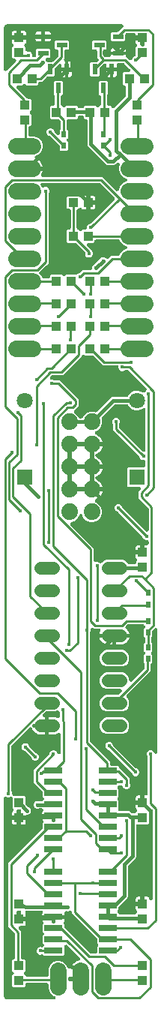
<source format=gtl>
G04 EAGLE Gerber RS-274X export*
G75*
%MOMM*%
%FSLAX34Y34*%
%LPD*%
%INTop Copper*%
%IPPOS*%
%AMOC8*
5,1,8,0,0,1.08239X$1,22.5*%
G01*
%ADD10R,2.032000X0.660400*%
%ADD11C,1.463037*%
%ADD12R,1.223500X0.624800*%
%ADD13R,1.100000X1.000000*%
%ADD14R,0.500000X0.700000*%
%ADD15R,1.800000X1.800000*%
%ADD16C,1.800000*%
%ADD17C,1.879600*%
%ADD18C,1.828800*%
%ADD19R,1.000000X1.100000*%
%ADD20R,0.624800X1.223500*%
%ADD21C,0.406400*%
%ADD22C,0.452400*%
%ADD23C,0.254000*%

G36*
X142775Y1003479D02*
X142775Y1003479D01*
X142784Y1003478D01*
X142973Y1003501D01*
X143166Y1003522D01*
X143175Y1003524D01*
X143183Y1003525D01*
X143365Y1003585D01*
X143550Y1003643D01*
X143558Y1003647D01*
X143566Y1003650D01*
X143735Y1003745D01*
X143902Y1003838D01*
X143909Y1003844D01*
X143917Y1003848D01*
X144063Y1003974D01*
X144209Y1004098D01*
X144215Y1004105D01*
X144222Y1004111D01*
X144339Y1004263D01*
X144459Y1004414D01*
X144463Y1004422D01*
X144468Y1004429D01*
X144554Y1004601D01*
X144641Y1004773D01*
X144644Y1004782D01*
X144648Y1004790D01*
X144698Y1004976D01*
X144749Y1005161D01*
X144750Y1005170D01*
X144752Y1005179D01*
X144779Y1005509D01*
X144779Y1005523D01*
X146481Y1009631D01*
X149625Y1012775D01*
X152880Y1014123D01*
X152888Y1014128D01*
X152896Y1014130D01*
X153064Y1014222D01*
X153235Y1014314D01*
X153242Y1014319D01*
X153249Y1014324D01*
X153396Y1014447D01*
X153545Y1014570D01*
X153551Y1014577D01*
X153557Y1014583D01*
X153677Y1014733D01*
X153799Y1014883D01*
X153803Y1014891D01*
X153808Y1014897D01*
X153896Y1015068D01*
X153986Y1015239D01*
X153988Y1015248D01*
X153992Y1015256D01*
X154044Y1015439D01*
X154099Y1015625D01*
X154100Y1015635D01*
X154102Y1015643D01*
X154117Y1015831D01*
X154133Y1016027D01*
X154132Y1016036D01*
X154133Y1016044D01*
X154110Y1016234D01*
X154088Y1016427D01*
X154086Y1016435D01*
X154085Y1016444D01*
X154025Y1016624D01*
X153965Y1016810D01*
X153961Y1016818D01*
X153958Y1016826D01*
X153863Y1016992D01*
X153769Y1017161D01*
X153763Y1017168D01*
X153759Y1017176D01*
X153632Y1017321D01*
X153507Y1017467D01*
X153500Y1017473D01*
X153494Y1017480D01*
X153342Y1017597D01*
X153190Y1017716D01*
X153182Y1017720D01*
X153175Y1017725D01*
X152880Y1017877D01*
X149625Y1019225D01*
X146481Y1022369D01*
X144779Y1026477D01*
X144779Y1030923D01*
X145472Y1032595D01*
X145473Y1032599D01*
X145475Y1032603D01*
X145531Y1032791D01*
X145588Y1032980D01*
X145589Y1032985D01*
X145590Y1032989D01*
X145608Y1033186D01*
X145626Y1033381D01*
X145626Y1033385D01*
X145626Y1033390D01*
X145605Y1033589D01*
X145585Y1033781D01*
X145583Y1033786D01*
X145583Y1033790D01*
X145523Y1033978D01*
X145465Y1034166D01*
X145463Y1034170D01*
X145461Y1034174D01*
X145368Y1034343D01*
X145271Y1034519D01*
X145269Y1034522D01*
X145266Y1034526D01*
X145138Y1034678D01*
X145012Y1034827D01*
X145009Y1034830D01*
X145006Y1034833D01*
X144850Y1034956D01*
X144697Y1035078D01*
X144694Y1035080D01*
X144690Y1035083D01*
X144514Y1035172D01*
X144339Y1035262D01*
X144335Y1035263D01*
X144331Y1035265D01*
X144140Y1035318D01*
X143952Y1035372D01*
X143948Y1035372D01*
X143943Y1035373D01*
X143742Y1035388D01*
X143551Y1035403D01*
X143546Y1035402D01*
X143542Y1035403D01*
X143344Y1035378D01*
X143151Y1035354D01*
X143147Y1035353D01*
X143142Y1035352D01*
X142957Y1035290D01*
X142769Y1035228D01*
X142765Y1035225D01*
X142761Y1035224D01*
X142593Y1035127D01*
X142419Y1035028D01*
X142415Y1035025D01*
X142412Y1035023D01*
X142159Y1034808D01*
X140605Y1033255D01*
X139112Y1032636D01*
X131779Y1032636D01*
X130286Y1033255D01*
X109711Y1053830D01*
X109092Y1055323D01*
X109092Y1082636D01*
X109090Y1082654D01*
X109092Y1082672D01*
X109071Y1082854D01*
X109052Y1083037D01*
X109047Y1083054D01*
X109045Y1083071D01*
X108988Y1083246D01*
X108934Y1083422D01*
X108926Y1083437D01*
X108920Y1083454D01*
X108830Y1083614D01*
X108742Y1083776D01*
X108731Y1083789D01*
X108722Y1083805D01*
X108602Y1083944D01*
X108485Y1084085D01*
X108471Y1084096D01*
X108459Y1084110D01*
X108314Y1084222D01*
X108171Y1084337D01*
X108155Y1084345D01*
X108141Y1084356D01*
X107976Y1084438D01*
X107814Y1084523D01*
X107797Y1084528D01*
X107781Y1084536D01*
X107602Y1084583D01*
X107427Y1084634D01*
X107409Y1084636D01*
X107392Y1084640D01*
X107061Y1084667D01*
X106308Y1084667D01*
X105117Y1085858D01*
X105117Y1086612D01*
X105115Y1086630D01*
X105117Y1086648D01*
X105096Y1086830D01*
X105077Y1087013D01*
X105072Y1087030D01*
X105070Y1087047D01*
X105013Y1087222D01*
X104959Y1087398D01*
X104951Y1087413D01*
X104945Y1087430D01*
X104855Y1087590D01*
X104767Y1087752D01*
X104756Y1087765D01*
X104747Y1087781D01*
X104627Y1087920D01*
X104510Y1088061D01*
X104496Y1088072D01*
X104484Y1088086D01*
X104339Y1088198D01*
X104196Y1088313D01*
X104180Y1088321D01*
X104166Y1088332D01*
X104001Y1088414D01*
X103839Y1088499D01*
X103822Y1088504D01*
X103806Y1088512D01*
X103627Y1088559D01*
X103452Y1088610D01*
X103434Y1088612D01*
X103417Y1088616D01*
X103086Y1088643D01*
X100114Y1088643D01*
X100096Y1088641D01*
X100078Y1088643D01*
X99896Y1088622D01*
X99713Y1088603D01*
X99696Y1088598D01*
X99679Y1088596D01*
X99504Y1088539D01*
X99328Y1088485D01*
X99313Y1088477D01*
X99296Y1088471D01*
X99136Y1088381D01*
X98974Y1088293D01*
X98961Y1088282D01*
X98945Y1088273D01*
X98806Y1088153D01*
X98665Y1088036D01*
X98654Y1088022D01*
X98640Y1088010D01*
X98528Y1087865D01*
X98413Y1087722D01*
X98405Y1087706D01*
X98394Y1087692D01*
X98312Y1087527D01*
X98227Y1087365D01*
X98222Y1087348D01*
X98214Y1087332D01*
X98167Y1087153D01*
X98116Y1086978D01*
X98114Y1086960D01*
X98110Y1086943D01*
X98083Y1086612D01*
X98083Y1085858D01*
X96892Y1084667D01*
X87630Y1084667D01*
X87612Y1084665D01*
X87594Y1084667D01*
X87412Y1084646D01*
X87229Y1084627D01*
X87212Y1084622D01*
X87195Y1084620D01*
X87020Y1084563D01*
X86844Y1084509D01*
X86829Y1084501D01*
X86812Y1084495D01*
X86652Y1084405D01*
X86490Y1084317D01*
X86477Y1084306D01*
X86461Y1084297D01*
X86322Y1084177D01*
X86181Y1084060D01*
X86170Y1084046D01*
X86156Y1084034D01*
X86044Y1083889D01*
X85929Y1083746D01*
X85921Y1083730D01*
X85910Y1083716D01*
X85828Y1083551D01*
X85743Y1083389D01*
X85738Y1083372D01*
X85730Y1083356D01*
X85683Y1083177D01*
X85632Y1083002D01*
X85630Y1082984D01*
X85626Y1082967D01*
X85599Y1082636D01*
X85599Y1074117D01*
X85601Y1074091D01*
X85599Y1074064D01*
X85621Y1073890D01*
X85639Y1073717D01*
X85646Y1073691D01*
X85650Y1073665D01*
X85705Y1073499D01*
X85757Y1073332D01*
X85770Y1073308D01*
X85778Y1073283D01*
X85865Y1073131D01*
X85949Y1072978D01*
X85966Y1072957D01*
X85979Y1072934D01*
X86194Y1072681D01*
X87083Y1071792D01*
X87083Y1063108D01*
X86361Y1062386D01*
X86350Y1062373D01*
X86336Y1062361D01*
X86222Y1062216D01*
X86106Y1062075D01*
X86098Y1062059D01*
X86087Y1062045D01*
X86003Y1061881D01*
X85917Y1061719D01*
X85912Y1061702D01*
X85904Y1061686D01*
X85855Y1061509D01*
X85803Y1061333D01*
X85801Y1061315D01*
X85796Y1061298D01*
X85783Y1061115D01*
X85766Y1060932D01*
X85768Y1060914D01*
X85767Y1060897D01*
X85790Y1060713D01*
X85810Y1060532D01*
X85815Y1060515D01*
X85817Y1060497D01*
X85875Y1060324D01*
X85931Y1060148D01*
X85940Y1060132D01*
X85945Y1060116D01*
X86037Y1059957D01*
X86126Y1059796D01*
X86137Y1059782D01*
X86146Y1059767D01*
X86361Y1059514D01*
X87083Y1058792D01*
X87083Y1050108D01*
X85892Y1048917D01*
X79208Y1048917D01*
X78017Y1050108D01*
X78017Y1053756D01*
X78015Y1053782D01*
X78017Y1053809D01*
X77995Y1053983D01*
X77977Y1054156D01*
X77970Y1054182D01*
X77966Y1054208D01*
X77911Y1054374D01*
X77859Y1054541D01*
X77846Y1054565D01*
X77838Y1054590D01*
X77751Y1054741D01*
X77667Y1054895D01*
X77650Y1054916D01*
X77637Y1054939D01*
X77422Y1055192D01*
X67656Y1064958D01*
X67635Y1064975D01*
X67618Y1064996D01*
X67480Y1065103D01*
X67344Y1065213D01*
X67321Y1065226D01*
X67300Y1065242D01*
X67143Y1065320D01*
X66989Y1065402D01*
X66963Y1065410D01*
X66939Y1065422D01*
X66829Y1065451D01*
X65004Y1066207D01*
X63796Y1067415D01*
X63142Y1068994D01*
X63142Y1070702D01*
X63796Y1072281D01*
X65004Y1073489D01*
X66583Y1074143D01*
X68291Y1074143D01*
X69870Y1073489D01*
X71078Y1072281D01*
X71841Y1070438D01*
X71890Y1070280D01*
X71902Y1070256D01*
X71911Y1070231D01*
X71998Y1070079D01*
X72082Y1069926D01*
X72099Y1069905D01*
X72112Y1069882D01*
X72327Y1069629D01*
X74550Y1067406D01*
X74557Y1067400D01*
X74562Y1067394D01*
X74713Y1067272D01*
X74861Y1067151D01*
X74869Y1067147D01*
X74876Y1067141D01*
X75046Y1067053D01*
X75217Y1066962D01*
X75226Y1066960D01*
X75233Y1066956D01*
X75418Y1066903D01*
X75603Y1066848D01*
X75612Y1066847D01*
X75620Y1066844D01*
X75811Y1066829D01*
X76004Y1066811D01*
X76013Y1066812D01*
X76022Y1066811D01*
X76211Y1066834D01*
X76404Y1066855D01*
X76413Y1066857D01*
X76421Y1066858D01*
X76603Y1066918D01*
X76788Y1066976D01*
X76796Y1066980D01*
X76804Y1066983D01*
X76973Y1067078D01*
X77140Y1067171D01*
X77147Y1067177D01*
X77155Y1067181D01*
X77301Y1067307D01*
X77447Y1067431D01*
X77453Y1067438D01*
X77460Y1067444D01*
X77577Y1067596D01*
X77697Y1067747D01*
X77701Y1067755D01*
X77706Y1067762D01*
X77792Y1067934D01*
X77879Y1068106D01*
X77882Y1068115D01*
X77886Y1068123D01*
X77936Y1068309D01*
X77987Y1068494D01*
X77988Y1068503D01*
X77990Y1068512D01*
X78017Y1068842D01*
X78017Y1071792D01*
X78398Y1072173D01*
X78415Y1072194D01*
X78436Y1072211D01*
X78543Y1072349D01*
X78653Y1072485D01*
X78666Y1072508D01*
X78682Y1072529D01*
X78760Y1072686D01*
X78842Y1072840D01*
X78850Y1072866D01*
X78862Y1072890D01*
X78907Y1073059D01*
X78957Y1073226D01*
X78959Y1073253D01*
X78966Y1073279D01*
X78993Y1073609D01*
X78993Y1081355D01*
X78991Y1081381D01*
X78993Y1081408D01*
X78971Y1081582D01*
X78953Y1081755D01*
X78946Y1081781D01*
X78942Y1081807D01*
X78887Y1081973D01*
X78835Y1082140D01*
X78822Y1082164D01*
X78814Y1082189D01*
X78727Y1082341D01*
X78643Y1082494D01*
X78626Y1082515D01*
X78613Y1082538D01*
X78398Y1082791D01*
X77117Y1084072D01*
X77096Y1084089D01*
X77079Y1084110D01*
X76941Y1084217D01*
X76805Y1084327D01*
X76782Y1084340D01*
X76761Y1084356D01*
X76604Y1084434D01*
X76450Y1084516D01*
X76424Y1084524D01*
X76400Y1084536D01*
X76231Y1084581D01*
X76064Y1084631D01*
X76037Y1084633D01*
X76011Y1084640D01*
X75681Y1084667D01*
X68208Y1084667D01*
X67017Y1085858D01*
X67017Y1098542D01*
X68208Y1099733D01*
X70104Y1099733D01*
X70122Y1099735D01*
X70140Y1099733D01*
X70322Y1099754D01*
X70505Y1099773D01*
X70522Y1099778D01*
X70539Y1099780D01*
X70714Y1099837D01*
X70890Y1099891D01*
X70905Y1099899D01*
X70922Y1099905D01*
X71082Y1099995D01*
X71244Y1100083D01*
X71257Y1100094D01*
X71273Y1100103D01*
X71412Y1100223D01*
X71553Y1100340D01*
X71564Y1100354D01*
X71578Y1100366D01*
X71690Y1100511D01*
X71805Y1100654D01*
X71813Y1100670D01*
X71824Y1100684D01*
X71906Y1100849D01*
X71991Y1101011D01*
X71996Y1101028D01*
X72004Y1101044D01*
X72051Y1101223D01*
X72102Y1101398D01*
X72104Y1101416D01*
X72108Y1101433D01*
X72135Y1101764D01*
X72135Y1110767D01*
X72133Y1110794D01*
X72135Y1110820D01*
X72113Y1110994D01*
X72095Y1111168D01*
X72088Y1111193D01*
X72084Y1111220D01*
X72029Y1111386D01*
X71977Y1111553D01*
X71964Y1111576D01*
X71956Y1111602D01*
X71869Y1111753D01*
X71785Y1111907D01*
X71768Y1111927D01*
X71755Y1111950D01*
X71540Y1112203D01*
X71043Y1112701D01*
X71043Y1126619D01*
X72234Y1127810D01*
X80166Y1127810D01*
X81357Y1126619D01*
X81357Y1112701D01*
X80017Y1111361D01*
X79986Y1111352D01*
X79971Y1111343D01*
X79954Y1111338D01*
X79794Y1111247D01*
X79632Y1111160D01*
X79619Y1111149D01*
X79603Y1111140D01*
X79464Y1111020D01*
X79323Y1110902D01*
X79312Y1110888D01*
X79298Y1110877D01*
X79186Y1110732D01*
X79071Y1110588D01*
X79063Y1110573D01*
X79052Y1110559D01*
X78970Y1110394D01*
X78885Y1110231D01*
X78880Y1110214D01*
X78872Y1110198D01*
X78825Y1110020D01*
X78774Y1109844D01*
X78772Y1109826D01*
X78768Y1109809D01*
X78741Y1109479D01*
X78741Y1101725D01*
X78743Y1101699D01*
X78741Y1101672D01*
X78763Y1101498D01*
X78781Y1101325D01*
X78788Y1101299D01*
X78792Y1101273D01*
X78848Y1101107D01*
X78899Y1100940D01*
X78911Y1100916D01*
X78920Y1100891D01*
X79007Y1100739D01*
X79091Y1100586D01*
X79108Y1100565D01*
X79121Y1100542D01*
X79336Y1100289D01*
X81114Y1098511D01*
X81127Y1098500D01*
X81139Y1098486D01*
X81283Y1098372D01*
X81425Y1098256D01*
X81441Y1098248D01*
X81455Y1098237D01*
X81619Y1098153D01*
X81781Y1098067D01*
X81798Y1098062D01*
X81814Y1098054D01*
X81991Y1098005D01*
X82167Y1097953D01*
X82185Y1097951D01*
X82202Y1097946D01*
X82385Y1097933D01*
X82568Y1097916D01*
X82586Y1097918D01*
X82603Y1097917D01*
X82785Y1097940D01*
X82968Y1097960D01*
X82985Y1097965D01*
X83003Y1097967D01*
X83176Y1098025D01*
X83352Y1098081D01*
X83368Y1098090D01*
X83384Y1098095D01*
X83543Y1098187D01*
X83704Y1098276D01*
X83718Y1098287D01*
X83733Y1098296D01*
X83986Y1098511D01*
X85208Y1099733D01*
X96892Y1099733D01*
X98112Y1098513D01*
X98123Y1098403D01*
X98128Y1098386D01*
X98130Y1098369D01*
X98187Y1098194D01*
X98241Y1098018D01*
X98249Y1098003D01*
X98255Y1097986D01*
X98345Y1097826D01*
X98433Y1097664D01*
X98444Y1097651D01*
X98453Y1097635D01*
X98573Y1097496D01*
X98690Y1097355D01*
X98704Y1097344D01*
X98716Y1097330D01*
X98861Y1097218D01*
X99004Y1097103D01*
X99020Y1097095D01*
X99034Y1097084D01*
X99199Y1097002D01*
X99361Y1096917D01*
X99378Y1096912D01*
X99394Y1096904D01*
X99573Y1096857D01*
X99748Y1096806D01*
X99766Y1096804D01*
X99783Y1096800D01*
X100114Y1096773D01*
X103086Y1096773D01*
X103104Y1096775D01*
X103122Y1096773D01*
X103304Y1096794D01*
X103487Y1096813D01*
X103504Y1096818D01*
X103521Y1096820D01*
X103696Y1096877D01*
X103872Y1096931D01*
X103887Y1096939D01*
X103904Y1096945D01*
X104064Y1097035D01*
X104226Y1097123D01*
X104239Y1097134D01*
X104255Y1097143D01*
X104394Y1097263D01*
X104535Y1097380D01*
X104546Y1097394D01*
X104560Y1097406D01*
X104672Y1097551D01*
X104787Y1097694D01*
X104795Y1097710D01*
X104806Y1097724D01*
X104888Y1097889D01*
X104973Y1098051D01*
X104978Y1098068D01*
X104986Y1098084D01*
X105033Y1098263D01*
X105084Y1098438D01*
X105086Y1098456D01*
X105090Y1098473D01*
X105094Y1098519D01*
X106308Y1099733D01*
X117992Y1099733D01*
X119214Y1098511D01*
X119228Y1098500D01*
X119239Y1098486D01*
X119383Y1098372D01*
X119525Y1098256D01*
X119541Y1098248D01*
X119555Y1098237D01*
X119719Y1098153D01*
X119881Y1098067D01*
X119898Y1098062D01*
X119914Y1098054D01*
X120091Y1098005D01*
X120267Y1097953D01*
X120285Y1097951D01*
X120302Y1097946D01*
X120485Y1097933D01*
X120668Y1097916D01*
X120686Y1097918D01*
X120703Y1097917D01*
X120885Y1097940D01*
X121068Y1097960D01*
X121085Y1097965D01*
X121103Y1097967D01*
X121277Y1098026D01*
X121452Y1098081D01*
X121468Y1098090D01*
X121484Y1098095D01*
X121643Y1098187D01*
X121804Y1098276D01*
X121818Y1098287D01*
X121833Y1098296D01*
X122086Y1098511D01*
X123465Y1099890D01*
X123468Y1099891D01*
X123483Y1099899D01*
X123500Y1099905D01*
X123660Y1099995D01*
X123822Y1100083D01*
X123835Y1100094D01*
X123851Y1100103D01*
X123990Y1100223D01*
X124131Y1100340D01*
X124142Y1100354D01*
X124156Y1100366D01*
X124268Y1100511D01*
X124383Y1100654D01*
X124391Y1100670D01*
X124402Y1100684D01*
X124484Y1100849D01*
X124569Y1101011D01*
X124574Y1101028D01*
X124582Y1101044D01*
X124629Y1101223D01*
X124680Y1101398D01*
X124682Y1101416D01*
X124686Y1101433D01*
X124713Y1101764D01*
X124713Y1109479D01*
X124711Y1109496D01*
X124713Y1109514D01*
X124692Y1109696D01*
X124673Y1109879D01*
X124668Y1109896D01*
X124666Y1109914D01*
X124609Y1110088D01*
X124555Y1110264D01*
X124547Y1110280D01*
X124541Y1110297D01*
X124451Y1110457D01*
X124363Y1110618D01*
X124352Y1110632D01*
X124343Y1110647D01*
X124223Y1110787D01*
X124106Y1110927D01*
X124092Y1110939D01*
X124080Y1110952D01*
X123935Y1111065D01*
X123792Y1111180D01*
X123776Y1111188D01*
X123762Y1111199D01*
X123597Y1111281D01*
X123435Y1111365D01*
X123418Y1111370D01*
X123402Y1111378D01*
X123223Y1111426D01*
X123075Y1111469D01*
X121843Y1112701D01*
X121843Y1126619D01*
X123034Y1127810D01*
X130966Y1127810D01*
X132157Y1126619D01*
X132157Y1112701D01*
X131914Y1112458D01*
X131897Y1112437D01*
X131876Y1112419D01*
X131770Y1112282D01*
X131659Y1112146D01*
X131646Y1112122D01*
X131630Y1112101D01*
X131552Y1111945D01*
X131470Y1111790D01*
X131462Y1111765D01*
X131450Y1111741D01*
X131405Y1111572D01*
X131355Y1111404D01*
X131353Y1111378D01*
X131346Y1111352D01*
X131319Y1111021D01*
X131319Y1101764D01*
X131321Y1101746D01*
X131319Y1101728D01*
X131340Y1101546D01*
X131359Y1101363D01*
X131364Y1101346D01*
X131366Y1101329D01*
X131423Y1101154D01*
X131477Y1100978D01*
X131485Y1100963D01*
X131491Y1100946D01*
X131581Y1100786D01*
X131669Y1100624D01*
X131680Y1100611D01*
X131689Y1100595D01*
X131809Y1100456D01*
X131926Y1100315D01*
X131940Y1100304D01*
X131952Y1100290D01*
X132097Y1100178D01*
X132240Y1100063D01*
X132256Y1100055D01*
X132270Y1100044D01*
X132435Y1099962D01*
X132597Y1099877D01*
X132614Y1099872D01*
X132630Y1099864D01*
X132809Y1099817D01*
X132984Y1099766D01*
X133002Y1099764D01*
X133019Y1099760D01*
X133350Y1099733D01*
X134992Y1099733D01*
X136244Y1098481D01*
X136284Y1098353D01*
X136341Y1098168D01*
X136345Y1098160D01*
X136348Y1098152D01*
X136441Y1097984D01*
X136533Y1097814D01*
X136538Y1097807D01*
X136543Y1097799D01*
X136667Y1097653D01*
X136790Y1097505D01*
X136797Y1097499D01*
X136803Y1097492D01*
X136954Y1097374D01*
X137104Y1097253D01*
X137112Y1097249D01*
X137119Y1097243D01*
X137292Y1097155D01*
X137461Y1097067D01*
X137470Y1097065D01*
X137478Y1097061D01*
X137664Y1097009D01*
X137848Y1096956D01*
X137857Y1096955D01*
X137866Y1096953D01*
X138057Y1096939D01*
X138250Y1096923D01*
X138259Y1096924D01*
X138268Y1096923D01*
X138458Y1096948D01*
X138649Y1096970D01*
X138658Y1096973D01*
X138667Y1096974D01*
X138849Y1097035D01*
X139032Y1097095D01*
X139040Y1097099D01*
X139049Y1097102D01*
X139215Y1097198D01*
X139383Y1097293D01*
X139390Y1097299D01*
X139398Y1097303D01*
X139651Y1097518D01*
X139715Y1097583D01*
X151931Y1109799D01*
X151948Y1109819D01*
X151969Y1109837D01*
X152076Y1109975D01*
X152186Y1110110D01*
X152199Y1110134D01*
X152215Y1110155D01*
X152293Y1110312D01*
X152375Y1110466D01*
X152383Y1110491D01*
X152395Y1110516D01*
X152440Y1110685D01*
X152490Y1110852D01*
X152492Y1110878D01*
X152499Y1110904D01*
X152526Y1111235D01*
X152526Y1120736D01*
X152524Y1120754D01*
X152526Y1120772D01*
X152505Y1120954D01*
X152486Y1121137D01*
X152481Y1121154D01*
X152479Y1121171D01*
X152422Y1121346D01*
X152368Y1121522D01*
X152360Y1121537D01*
X152354Y1121554D01*
X152264Y1121714D01*
X152176Y1121876D01*
X152165Y1121889D01*
X152156Y1121905D01*
X152036Y1122044D01*
X151919Y1122185D01*
X151905Y1122196D01*
X151893Y1122210D01*
X151748Y1122322D01*
X151605Y1122437D01*
X151589Y1122445D01*
X151575Y1122456D01*
X151410Y1122538D01*
X151248Y1122623D01*
X151231Y1122628D01*
X151215Y1122636D01*
X151036Y1122683D01*
X150861Y1122734D01*
X150843Y1122736D01*
X150826Y1122740D01*
X150781Y1122744D01*
X149567Y1123958D01*
X149567Y1136642D01*
X150758Y1137833D01*
X155613Y1137833D01*
X155621Y1137834D01*
X155630Y1137833D01*
X155822Y1137854D01*
X156013Y1137873D01*
X156022Y1137875D01*
X156031Y1137876D01*
X156213Y1137934D01*
X156398Y1137991D01*
X156406Y1137995D01*
X156415Y1137998D01*
X156583Y1138091D01*
X156752Y1138183D01*
X156759Y1138188D01*
X156767Y1138193D01*
X156914Y1138317D01*
X157061Y1138440D01*
X157067Y1138447D01*
X157074Y1138453D01*
X157193Y1138604D01*
X157314Y1138754D01*
X157318Y1138762D01*
X157323Y1138769D01*
X157411Y1138942D01*
X157499Y1139111D01*
X157502Y1139120D01*
X157506Y1139128D01*
X157558Y1139314D01*
X157611Y1139498D01*
X157611Y1139507D01*
X157614Y1139516D01*
X157628Y1139709D01*
X157644Y1139900D01*
X157643Y1139908D01*
X157643Y1139917D01*
X157619Y1140110D01*
X157597Y1140299D01*
X157594Y1140308D01*
X157593Y1140317D01*
X157531Y1140499D01*
X157472Y1140682D01*
X157467Y1140690D01*
X157465Y1140698D01*
X157368Y1140865D01*
X157274Y1141033D01*
X157268Y1141040D01*
X157264Y1141047D01*
X157049Y1141300D01*
X151246Y1147103D01*
X151225Y1147120D01*
X151208Y1147141D01*
X151070Y1147248D01*
X150934Y1147358D01*
X150911Y1147371D01*
X150890Y1147387D01*
X150733Y1147465D01*
X150579Y1147547D01*
X150553Y1147555D01*
X150529Y1147567D01*
X150360Y1147612D01*
X150193Y1147662D01*
X150166Y1147664D01*
X150140Y1147671D01*
X149810Y1147698D01*
X144196Y1147698D01*
X144178Y1147696D01*
X144160Y1147698D01*
X143978Y1147677D01*
X143795Y1147658D01*
X143778Y1147653D01*
X143761Y1147651D01*
X143586Y1147594D01*
X143410Y1147540D01*
X143395Y1147532D01*
X143378Y1147526D01*
X143218Y1147436D01*
X143056Y1147348D01*
X143043Y1147337D01*
X143027Y1147328D01*
X142888Y1147208D01*
X142747Y1147091D01*
X142736Y1147077D01*
X142722Y1147065D01*
X142610Y1146920D01*
X142495Y1146777D01*
X142487Y1146761D01*
X142476Y1146747D01*
X142394Y1146582D01*
X142309Y1146420D01*
X142304Y1146403D01*
X142296Y1146387D01*
X142249Y1146208D01*
X142198Y1146033D01*
X142196Y1146015D01*
X142192Y1145998D01*
X142165Y1145667D01*
X142165Y1142971D01*
X136500Y1142971D01*
X130835Y1142971D01*
X130835Y1145389D01*
X130834Y1145397D01*
X130835Y1145406D01*
X130814Y1145598D01*
X130795Y1145789D01*
X130793Y1145798D01*
X130792Y1145807D01*
X130734Y1145989D01*
X130677Y1146174D01*
X130673Y1146182D01*
X130670Y1146191D01*
X130577Y1146359D01*
X130485Y1146528D01*
X130480Y1146535D01*
X130475Y1146543D01*
X130351Y1146690D01*
X130228Y1146837D01*
X130221Y1146843D01*
X130215Y1146850D01*
X130064Y1146969D01*
X129914Y1147090D01*
X129906Y1147094D01*
X129899Y1147099D01*
X129726Y1147187D01*
X129557Y1147275D01*
X129548Y1147278D01*
X129540Y1147282D01*
X129354Y1147334D01*
X129170Y1147387D01*
X129161Y1147387D01*
X129152Y1147390D01*
X128959Y1147404D01*
X128768Y1147420D01*
X128760Y1147419D01*
X128751Y1147419D01*
X128558Y1147395D01*
X128369Y1147373D01*
X128360Y1147370D01*
X128351Y1147369D01*
X128168Y1147307D01*
X127986Y1147248D01*
X127978Y1147243D01*
X127970Y1147241D01*
X127803Y1147144D01*
X127635Y1147050D01*
X127628Y1147044D01*
X127621Y1147040D01*
X127368Y1146825D01*
X123252Y1142709D01*
X123235Y1142688D01*
X123214Y1142671D01*
X123108Y1142533D01*
X122997Y1142397D01*
X122984Y1142374D01*
X122968Y1142353D01*
X122890Y1142197D01*
X122808Y1142042D01*
X122800Y1142016D01*
X122788Y1141992D01*
X122743Y1141823D01*
X122693Y1141656D01*
X122691Y1141629D01*
X122684Y1141603D01*
X122657Y1141273D01*
X122657Y1133981D01*
X121466Y1132790D01*
X113534Y1132790D01*
X112343Y1133981D01*
X112343Y1147899D01*
X113534Y1149090D01*
X119450Y1149090D01*
X119477Y1149093D01*
X119503Y1149091D01*
X119677Y1149113D01*
X119851Y1149130D01*
X119876Y1149138D01*
X119903Y1149141D01*
X120068Y1149197D01*
X120236Y1149248D01*
X120259Y1149261D01*
X120284Y1149270D01*
X120436Y1149357D01*
X120590Y1149440D01*
X120610Y1149457D01*
X120633Y1149470D01*
X120886Y1149685D01*
X121337Y1150136D01*
X121349Y1150150D01*
X121362Y1150162D01*
X121476Y1150306D01*
X121592Y1150448D01*
X121601Y1150463D01*
X121612Y1150477D01*
X121695Y1150641D01*
X121781Y1150803D01*
X121786Y1150821D01*
X121794Y1150836D01*
X121844Y1151014D01*
X121896Y1151189D01*
X121897Y1151207D01*
X121902Y1151224D01*
X121916Y1151408D01*
X121932Y1151590D01*
X121930Y1151608D01*
X121932Y1151626D01*
X121909Y1151808D01*
X121889Y1151990D01*
X121884Y1152007D01*
X121881Y1152025D01*
X121823Y1152200D01*
X121767Y1152374D01*
X121759Y1152390D01*
X121753Y1152407D01*
X121661Y1152566D01*
X121573Y1152727D01*
X121561Y1152740D01*
X121552Y1152756D01*
X121337Y1153009D01*
X120141Y1154205D01*
X120141Y1161212D01*
X120139Y1161230D01*
X120141Y1161248D01*
X120120Y1161430D01*
X120101Y1161613D01*
X120096Y1161630D01*
X120094Y1161647D01*
X120037Y1161822D01*
X119983Y1161998D01*
X119975Y1162013D01*
X119969Y1162030D01*
X119879Y1162190D01*
X119791Y1162352D01*
X119780Y1162365D01*
X119771Y1162381D01*
X119651Y1162520D01*
X119534Y1162661D01*
X119520Y1162672D01*
X119508Y1162686D01*
X119363Y1162798D01*
X119220Y1162913D01*
X119204Y1162921D01*
X119190Y1162932D01*
X119025Y1163014D01*
X118863Y1163099D01*
X118846Y1163104D01*
X118830Y1163112D01*
X118651Y1163159D01*
X118476Y1163210D01*
X118458Y1163212D01*
X118441Y1163216D01*
X118110Y1163243D01*
X115751Y1163243D01*
X114560Y1164434D01*
X114560Y1172366D01*
X115751Y1173557D01*
X129669Y1173557D01*
X130860Y1172366D01*
X130860Y1164434D01*
X129669Y1163243D01*
X128778Y1163243D01*
X128760Y1163241D01*
X128742Y1163243D01*
X128560Y1163222D01*
X128377Y1163203D01*
X128360Y1163198D01*
X128343Y1163196D01*
X128168Y1163139D01*
X127992Y1163085D01*
X127977Y1163077D01*
X127960Y1163071D01*
X127800Y1162981D01*
X127638Y1162893D01*
X127625Y1162882D01*
X127609Y1162873D01*
X127470Y1162753D01*
X127329Y1162636D01*
X127318Y1162622D01*
X127304Y1162610D01*
X127192Y1162465D01*
X127077Y1162322D01*
X127069Y1162306D01*
X127058Y1162292D01*
X126976Y1162127D01*
X126891Y1161965D01*
X126886Y1161948D01*
X126878Y1161932D01*
X126831Y1161753D01*
X126780Y1161578D01*
X126778Y1161560D01*
X126774Y1161543D01*
X126747Y1161212D01*
X126747Y1157782D01*
X126749Y1157756D01*
X126747Y1157729D01*
X126769Y1157555D01*
X126787Y1157382D01*
X126794Y1157356D01*
X126798Y1157330D01*
X126853Y1157164D01*
X126905Y1156997D01*
X126918Y1156973D01*
X126926Y1156948D01*
X127013Y1156796D01*
X127097Y1156643D01*
X127114Y1156622D01*
X127127Y1156599D01*
X127342Y1156346D01*
X128789Y1154899D01*
X128810Y1154882D01*
X128827Y1154861D01*
X128965Y1154754D01*
X129101Y1154644D01*
X129124Y1154631D01*
X129145Y1154615D01*
X129302Y1154537D01*
X129456Y1154455D01*
X129482Y1154447D01*
X129506Y1154435D01*
X129675Y1154390D01*
X129842Y1154340D01*
X129869Y1154338D01*
X129895Y1154331D01*
X130225Y1154304D01*
X133301Y1154304D01*
X133318Y1154306D01*
X133336Y1154304D01*
X133518Y1154325D01*
X133701Y1154344D01*
X133718Y1154349D01*
X133736Y1154351D01*
X133910Y1154408D01*
X134086Y1154462D01*
X134102Y1154470D01*
X134119Y1154476D01*
X134279Y1154566D01*
X134440Y1154654D01*
X134454Y1154665D01*
X134469Y1154674D01*
X134609Y1154794D01*
X134749Y1154911D01*
X134761Y1154925D01*
X134774Y1154937D01*
X134887Y1155082D01*
X135002Y1155225D01*
X135010Y1155241D01*
X135021Y1155255D01*
X135103Y1155420D01*
X135187Y1155582D01*
X135192Y1155599D01*
X135200Y1155615D01*
X135248Y1155794D01*
X135299Y1155969D01*
X135300Y1155987D01*
X135305Y1156004D01*
X135332Y1156335D01*
X135332Y1156869D01*
X143990Y1156869D01*
X152648Y1156869D01*
X152648Y1155884D01*
X152651Y1155857D01*
X152649Y1155831D01*
X152671Y1155657D01*
X152688Y1155483D01*
X152696Y1155458D01*
X152699Y1155431D01*
X152755Y1155265D01*
X152806Y1155098D01*
X152819Y1155075D01*
X152828Y1155049D01*
X152915Y1154898D01*
X152998Y1154744D01*
X153015Y1154724D01*
X153029Y1154701D01*
X153243Y1154448D01*
X155917Y1151774D01*
X156032Y1151658D01*
X156043Y1151650D01*
X156052Y1151639D01*
X156198Y1151523D01*
X156344Y1151403D01*
X156356Y1151397D01*
X156366Y1151388D01*
X156533Y1151303D01*
X156700Y1151215D01*
X156713Y1151211D01*
X156725Y1151205D01*
X156905Y1151153D01*
X157085Y1151100D01*
X157099Y1151099D01*
X157112Y1151095D01*
X157298Y1151080D01*
X157486Y1151063D01*
X157500Y1151065D01*
X157513Y1151064D01*
X157700Y1151086D01*
X157887Y1151107D01*
X157899Y1151111D01*
X157913Y1151112D01*
X158093Y1151172D01*
X158271Y1151228D01*
X158282Y1151235D01*
X158295Y1151239D01*
X158459Y1151332D01*
X158623Y1151423D01*
X158633Y1151432D01*
X158645Y1151438D01*
X158787Y1151562D01*
X158930Y1151683D01*
X158938Y1151694D01*
X158949Y1151703D01*
X159064Y1151853D01*
X159180Y1151999D01*
X159186Y1152011D01*
X159194Y1152022D01*
X159346Y1152317D01*
X159808Y1153434D01*
X161016Y1154642D01*
X162663Y1155324D01*
X162683Y1155335D01*
X162704Y1155342D01*
X162861Y1155430D01*
X163018Y1155514D01*
X163035Y1155529D01*
X163055Y1155540D01*
X163191Y1155657D01*
X163329Y1155771D01*
X163343Y1155788D01*
X163360Y1155803D01*
X163469Y1155944D01*
X163582Y1156083D01*
X163593Y1156103D01*
X163606Y1156121D01*
X163686Y1156282D01*
X163769Y1156440D01*
X163776Y1156461D01*
X163786Y1156481D01*
X163832Y1156655D01*
X163882Y1156826D01*
X163884Y1156849D01*
X163890Y1156870D01*
X163917Y1157201D01*
X163917Y1165742D01*
X164834Y1166658D01*
X164886Y1166722D01*
X164945Y1166779D01*
X165013Y1166877D01*
X165089Y1166970D01*
X165127Y1167042D01*
X165174Y1167110D01*
X165221Y1167220D01*
X165277Y1167325D01*
X165301Y1167404D01*
X165333Y1167480D01*
X165358Y1167597D01*
X165392Y1167711D01*
X165399Y1167793D01*
X165416Y1167874D01*
X165418Y1167993D01*
X165428Y1168112D01*
X165420Y1168194D01*
X165420Y1168276D01*
X165398Y1168394D01*
X165385Y1168513D01*
X165360Y1168591D01*
X165345Y1168672D01*
X165300Y1168782D01*
X165264Y1168896D01*
X165224Y1168968D01*
X165193Y1169044D01*
X165127Y1169144D01*
X165069Y1169249D01*
X165015Y1169312D01*
X164970Y1169380D01*
X164886Y1169464D01*
X164808Y1169556D01*
X164744Y1169607D01*
X164686Y1169665D01*
X164561Y1169751D01*
X164492Y1169805D01*
X164456Y1169824D01*
X164413Y1169854D01*
X164390Y1169867D01*
X163917Y1170340D01*
X163582Y1170919D01*
X163409Y1171565D01*
X163409Y1174401D01*
X168951Y1174401D01*
X168951Y1168964D01*
X168952Y1168946D01*
X168951Y1168928D01*
X168972Y1168746D01*
X168991Y1168563D01*
X168996Y1168546D01*
X168998Y1168529D01*
X169055Y1168354D01*
X169109Y1168178D01*
X169117Y1168163D01*
X169123Y1168146D01*
X169213Y1167986D01*
X169300Y1167824D01*
X169312Y1167811D01*
X169321Y1167795D01*
X169441Y1167656D01*
X169558Y1167515D01*
X169572Y1167504D01*
X169584Y1167490D01*
X169729Y1167378D01*
X169872Y1167263D01*
X169888Y1167255D01*
X169902Y1167244D01*
X170067Y1167162D01*
X170229Y1167077D01*
X170246Y1167072D01*
X170262Y1167064D01*
X170441Y1167017D01*
X170616Y1166966D01*
X170634Y1166964D01*
X170651Y1166960D01*
X170982Y1166933D01*
X171918Y1166933D01*
X171936Y1166935D01*
X171954Y1166933D01*
X172136Y1166954D01*
X172319Y1166973D01*
X172336Y1166978D01*
X172353Y1166980D01*
X172528Y1167037D01*
X172704Y1167091D01*
X172719Y1167099D01*
X172736Y1167105D01*
X172896Y1167195D01*
X173058Y1167283D01*
X173071Y1167294D01*
X173087Y1167303D01*
X173226Y1167423D01*
X173367Y1167540D01*
X173378Y1167554D01*
X173392Y1167566D01*
X173504Y1167711D01*
X173619Y1167854D01*
X173627Y1167870D01*
X173638Y1167884D01*
X173720Y1168049D01*
X173805Y1168211D01*
X173810Y1168228D01*
X173818Y1168244D01*
X173865Y1168423D01*
X173916Y1168598D01*
X173918Y1168616D01*
X173922Y1168633D01*
X173949Y1168964D01*
X173949Y1176432D01*
X173947Y1176450D01*
X173949Y1176467D01*
X173928Y1176649D01*
X173909Y1176832D01*
X173904Y1176849D01*
X173902Y1176867D01*
X173845Y1177042D01*
X173791Y1177217D01*
X173783Y1177233D01*
X173777Y1177250D01*
X173687Y1177410D01*
X173599Y1177571D01*
X173588Y1177585D01*
X173579Y1177601D01*
X173459Y1177740D01*
X173342Y1177881D01*
X173328Y1177892D01*
X173316Y1177905D01*
X173171Y1178018D01*
X173028Y1178133D01*
X173012Y1178141D01*
X172998Y1178152D01*
X172833Y1178234D01*
X172806Y1178248D01*
X172751Y1178346D01*
X172663Y1178508D01*
X172652Y1178521D01*
X172643Y1178537D01*
X172523Y1178676D01*
X172405Y1178817D01*
X172392Y1178828D01*
X172380Y1178842D01*
X172235Y1178954D01*
X172092Y1179069D01*
X172076Y1179077D01*
X172062Y1179088D01*
X171897Y1179170D01*
X171734Y1179255D01*
X171717Y1179260D01*
X171701Y1179268D01*
X171523Y1179315D01*
X171348Y1179366D01*
X171330Y1179368D01*
X171313Y1179372D01*
X170982Y1179399D01*
X163409Y1179399D01*
X163409Y1179957D01*
X163407Y1179975D01*
X163409Y1179993D01*
X163388Y1180175D01*
X163369Y1180358D01*
X163364Y1180375D01*
X163362Y1180392D01*
X163305Y1180567D01*
X163251Y1180743D01*
X163243Y1180758D01*
X163237Y1180775D01*
X163147Y1180935D01*
X163059Y1181097D01*
X163048Y1181110D01*
X163039Y1181126D01*
X162919Y1181265D01*
X162802Y1181406D01*
X162788Y1181417D01*
X162776Y1181431D01*
X162631Y1181543D01*
X162488Y1181658D01*
X162472Y1181666D01*
X162458Y1181677D01*
X162293Y1181759D01*
X162131Y1181844D01*
X162114Y1181849D01*
X162098Y1181857D01*
X161919Y1181904D01*
X161744Y1181955D01*
X161726Y1181957D01*
X161709Y1181961D01*
X161378Y1181988D01*
X154171Y1181988D01*
X154154Y1181986D01*
X154136Y1181988D01*
X153954Y1181967D01*
X153771Y1181948D01*
X153754Y1181943D01*
X153736Y1181941D01*
X153562Y1181884D01*
X153386Y1181830D01*
X153370Y1181822D01*
X153353Y1181816D01*
X153193Y1181726D01*
X153032Y1181638D01*
X153018Y1181627D01*
X153003Y1181618D01*
X152863Y1181498D01*
X152723Y1181381D01*
X152711Y1181367D01*
X152698Y1181355D01*
X152585Y1181210D01*
X152470Y1181067D01*
X152462Y1181051D01*
X152451Y1181037D01*
X152369Y1180872D01*
X152285Y1180710D01*
X152280Y1180693D01*
X152272Y1180677D01*
X152224Y1180498D01*
X152173Y1180323D01*
X152172Y1180305D01*
X152167Y1180288D01*
X152140Y1179957D01*
X152140Y1173934D01*
X150949Y1172743D01*
X137031Y1172743D01*
X135840Y1173934D01*
X135840Y1181866D01*
X137031Y1183057D01*
X143130Y1183057D01*
X143156Y1183059D01*
X143183Y1183057D01*
X143357Y1183079D01*
X143530Y1183097D01*
X143556Y1183104D01*
X143582Y1183108D01*
X143748Y1183163D01*
X143915Y1183215D01*
X143939Y1183228D01*
X143964Y1183236D01*
X144116Y1183323D01*
X144269Y1183407D01*
X144290Y1183424D01*
X144313Y1183437D01*
X144566Y1183652D01*
X149246Y1188332D01*
X149252Y1188339D01*
X149258Y1188344D01*
X149378Y1188493D01*
X149501Y1188643D01*
X149505Y1188651D01*
X149511Y1188658D01*
X149600Y1188829D01*
X149690Y1188999D01*
X149692Y1189007D01*
X149696Y1189015D01*
X149749Y1189200D01*
X149804Y1189385D01*
X149805Y1189394D01*
X149808Y1189402D01*
X149823Y1189592D01*
X149841Y1189786D01*
X149840Y1189795D01*
X149841Y1189804D01*
X149818Y1189993D01*
X149797Y1190186D01*
X149795Y1190195D01*
X149794Y1190203D01*
X149734Y1190385D01*
X149676Y1190570D01*
X149672Y1190578D01*
X149669Y1190586D01*
X149574Y1190755D01*
X149481Y1190922D01*
X149475Y1190929D01*
X149471Y1190937D01*
X149345Y1191083D01*
X149221Y1191229D01*
X149214Y1191235D01*
X149208Y1191242D01*
X149056Y1191359D01*
X148905Y1191479D01*
X148897Y1191483D01*
X148890Y1191488D01*
X148718Y1191574D01*
X148546Y1191661D01*
X148537Y1191664D01*
X148529Y1191668D01*
X148343Y1191718D01*
X148158Y1191769D01*
X148149Y1191770D01*
X148140Y1191772D01*
X147810Y1191799D01*
X19050Y1191799D01*
X18964Y1191791D01*
X18785Y1191782D01*
X18185Y1191703D01*
X18154Y1191696D01*
X18123Y1191694D01*
X17959Y1191650D01*
X17793Y1191611D01*
X17765Y1191598D01*
X17734Y1191590D01*
X17434Y1191448D01*
X16395Y1190848D01*
X16262Y1190753D01*
X16126Y1190662D01*
X16099Y1190635D01*
X16068Y1190613D01*
X15957Y1190493D01*
X15841Y1190378D01*
X15817Y1190343D01*
X15794Y1190319D01*
X15748Y1190244D01*
X15652Y1190105D01*
X15052Y1189066D01*
X15039Y1189037D01*
X15022Y1189011D01*
X14956Y1188854D01*
X14886Y1188699D01*
X14879Y1188668D01*
X14867Y1188639D01*
X14797Y1188315D01*
X14718Y1187715D01*
X14715Y1187629D01*
X14701Y1187450D01*
X14701Y1140986D01*
X14702Y1140978D01*
X14701Y1140969D01*
X14722Y1140775D01*
X14741Y1140586D01*
X14743Y1140577D01*
X14744Y1140568D01*
X14803Y1140384D01*
X14859Y1140201D01*
X14863Y1140193D01*
X14866Y1140184D01*
X14959Y1140016D01*
X15051Y1139847D01*
X15056Y1139840D01*
X15061Y1139832D01*
X15185Y1139685D01*
X15308Y1139538D01*
X15315Y1139532D01*
X15321Y1139525D01*
X15473Y1139405D01*
X15622Y1139285D01*
X15630Y1139281D01*
X15637Y1139276D01*
X15810Y1139188D01*
X15979Y1139100D01*
X15988Y1139097D01*
X15996Y1139093D01*
X16182Y1139041D01*
X16366Y1138988D01*
X16375Y1138988D01*
X16384Y1138985D01*
X16577Y1138971D01*
X16768Y1138955D01*
X16776Y1138956D01*
X16785Y1138956D01*
X16978Y1138980D01*
X17167Y1139002D01*
X17176Y1139005D01*
X17185Y1139006D01*
X17367Y1139067D01*
X17550Y1139127D01*
X17558Y1139132D01*
X17566Y1139134D01*
X17733Y1139231D01*
X17901Y1139325D01*
X17908Y1139331D01*
X17915Y1139335D01*
X18168Y1139550D01*
X28018Y1149400D01*
X28024Y1149407D01*
X28030Y1149412D01*
X28151Y1149562D01*
X28273Y1149711D01*
X28277Y1149719D01*
X28283Y1149726D01*
X28372Y1149897D01*
X28462Y1150067D01*
X28464Y1150075D01*
X28468Y1150083D01*
X28522Y1150269D01*
X28576Y1150453D01*
X28577Y1150462D01*
X28580Y1150470D01*
X28595Y1150662D01*
X28613Y1150854D01*
X28612Y1150863D01*
X28613Y1150872D01*
X28590Y1151061D01*
X28569Y1151254D01*
X28567Y1151263D01*
X28566Y1151271D01*
X28507Y1151451D01*
X28448Y1151638D01*
X28444Y1151646D01*
X28441Y1151654D01*
X28346Y1151823D01*
X28253Y1151990D01*
X28247Y1151997D01*
X28243Y1152005D01*
X28117Y1152151D01*
X27993Y1152297D01*
X27986Y1152303D01*
X27980Y1152310D01*
X27828Y1152427D01*
X27677Y1152547D01*
X27669Y1152551D01*
X27662Y1152556D01*
X27490Y1152642D01*
X27318Y1152729D01*
X27309Y1152732D01*
X27301Y1152736D01*
X27115Y1152786D01*
X26930Y1152837D01*
X26921Y1152838D01*
X26912Y1152840D01*
X26582Y1152867D01*
X25408Y1152867D01*
X24217Y1154058D01*
X24217Y1165742D01*
X25134Y1166658D01*
X25186Y1166722D01*
X25245Y1166779D01*
X25313Y1166877D01*
X25389Y1166970D01*
X25427Y1167042D01*
X25474Y1167110D01*
X25521Y1167220D01*
X25577Y1167325D01*
X25601Y1167404D01*
X25633Y1167480D01*
X25658Y1167597D01*
X25692Y1167711D01*
X25699Y1167793D01*
X25716Y1167874D01*
X25718Y1167993D01*
X25728Y1168112D01*
X25720Y1168194D01*
X25720Y1168276D01*
X25698Y1168394D01*
X25685Y1168513D01*
X25660Y1168591D01*
X25645Y1168672D01*
X25600Y1168782D01*
X25564Y1168896D01*
X25524Y1168968D01*
X25493Y1169044D01*
X25427Y1169144D01*
X25369Y1169249D01*
X25315Y1169312D01*
X25270Y1169380D01*
X25186Y1169464D01*
X25108Y1169556D01*
X25044Y1169607D01*
X24986Y1169665D01*
X24861Y1169751D01*
X24792Y1169805D01*
X24756Y1169824D01*
X24713Y1169854D01*
X24690Y1169867D01*
X24217Y1170340D01*
X23882Y1170919D01*
X23709Y1171565D01*
X23709Y1174401D01*
X31282Y1174401D01*
X31300Y1174402D01*
X31317Y1174401D01*
X31500Y1174422D01*
X31682Y1174441D01*
X31699Y1174446D01*
X31717Y1174448D01*
X31758Y1174461D01*
X31852Y1174434D01*
X31870Y1174432D01*
X31887Y1174428D01*
X32218Y1174401D01*
X39791Y1174401D01*
X39791Y1171565D01*
X39618Y1170919D01*
X39283Y1170340D01*
X38810Y1169867D01*
X38787Y1169854D01*
X38721Y1169806D01*
X38649Y1169766D01*
X38557Y1169688D01*
X38460Y1169619D01*
X38404Y1169559D01*
X38342Y1169505D01*
X38267Y1169412D01*
X38186Y1169324D01*
X38143Y1169254D01*
X38092Y1169190D01*
X38038Y1169083D01*
X37975Y1168981D01*
X37947Y1168904D01*
X37910Y1168831D01*
X37877Y1168715D01*
X37836Y1168603D01*
X37824Y1168522D01*
X37802Y1168443D01*
X37793Y1168323D01*
X37775Y1168205D01*
X37778Y1168123D01*
X37772Y1168041D01*
X37787Y1167922D01*
X37793Y1167803D01*
X37812Y1167723D01*
X37823Y1167642D01*
X37861Y1167528D01*
X37890Y1167412D01*
X37925Y1167338D01*
X37951Y1167260D01*
X38011Y1167156D01*
X38062Y1167048D01*
X38111Y1166982D01*
X38152Y1166911D01*
X38250Y1166795D01*
X38302Y1166725D01*
X38333Y1166698D01*
X38366Y1166658D01*
X39283Y1165742D01*
X39283Y1163042D01*
X39285Y1163024D01*
X39283Y1163006D01*
X39304Y1162824D01*
X39323Y1162641D01*
X39328Y1162624D01*
X39330Y1162607D01*
X39387Y1162432D01*
X39441Y1162256D01*
X39449Y1162241D01*
X39455Y1162224D01*
X39545Y1162064D01*
X39633Y1161902D01*
X39644Y1161889D01*
X39653Y1161873D01*
X39773Y1161734D01*
X39890Y1161593D01*
X39904Y1161582D01*
X39916Y1161568D01*
X40061Y1161456D01*
X40204Y1161341D01*
X40220Y1161333D01*
X40234Y1161322D01*
X40399Y1161240D01*
X40561Y1161155D01*
X40578Y1161150D01*
X40594Y1161142D01*
X40773Y1161095D01*
X40948Y1161044D01*
X40966Y1161042D01*
X40983Y1161038D01*
X41314Y1161011D01*
X43145Y1161011D01*
X44724Y1160357D01*
X45932Y1159149D01*
X46586Y1157570D01*
X46586Y1156335D01*
X46588Y1156317D01*
X46586Y1156299D01*
X46607Y1156117D01*
X46626Y1155934D01*
X46631Y1155917D01*
X46633Y1155900D01*
X46690Y1155725D01*
X46744Y1155549D01*
X46752Y1155534D01*
X46758Y1155517D01*
X46848Y1155357D01*
X46936Y1155195D01*
X46947Y1155182D01*
X46956Y1155166D01*
X47076Y1155027D01*
X47193Y1154886D01*
X47207Y1154875D01*
X47219Y1154861D01*
X47364Y1154749D01*
X47507Y1154634D01*
X47523Y1154626D01*
X47537Y1154615D01*
X47702Y1154533D01*
X47864Y1154448D01*
X47881Y1154443D01*
X47897Y1154435D01*
X48076Y1154388D01*
X48251Y1154337D01*
X48269Y1154335D01*
X48286Y1154331D01*
X48617Y1154304D01*
X49029Y1154304D01*
X49046Y1154306D01*
X49064Y1154304D01*
X49246Y1154325D01*
X49429Y1154344D01*
X49446Y1154349D01*
X49464Y1154351D01*
X49638Y1154408D01*
X49814Y1154462D01*
X49830Y1154470D01*
X49847Y1154476D01*
X50007Y1154566D01*
X50168Y1154654D01*
X50182Y1154665D01*
X50197Y1154674D01*
X50337Y1154794D01*
X50477Y1154911D01*
X50489Y1154925D01*
X50502Y1154937D01*
X50615Y1155082D01*
X50730Y1155225D01*
X50738Y1155241D01*
X50749Y1155255D01*
X50831Y1155420D01*
X50915Y1155582D01*
X50920Y1155599D01*
X50928Y1155615D01*
X50976Y1155794D01*
X51027Y1155969D01*
X51028Y1155987D01*
X51033Y1156004D01*
X51060Y1156335D01*
X51060Y1162866D01*
X52251Y1164057D01*
X66169Y1164057D01*
X67360Y1162866D01*
X67360Y1154934D01*
X66169Y1153743D01*
X63899Y1153743D01*
X63885Y1153742D01*
X63872Y1153743D01*
X63685Y1153722D01*
X63498Y1153703D01*
X63485Y1153699D01*
X63472Y1153698D01*
X63293Y1153640D01*
X63113Y1153585D01*
X63101Y1153579D01*
X63089Y1153575D01*
X62925Y1153483D01*
X62759Y1153393D01*
X62749Y1153385D01*
X62737Y1153378D01*
X62594Y1153256D01*
X62450Y1153136D01*
X62442Y1153125D01*
X62431Y1153117D01*
X62315Y1152968D01*
X62198Y1152822D01*
X62191Y1152810D01*
X62183Y1152800D01*
X62098Y1152631D01*
X62012Y1152465D01*
X62008Y1152452D01*
X62002Y1152440D01*
X61953Y1152258D01*
X61901Y1152078D01*
X61900Y1152064D01*
X61896Y1152052D01*
X61883Y1151863D01*
X61868Y1151676D01*
X61869Y1151663D01*
X61868Y1151650D01*
X61893Y1151463D01*
X61915Y1151277D01*
X61919Y1151264D01*
X61921Y1151251D01*
X62022Y1150935D01*
X62267Y1150344D01*
X62277Y1150325D01*
X62284Y1150303D01*
X62372Y1150147D01*
X62457Y1149989D01*
X62471Y1149972D01*
X62482Y1149953D01*
X62599Y1149817D01*
X62713Y1149679D01*
X62731Y1149665D01*
X62745Y1149648D01*
X62886Y1149539D01*
X63026Y1149425D01*
X63046Y1149415D01*
X63063Y1149401D01*
X63224Y1149322D01*
X63382Y1149238D01*
X63404Y1149232D01*
X63424Y1149222D01*
X63597Y1149175D01*
X63769Y1149125D01*
X63791Y1149123D01*
X63813Y1149117D01*
X64143Y1149090D01*
X69158Y1149090D01*
X69185Y1149093D01*
X69211Y1149091D01*
X69385Y1149113D01*
X69559Y1149130D01*
X69584Y1149138D01*
X69611Y1149141D01*
X69776Y1149197D01*
X69944Y1149248D01*
X69967Y1149261D01*
X69993Y1149270D01*
X70144Y1149357D01*
X70298Y1149440D01*
X70318Y1149457D01*
X70341Y1149470D01*
X70594Y1149685D01*
X76112Y1155203D01*
X76129Y1155224D01*
X76150Y1155241D01*
X76257Y1155379D01*
X76367Y1155515D01*
X76380Y1155538D01*
X76396Y1155559D01*
X76474Y1155716D01*
X76556Y1155870D01*
X76564Y1155896D01*
X76576Y1155920D01*
X76621Y1156089D01*
X76671Y1156256D01*
X76673Y1156283D01*
X76680Y1156309D01*
X76707Y1156639D01*
X76707Y1161212D01*
X76705Y1161230D01*
X76707Y1161248D01*
X76686Y1161430D01*
X76667Y1161613D01*
X76662Y1161630D01*
X76660Y1161647D01*
X76603Y1161822D01*
X76549Y1161998D01*
X76541Y1162013D01*
X76535Y1162030D01*
X76445Y1162190D01*
X76357Y1162352D01*
X76346Y1162365D01*
X76337Y1162381D01*
X76217Y1162520D01*
X76100Y1162661D01*
X76086Y1162672D01*
X76074Y1162686D01*
X75929Y1162798D01*
X75786Y1162913D01*
X75770Y1162921D01*
X75756Y1162932D01*
X75591Y1163014D01*
X75429Y1163099D01*
X75412Y1163104D01*
X75396Y1163112D01*
X75217Y1163159D01*
X75042Y1163210D01*
X75024Y1163212D01*
X75007Y1163216D01*
X74676Y1163243D01*
X73531Y1163243D01*
X72340Y1164434D01*
X72340Y1172366D01*
X73531Y1173557D01*
X87449Y1173557D01*
X88640Y1172366D01*
X88640Y1164434D01*
X87449Y1163243D01*
X85344Y1163243D01*
X85326Y1163241D01*
X85308Y1163243D01*
X85126Y1163222D01*
X84943Y1163203D01*
X84926Y1163198D01*
X84909Y1163196D01*
X84734Y1163139D01*
X84558Y1163085D01*
X84543Y1163077D01*
X84526Y1163071D01*
X84366Y1162981D01*
X84204Y1162893D01*
X84191Y1162882D01*
X84175Y1162873D01*
X84036Y1162753D01*
X83895Y1162636D01*
X83884Y1162622D01*
X83870Y1162610D01*
X83758Y1162465D01*
X83643Y1162322D01*
X83635Y1162306D01*
X83624Y1162292D01*
X83542Y1162127D01*
X83457Y1161965D01*
X83452Y1161948D01*
X83444Y1161932D01*
X83397Y1161753D01*
X83346Y1161578D01*
X83344Y1161560D01*
X83340Y1161543D01*
X83313Y1161212D01*
X83313Y1153061D01*
X83311Y1153059D01*
X83304Y1153053D01*
X83183Y1152903D01*
X83062Y1152754D01*
X83057Y1152746D01*
X83052Y1152739D01*
X82963Y1152569D01*
X82873Y1152399D01*
X82870Y1152390D01*
X82866Y1152382D01*
X82813Y1152199D01*
X82758Y1152013D01*
X82757Y1152004D01*
X82755Y1151995D01*
X82739Y1151805D01*
X82722Y1151612D01*
X82723Y1151603D01*
X82722Y1151594D01*
X82744Y1151403D01*
X82765Y1151211D01*
X82768Y1151203D01*
X82769Y1151194D01*
X82829Y1151011D01*
X82887Y1150828D01*
X82891Y1150820D01*
X82894Y1150811D01*
X82989Y1150643D01*
X83081Y1150475D01*
X83087Y1150468D01*
X83092Y1150461D01*
X83217Y1150315D01*
X83342Y1150168D01*
X83349Y1150163D01*
X83355Y1150156D01*
X83506Y1150039D01*
X83658Y1149919D01*
X83666Y1149915D01*
X83669Y1149912D01*
X83669Y1142971D01*
X80035Y1142971D01*
X80035Y1144881D01*
X80034Y1144889D01*
X80035Y1144898D01*
X80014Y1145090D01*
X79995Y1145281D01*
X79993Y1145290D01*
X79992Y1145299D01*
X79934Y1145481D01*
X79877Y1145666D01*
X79873Y1145674D01*
X79870Y1145683D01*
X79777Y1145851D01*
X79685Y1146020D01*
X79680Y1146027D01*
X79675Y1146035D01*
X79551Y1146182D01*
X79428Y1146329D01*
X79421Y1146335D01*
X79415Y1146342D01*
X79264Y1146461D01*
X79114Y1146582D01*
X79106Y1146586D01*
X79099Y1146591D01*
X78926Y1146679D01*
X78757Y1146767D01*
X78748Y1146770D01*
X78740Y1146774D01*
X78554Y1146826D01*
X78370Y1146879D01*
X78361Y1146879D01*
X78352Y1146882D01*
X78159Y1146896D01*
X77968Y1146912D01*
X77960Y1146911D01*
X77951Y1146911D01*
X77758Y1146887D01*
X77569Y1146865D01*
X77560Y1146862D01*
X77551Y1146861D01*
X77368Y1146799D01*
X77186Y1146740D01*
X77178Y1146735D01*
X77170Y1146733D01*
X77003Y1146636D01*
X76835Y1146542D01*
X76828Y1146536D01*
X76821Y1146532D01*
X76568Y1146317D01*
X72452Y1142201D01*
X72435Y1142180D01*
X72414Y1142163D01*
X72308Y1142025D01*
X72197Y1141889D01*
X72184Y1141866D01*
X72168Y1141845D01*
X72090Y1141689D01*
X72008Y1141534D01*
X72000Y1141508D01*
X71988Y1141484D01*
X71943Y1141315D01*
X71893Y1141148D01*
X71891Y1141121D01*
X71884Y1141095D01*
X71857Y1140765D01*
X71857Y1133981D01*
X70666Y1132790D01*
X63882Y1132790D01*
X63855Y1132787D01*
X63829Y1132789D01*
X63655Y1132767D01*
X63481Y1132750D01*
X63456Y1132742D01*
X63429Y1132739D01*
X63263Y1132683D01*
X63096Y1132632D01*
X63073Y1132619D01*
X63047Y1132610D01*
X62896Y1132523D01*
X62742Y1132440D01*
X62722Y1132423D01*
X62699Y1132410D01*
X62446Y1132195D01*
X57375Y1127124D01*
X55664Y1127124D01*
X55646Y1127122D01*
X55628Y1127124D01*
X55446Y1127103D01*
X55263Y1127084D01*
X55246Y1127079D01*
X55229Y1127077D01*
X55054Y1127020D01*
X54878Y1126966D01*
X54863Y1126958D01*
X54846Y1126952D01*
X54686Y1126862D01*
X54524Y1126774D01*
X54511Y1126763D01*
X54495Y1126754D01*
X54356Y1126634D01*
X54215Y1126517D01*
X54204Y1126503D01*
X54190Y1126491D01*
X54078Y1126346D01*
X53963Y1126203D01*
X53955Y1126187D01*
X53944Y1126173D01*
X53862Y1126008D01*
X53777Y1125846D01*
X53772Y1125829D01*
X53764Y1125813D01*
X53717Y1125634D01*
X53666Y1125459D01*
X53664Y1125441D01*
X53660Y1125424D01*
X53633Y1125093D01*
X53633Y1123958D01*
X52442Y1122767D01*
X40758Y1122767D01*
X39536Y1123989D01*
X39523Y1124000D01*
X39511Y1124014D01*
X39367Y1124128D01*
X39225Y1124244D01*
X39209Y1124252D01*
X39195Y1124263D01*
X39031Y1124347D01*
X38869Y1124433D01*
X38852Y1124438D01*
X38836Y1124446D01*
X38659Y1124495D01*
X38483Y1124547D01*
X38465Y1124549D01*
X38448Y1124554D01*
X38265Y1124567D01*
X38082Y1124584D01*
X38064Y1124582D01*
X38047Y1124583D01*
X37865Y1124560D01*
X37682Y1124540D01*
X37665Y1124535D01*
X37647Y1124533D01*
X37474Y1124475D01*
X37298Y1124419D01*
X37282Y1124410D01*
X37266Y1124405D01*
X37107Y1124313D01*
X36946Y1124224D01*
X36932Y1124213D01*
X36917Y1124204D01*
X36664Y1123989D01*
X35442Y1122767D01*
X30950Y1122767D01*
X30942Y1122766D01*
X30933Y1122767D01*
X30739Y1122746D01*
X30550Y1122727D01*
X30541Y1122725D01*
X30532Y1122724D01*
X30348Y1122665D01*
X30165Y1122609D01*
X30157Y1122605D01*
X30148Y1122602D01*
X29980Y1122509D01*
X29811Y1122417D01*
X29804Y1122412D01*
X29796Y1122407D01*
X29649Y1122282D01*
X29502Y1122160D01*
X29496Y1122153D01*
X29489Y1122147D01*
X29369Y1121995D01*
X29249Y1121846D01*
X29245Y1121838D01*
X29240Y1121831D01*
X29152Y1121658D01*
X29064Y1121489D01*
X29061Y1121480D01*
X29057Y1121472D01*
X29005Y1121286D01*
X28952Y1121102D01*
X28952Y1121093D01*
X28949Y1121084D01*
X28935Y1120891D01*
X28919Y1120700D01*
X28920Y1120692D01*
X28920Y1120683D01*
X28944Y1120490D01*
X28966Y1120301D01*
X28969Y1120292D01*
X28970Y1120283D01*
X29031Y1120101D01*
X29091Y1119918D01*
X29096Y1119910D01*
X29098Y1119902D01*
X29195Y1119735D01*
X29289Y1119567D01*
X29295Y1119560D01*
X29299Y1119553D01*
X29514Y1119300D01*
X38492Y1110322D01*
X40486Y1108328D01*
X40507Y1108311D01*
X40524Y1108290D01*
X40662Y1108183D01*
X40798Y1108073D01*
X40821Y1108060D01*
X40842Y1108044D01*
X40999Y1107966D01*
X41153Y1107884D01*
X41179Y1107876D01*
X41203Y1107864D01*
X41372Y1107819D01*
X41539Y1107769D01*
X41566Y1107767D01*
X41592Y1107760D01*
X41922Y1107733D01*
X44442Y1107733D01*
X45633Y1106542D01*
X45633Y1094858D01*
X44411Y1093636D01*
X44400Y1093622D01*
X44386Y1093611D01*
X44272Y1093467D01*
X44156Y1093325D01*
X44148Y1093309D01*
X44137Y1093295D01*
X44053Y1093131D01*
X43967Y1092969D01*
X43962Y1092952D01*
X43954Y1092936D01*
X43905Y1092759D01*
X43853Y1092583D01*
X43851Y1092565D01*
X43846Y1092548D01*
X43833Y1092365D01*
X43816Y1092182D01*
X43818Y1092164D01*
X43817Y1092147D01*
X43840Y1091965D01*
X43860Y1091782D01*
X43865Y1091765D01*
X43867Y1091747D01*
X43926Y1091573D01*
X43981Y1091398D01*
X43990Y1091382D01*
X43995Y1091366D01*
X44087Y1091207D01*
X44176Y1091046D01*
X44187Y1091032D01*
X44196Y1091017D01*
X44411Y1090764D01*
X45633Y1089542D01*
X45633Y1077858D01*
X44442Y1076667D01*
X44196Y1076667D01*
X44178Y1076665D01*
X44160Y1076667D01*
X43978Y1076646D01*
X43795Y1076627D01*
X43778Y1076622D01*
X43761Y1076620D01*
X43586Y1076563D01*
X43410Y1076509D01*
X43395Y1076501D01*
X43378Y1076495D01*
X43218Y1076405D01*
X43056Y1076317D01*
X43043Y1076306D01*
X43027Y1076297D01*
X42888Y1076177D01*
X42747Y1076060D01*
X42736Y1076046D01*
X42722Y1076034D01*
X42610Y1075889D01*
X42495Y1075746D01*
X42487Y1075730D01*
X42476Y1075716D01*
X42394Y1075551D01*
X42309Y1075389D01*
X42304Y1075372D01*
X42296Y1075356D01*
X42249Y1075177D01*
X42198Y1075002D01*
X42196Y1074984D01*
X42192Y1074967D01*
X42165Y1074636D01*
X42165Y1067308D01*
X42167Y1067290D01*
X42165Y1067272D01*
X42186Y1067090D01*
X42205Y1066907D01*
X42210Y1066890D01*
X42212Y1066873D01*
X42269Y1066698D01*
X42323Y1066522D01*
X42331Y1066507D01*
X42337Y1066490D01*
X42427Y1066330D01*
X42515Y1066168D01*
X42526Y1066155D01*
X42535Y1066139D01*
X42655Y1066000D01*
X42772Y1065859D01*
X42786Y1065848D01*
X42798Y1065834D01*
X42943Y1065722D01*
X43086Y1065607D01*
X43102Y1065599D01*
X43116Y1065588D01*
X43281Y1065506D01*
X43443Y1065421D01*
X43460Y1065416D01*
X43476Y1065408D01*
X43655Y1065361D01*
X43830Y1065310D01*
X43848Y1065308D01*
X43865Y1065304D01*
X44196Y1065277D01*
X49467Y1065277D01*
X53575Y1063575D01*
X56719Y1060431D01*
X58421Y1056323D01*
X58421Y1051877D01*
X56719Y1047769D01*
X53575Y1044625D01*
X50956Y1043540D01*
X50878Y1043498D01*
X50795Y1043465D01*
X50700Y1043403D01*
X50601Y1043350D01*
X50532Y1043293D01*
X50458Y1043245D01*
X50378Y1043165D01*
X50291Y1043093D01*
X50235Y1043024D01*
X50171Y1042962D01*
X50108Y1042868D01*
X50037Y1042781D01*
X49996Y1042702D01*
X49946Y1042628D01*
X49902Y1042524D01*
X49850Y1042424D01*
X49825Y1042339D01*
X49791Y1042257D01*
X49768Y1042146D01*
X49737Y1042038D01*
X49729Y1041949D01*
X49712Y1041862D01*
X49712Y1041749D01*
X49702Y1041637D01*
X49712Y1041548D01*
X49712Y1041460D01*
X49735Y1041349D01*
X49747Y1041237D01*
X49774Y1041152D01*
X49792Y1041065D01*
X49836Y1040961D01*
X49870Y1040853D01*
X49914Y1040776D01*
X49948Y1040694D01*
X50012Y1040600D01*
X50067Y1040502D01*
X50124Y1040434D01*
X50174Y1040361D01*
X50255Y1040282D01*
X50329Y1040196D01*
X50399Y1040141D01*
X50462Y1040079D01*
X50556Y1040017D01*
X50646Y1039948D01*
X50725Y1039908D01*
X50799Y1039859D01*
X50930Y1039805D01*
X51005Y1039767D01*
X51050Y1039755D01*
X51105Y1039731D01*
X51729Y1039529D01*
X53368Y1038694D01*
X54856Y1037613D01*
X56157Y1036312D01*
X57238Y1034824D01*
X58073Y1033186D01*
X58641Y1031436D01*
X58672Y1031239D01*
X38608Y1031239D01*
X38590Y1031237D01*
X38573Y1031239D01*
X38390Y1031218D01*
X38208Y1031199D01*
X38191Y1031194D01*
X38173Y1031192D01*
X37998Y1031135D01*
X37823Y1031081D01*
X37807Y1031073D01*
X37790Y1031067D01*
X37630Y1030977D01*
X37469Y1030889D01*
X37455Y1030878D01*
X37439Y1030869D01*
X37300Y1030749D01*
X37159Y1030632D01*
X37148Y1030618D01*
X37135Y1030606D01*
X37022Y1030461D01*
X36907Y1030318D01*
X36899Y1030302D01*
X36888Y1030288D01*
X36806Y1030123D01*
X36722Y1029961D01*
X36717Y1029944D01*
X36709Y1029928D01*
X36661Y1029749D01*
X36610Y1029574D01*
X36609Y1029556D01*
X36604Y1029539D01*
X36577Y1029208D01*
X36577Y1028192D01*
X36579Y1028174D01*
X36577Y1028156D01*
X36599Y1027974D01*
X36617Y1027791D01*
X36622Y1027774D01*
X36624Y1027757D01*
X36681Y1027582D01*
X36735Y1027406D01*
X36743Y1027391D01*
X36749Y1027374D01*
X36839Y1027214D01*
X36927Y1027052D01*
X36938Y1027039D01*
X36947Y1027023D01*
X37067Y1026884D01*
X37185Y1026743D01*
X37198Y1026732D01*
X37210Y1026718D01*
X37355Y1026606D01*
X37498Y1026491D01*
X37514Y1026483D01*
X37528Y1026472D01*
X37693Y1026390D01*
X37856Y1026305D01*
X37873Y1026300D01*
X37889Y1026292D01*
X38067Y1026244D01*
X38242Y1026194D01*
X38260Y1026192D01*
X38277Y1026188D01*
X38608Y1026161D01*
X58672Y1026161D01*
X58641Y1025964D01*
X58073Y1024214D01*
X57165Y1022433D01*
X57164Y1022431D01*
X57092Y1022308D01*
X57075Y1022259D01*
X57052Y1022214D01*
X57010Y1022069D01*
X56961Y1021927D01*
X56955Y1021876D01*
X56940Y1021827D01*
X56928Y1021677D01*
X56908Y1021528D01*
X56912Y1021477D01*
X56907Y1021425D01*
X56925Y1021276D01*
X56935Y1021126D01*
X56948Y1021077D01*
X56954Y1021026D01*
X57001Y1020883D01*
X57040Y1020738D01*
X57063Y1020692D01*
X57079Y1020643D01*
X57153Y1020512D01*
X57220Y1020378D01*
X57252Y1020337D01*
X57277Y1020292D01*
X57375Y1020178D01*
X57468Y1020060D01*
X57507Y1020026D01*
X57540Y1019987D01*
X57659Y1019896D01*
X57773Y1019797D01*
X57818Y1019772D01*
X57858Y1019741D01*
X57993Y1019674D01*
X58124Y1019600D01*
X58173Y1019584D01*
X58219Y1019561D01*
X58364Y1019522D01*
X58507Y1019476D01*
X58558Y1019470D01*
X58608Y1019457D01*
X58837Y1019438D01*
X58907Y1019430D01*
X58921Y1019431D01*
X58938Y1019430D01*
X125955Y1019430D01*
X141312Y1004073D01*
X141319Y1004067D01*
X141324Y1004061D01*
X141474Y1003940D01*
X141623Y1003818D01*
X141631Y1003814D01*
X141638Y1003808D01*
X141808Y1003720D01*
X141979Y1003629D01*
X141988Y1003627D01*
X141995Y1003623D01*
X142180Y1003570D01*
X142365Y1003515D01*
X142374Y1003514D01*
X142382Y1003511D01*
X142574Y1003496D01*
X142766Y1003478D01*
X142775Y1003479D01*
G37*
G36*
X162404Y301247D02*
X162404Y301247D01*
X162422Y301245D01*
X162604Y301266D01*
X162787Y301285D01*
X162804Y301290D01*
X162821Y301292D01*
X162996Y301349D01*
X163172Y301403D01*
X163187Y301411D01*
X163204Y301417D01*
X163364Y301507D01*
X163526Y301595D01*
X163539Y301606D01*
X163555Y301615D01*
X163694Y301735D01*
X163835Y301852D01*
X163846Y301866D01*
X163860Y301878D01*
X163971Y302022D01*
X164087Y302166D01*
X164095Y302182D01*
X164106Y302196D01*
X164188Y302361D01*
X164245Y302469D01*
X164780Y303004D01*
X164791Y303018D01*
X164805Y303030D01*
X164918Y303174D01*
X165035Y303316D01*
X165043Y303332D01*
X165054Y303346D01*
X165137Y303509D01*
X165223Y303672D01*
X165229Y303689D01*
X165237Y303705D01*
X165286Y303882D01*
X165338Y304058D01*
X165340Y304075D01*
X165345Y304093D01*
X165358Y304276D01*
X165375Y304459D01*
X165373Y304476D01*
X165374Y304494D01*
X165351Y304676D01*
X165331Y304859D01*
X165326Y304876D01*
X165324Y304894D01*
X165265Y305068D01*
X165210Y305243D01*
X165201Y305258D01*
X165195Y305275D01*
X165104Y305434D01*
X165015Y305595D01*
X165003Y305609D01*
X164994Y305624D01*
X164780Y305877D01*
X164417Y306240D01*
X164082Y306819D01*
X163909Y307465D01*
X163909Y310801D01*
X170982Y310801D01*
X171000Y310802D01*
X171017Y310801D01*
X171200Y310822D01*
X171382Y310841D01*
X171399Y310846D01*
X171417Y310848D01*
X171592Y310905D01*
X171767Y310959D01*
X171783Y310967D01*
X171800Y310973D01*
X171960Y311063D01*
X172121Y311150D01*
X172135Y311162D01*
X172151Y311171D01*
X172290Y311291D01*
X172431Y311408D01*
X172442Y311422D01*
X172455Y311434D01*
X172568Y311579D01*
X172683Y311722D01*
X172691Y311738D01*
X172702Y311752D01*
X172784Y311917D01*
X172798Y311944D01*
X172896Y311999D01*
X173058Y312087D01*
X173071Y312098D01*
X173087Y312107D01*
X173226Y312227D01*
X173367Y312345D01*
X173378Y312358D01*
X173392Y312370D01*
X173504Y312515D01*
X173619Y312658D01*
X173627Y312674D01*
X173638Y312688D01*
X173720Y312853D01*
X173805Y313016D01*
X173810Y313033D01*
X173818Y313049D01*
X173865Y313227D01*
X173916Y313402D01*
X173918Y313420D01*
X173922Y313437D01*
X173949Y313768D01*
X173949Y321341D01*
X175260Y321341D01*
X175278Y321343D01*
X175296Y321341D01*
X175478Y321362D01*
X175661Y321381D01*
X175678Y321386D01*
X175695Y321388D01*
X175870Y321445D01*
X176046Y321499D01*
X176061Y321507D01*
X176078Y321513D01*
X176238Y321603D01*
X176400Y321691D01*
X176413Y321702D01*
X176429Y321711D01*
X176568Y321831D01*
X176709Y321948D01*
X176720Y321962D01*
X176734Y321974D01*
X176846Y322119D01*
X176961Y322262D01*
X176969Y322278D01*
X176980Y322292D01*
X177062Y322457D01*
X177147Y322619D01*
X177152Y322636D01*
X177160Y322652D01*
X177207Y322831D01*
X177258Y323006D01*
X177260Y323024D01*
X177264Y323041D01*
X177291Y323372D01*
X177291Y364434D01*
X177289Y364460D01*
X177291Y364487D01*
X177269Y364661D01*
X177251Y364834D01*
X177244Y364860D01*
X177240Y364886D01*
X177185Y365052D01*
X177133Y365219D01*
X177120Y365243D01*
X177112Y365268D01*
X177055Y365367D01*
X176299Y367192D01*
X176299Y368900D01*
X176953Y370479D01*
X178161Y371687D01*
X179740Y372341D01*
X181448Y372341D01*
X183027Y371687D01*
X184235Y370479D01*
X184591Y369618D01*
X184593Y369614D01*
X184595Y369610D01*
X184688Y369437D01*
X184782Y369263D01*
X184784Y369260D01*
X184787Y369256D01*
X184912Y369105D01*
X185038Y368953D01*
X185041Y368950D01*
X185044Y368947D01*
X185195Y368825D01*
X185351Y368699D01*
X185355Y368697D01*
X185358Y368694D01*
X185530Y368605D01*
X185707Y368512D01*
X185711Y368511D01*
X185715Y368509D01*
X185903Y368455D01*
X186094Y368399D01*
X186098Y368399D01*
X186102Y368397D01*
X186300Y368381D01*
X186495Y368364D01*
X186499Y368365D01*
X186504Y368364D01*
X186699Y368387D01*
X186895Y368409D01*
X186899Y368411D01*
X186903Y368411D01*
X187091Y368473D01*
X187278Y368533D01*
X187282Y368535D01*
X187286Y368536D01*
X187459Y368634D01*
X187630Y368729D01*
X187633Y368732D01*
X187637Y368734D01*
X187785Y368862D01*
X187935Y368991D01*
X187938Y368994D01*
X187942Y368997D01*
X188062Y369152D01*
X188184Y369308D01*
X188186Y369312D01*
X188188Y369315D01*
X188276Y369492D01*
X188364Y369668D01*
X188366Y369672D01*
X188368Y369676D01*
X188419Y369867D01*
X188471Y370056D01*
X188471Y370060D01*
X188472Y370065D01*
X188499Y370395D01*
X188499Y508109D01*
X188498Y508118D01*
X188499Y508127D01*
X188478Y508318D01*
X188459Y508509D01*
X188457Y508518D01*
X188456Y508527D01*
X188397Y508711D01*
X188341Y508894D01*
X188337Y508902D01*
X188334Y508911D01*
X188242Y509078D01*
X188149Y509248D01*
X188144Y509255D01*
X188139Y509263D01*
X188015Y509410D01*
X187892Y509557D01*
X187885Y509563D01*
X187879Y509570D01*
X187729Y509688D01*
X187578Y509810D01*
X187570Y509814D01*
X187563Y509820D01*
X187392Y509906D01*
X187221Y509995D01*
X187212Y509998D01*
X187204Y510002D01*
X187020Y510053D01*
X186834Y510107D01*
X186825Y510107D01*
X186816Y510110D01*
X186626Y510124D01*
X186432Y510140D01*
X186423Y510139D01*
X186415Y510139D01*
X186224Y510115D01*
X186033Y510093D01*
X186024Y510090D01*
X186015Y510089D01*
X185831Y510027D01*
X185650Y509968D01*
X185642Y509963D01*
X185633Y509961D01*
X185467Y509864D01*
X185299Y509770D01*
X185292Y509764D01*
X185285Y509760D01*
X185032Y509545D01*
X184796Y509309D01*
X182928Y507441D01*
X182911Y507420D01*
X182890Y507403D01*
X182783Y507265D01*
X182673Y507129D01*
X182660Y507106D01*
X182644Y507085D01*
X182566Y506928D01*
X182484Y506774D01*
X182476Y506748D01*
X182464Y506724D01*
X182419Y506554D01*
X182369Y506388D01*
X182367Y506361D01*
X182360Y506335D01*
X182333Y506005D01*
X182333Y500833D01*
X182206Y500706D01*
X182189Y500685D01*
X182168Y500668D01*
X182061Y500530D01*
X181951Y500394D01*
X181938Y500371D01*
X181922Y500350D01*
X181843Y500192D01*
X181762Y500039D01*
X181754Y500013D01*
X181742Y499989D01*
X181697Y499820D01*
X181647Y499653D01*
X181645Y499626D01*
X181638Y499600D01*
X181611Y499270D01*
X181611Y494505D01*
X181613Y494479D01*
X181611Y494452D01*
X181633Y494278D01*
X181651Y494105D01*
X181658Y494079D01*
X181662Y494053D01*
X181717Y493887D01*
X181769Y493720D01*
X181782Y493696D01*
X181790Y493671D01*
X181877Y493519D01*
X181961Y493366D01*
X181978Y493345D01*
X181991Y493322D01*
X182206Y493069D01*
X182333Y492942D01*
X182333Y484258D01*
X181611Y483536D01*
X181600Y483522D01*
X181586Y483511D01*
X181472Y483367D01*
X181356Y483225D01*
X181348Y483209D01*
X181337Y483195D01*
X181253Y483031D01*
X181167Y482869D01*
X181162Y482852D01*
X181154Y482836D01*
X181105Y482659D01*
X181053Y482483D01*
X181051Y482465D01*
X181046Y482448D01*
X181033Y482265D01*
X181016Y482082D01*
X181018Y482064D01*
X181017Y482047D01*
X181040Y481865D01*
X181060Y481682D01*
X181065Y481665D01*
X181067Y481647D01*
X181126Y481473D01*
X181181Y481298D01*
X181190Y481282D01*
X181195Y481266D01*
X181287Y481107D01*
X181376Y480946D01*
X181387Y480932D01*
X181396Y480917D01*
X181611Y480664D01*
X182333Y479942D01*
X182333Y471258D01*
X181063Y469988D01*
X181046Y469967D01*
X181025Y469950D01*
X180918Y469812D01*
X180808Y469676D01*
X180795Y469653D01*
X180779Y469632D01*
X180701Y469475D01*
X180619Y469321D01*
X180611Y469295D01*
X180599Y469271D01*
X180554Y469102D01*
X180504Y468935D01*
X180502Y468908D01*
X180495Y468882D01*
X180468Y468552D01*
X180468Y461547D01*
X153739Y434819D01*
X153728Y434805D01*
X153714Y434793D01*
X153600Y434649D01*
X153484Y434507D01*
X153476Y434491D01*
X153465Y434477D01*
X153381Y434313D01*
X153296Y434151D01*
X153291Y434134D01*
X153282Y434118D01*
X153233Y433941D01*
X153181Y433765D01*
X153179Y433748D01*
X153174Y433730D01*
X153161Y433547D01*
X153144Y433364D01*
X153146Y433347D01*
X153145Y433329D01*
X153168Y433147D01*
X153188Y432964D01*
X153193Y432947D01*
X153195Y432929D01*
X153254Y432756D01*
X153309Y432580D01*
X153318Y432565D01*
X153324Y432548D01*
X153416Y432388D01*
X153504Y432228D01*
X153516Y432214D01*
X153525Y432199D01*
X153739Y431946D01*
X154940Y430745D01*
X156363Y427309D01*
X156363Y423591D01*
X154940Y420155D01*
X152310Y417525D01*
X148875Y416102D01*
X130525Y416102D01*
X127090Y417525D01*
X124460Y420155D01*
X123037Y423591D01*
X123037Y427309D01*
X124460Y430745D01*
X127090Y433375D01*
X130525Y434798D01*
X143536Y434798D01*
X143562Y434801D01*
X143589Y434799D01*
X143763Y434821D01*
X143936Y434838D01*
X143962Y434846D01*
X143989Y434849D01*
X144154Y434905D01*
X144321Y434956D01*
X144345Y434969D01*
X144370Y434977D01*
X144522Y435065D01*
X144675Y435148D01*
X144696Y435165D01*
X144719Y435178D01*
X144972Y435393D01*
X147614Y438035D01*
X147619Y438041D01*
X147626Y438047D01*
X147747Y438197D01*
X147869Y438346D01*
X147873Y438354D01*
X147879Y438361D01*
X147967Y438532D01*
X148057Y438702D01*
X148060Y438710D01*
X148064Y438718D01*
X148117Y438903D01*
X148172Y439088D01*
X148173Y439097D01*
X148176Y439105D01*
X148191Y439296D01*
X148209Y439489D01*
X148208Y439498D01*
X148208Y439506D01*
X148186Y439696D01*
X148165Y439889D01*
X148163Y439897D01*
X148161Y439906D01*
X148102Y440088D01*
X148044Y440273D01*
X148039Y440281D01*
X148037Y440289D01*
X147942Y440457D01*
X147849Y440625D01*
X147843Y440632D01*
X147839Y440640D01*
X147713Y440785D01*
X147588Y440932D01*
X147581Y440938D01*
X147576Y440944D01*
X147424Y441062D01*
X147272Y441182D01*
X147264Y441186D01*
X147257Y441191D01*
X147085Y441277D01*
X146914Y441364D01*
X146905Y441366D01*
X146897Y441370D01*
X146710Y441421D01*
X146526Y441472D01*
X146517Y441473D01*
X146508Y441475D01*
X146177Y441502D01*
X130525Y441502D01*
X127090Y442925D01*
X124460Y445555D01*
X123037Y448991D01*
X123037Y452709D01*
X124460Y456145D01*
X127090Y458775D01*
X130525Y460198D01*
X148875Y460198D01*
X152310Y458775D01*
X154940Y456145D01*
X156363Y452709D01*
X156363Y451688D01*
X156364Y451679D01*
X156363Y451670D01*
X156384Y451477D01*
X156403Y451287D01*
X156406Y451279D01*
X156407Y451270D01*
X156465Y451086D01*
X156521Y450902D01*
X156525Y450894D01*
X156528Y450886D01*
X156621Y450718D01*
X156713Y450548D01*
X156719Y450541D01*
X156723Y450534D01*
X156848Y450386D01*
X156971Y450239D01*
X156978Y450233D01*
X156983Y450227D01*
X157135Y450107D01*
X157284Y449987D01*
X157292Y449982D01*
X157299Y449977D01*
X157472Y449889D01*
X157642Y449801D01*
X157650Y449799D01*
X157658Y449795D01*
X157845Y449743D01*
X158029Y449690D01*
X158038Y449689D01*
X158046Y449687D01*
X158239Y449672D01*
X158430Y449657D01*
X158439Y449658D01*
X158448Y449657D01*
X158640Y449681D01*
X158830Y449704D01*
X158838Y449706D01*
X158847Y449708D01*
X159030Y449769D01*
X159213Y449829D01*
X159220Y449833D01*
X159229Y449836D01*
X159396Y449932D01*
X159563Y450026D01*
X159570Y450032D01*
X159578Y450037D01*
X159831Y450251D01*
X173267Y463688D01*
X173284Y463709D01*
X173305Y463726D01*
X173412Y463864D01*
X173522Y464000D01*
X173535Y464023D01*
X173551Y464044D01*
X173629Y464201D01*
X173711Y464355D01*
X173719Y464381D01*
X173731Y464405D01*
X173776Y464574D01*
X173826Y464741D01*
X173828Y464768D01*
X173835Y464794D01*
X173862Y465124D01*
X173862Y469822D01*
X173860Y469848D01*
X173862Y469875D01*
X173840Y470049D01*
X173822Y470222D01*
X173815Y470248D01*
X173811Y470274D01*
X173756Y470440D01*
X173704Y470607D01*
X173691Y470631D01*
X173683Y470656D01*
X173596Y470808D01*
X173512Y470961D01*
X173495Y470982D01*
X173482Y471005D01*
X173267Y471258D01*
X173267Y479942D01*
X173989Y480664D01*
X174000Y480677D01*
X174014Y480689D01*
X174128Y480834D01*
X174244Y480975D01*
X174252Y480991D01*
X174263Y481005D01*
X174347Y481169D01*
X174433Y481331D01*
X174438Y481348D01*
X174446Y481364D01*
X174495Y481541D01*
X174547Y481717D01*
X174549Y481735D01*
X174554Y481752D01*
X174567Y481935D01*
X174584Y482118D01*
X174582Y482136D01*
X174583Y482153D01*
X174560Y482335D01*
X174540Y482518D01*
X174535Y482535D01*
X174533Y482553D01*
X174475Y482726D01*
X174419Y482902D01*
X174410Y482918D01*
X174405Y482934D01*
X174313Y483093D01*
X174224Y483254D01*
X174213Y483268D01*
X174204Y483283D01*
X173989Y483536D01*
X173267Y484258D01*
X173267Y492942D01*
X174410Y494085D01*
X174427Y494106D01*
X174448Y494123D01*
X174555Y494261D01*
X174665Y494397D01*
X174678Y494420D01*
X174694Y494441D01*
X174772Y494598D01*
X174854Y494752D01*
X174862Y494778D01*
X174874Y494802D01*
X174919Y494971D01*
X174969Y495138D01*
X174971Y495165D01*
X174978Y495191D01*
X175005Y495521D01*
X175005Y498254D01*
X175003Y498280D01*
X175005Y498307D01*
X174983Y498481D01*
X174965Y498654D01*
X174958Y498680D01*
X174954Y498706D01*
X174899Y498872D01*
X174847Y499039D01*
X174834Y499063D01*
X174826Y499088D01*
X174739Y499240D01*
X174655Y499393D01*
X174638Y499414D01*
X174625Y499437D01*
X174410Y499690D01*
X173267Y500833D01*
X173267Y509517D01*
X173989Y510239D01*
X174000Y510253D01*
X174014Y510264D01*
X174128Y510408D01*
X174244Y510550D01*
X174252Y510566D01*
X174263Y510580D01*
X174347Y510744D01*
X174433Y510906D01*
X174438Y510923D01*
X174446Y510939D01*
X174495Y511116D01*
X174547Y511292D01*
X174549Y511310D01*
X174554Y511327D01*
X174567Y511510D01*
X174584Y511693D01*
X174582Y511711D01*
X174583Y511728D01*
X174560Y511910D01*
X174540Y512093D01*
X174535Y512110D01*
X174533Y512128D01*
X174475Y512301D01*
X174419Y512477D01*
X174410Y512493D01*
X174405Y512509D01*
X174313Y512669D01*
X174224Y512829D01*
X174213Y512843D01*
X174204Y512858D01*
X173989Y513111D01*
X173219Y513881D01*
X173198Y513898D01*
X173181Y513919D01*
X173043Y514026D01*
X172907Y514136D01*
X172884Y514149D01*
X172863Y514165D01*
X172706Y514243D01*
X172552Y514325D01*
X172526Y514333D01*
X172502Y514345D01*
X172333Y514390D01*
X172166Y514440D01*
X172139Y514442D01*
X172113Y514449D01*
X171783Y514476D01*
X155371Y514476D01*
X155345Y514474D01*
X155318Y514476D01*
X155144Y514454D01*
X154971Y514436D01*
X154945Y514429D01*
X154919Y514425D01*
X154753Y514370D01*
X154586Y514318D01*
X154562Y514305D01*
X154537Y514297D01*
X154385Y514210D01*
X154232Y514126D01*
X154211Y514109D01*
X154188Y514096D01*
X153935Y513881D01*
X152677Y512623D01*
X152564Y512486D01*
X152449Y512351D01*
X152437Y512330D01*
X152422Y512311D01*
X152339Y512155D01*
X152252Y512000D01*
X152244Y511977D01*
X152233Y511956D01*
X152182Y511786D01*
X152128Y511617D01*
X152125Y511593D01*
X152118Y511570D01*
X152102Y511393D01*
X152082Y511217D01*
X152084Y511193D01*
X152082Y511169D01*
X152101Y510992D01*
X152116Y510816D01*
X152122Y510793D01*
X152125Y510768D01*
X152179Y510599D01*
X152228Y510430D01*
X152239Y510408D01*
X152247Y510385D01*
X152332Y510230D01*
X152414Y510073D01*
X152430Y510054D01*
X152441Y510032D01*
X152556Y509897D01*
X152667Y509759D01*
X152688Y509742D01*
X152702Y509725D01*
X152766Y509675D01*
X152919Y509543D01*
X153436Y509168D01*
X154533Y508071D01*
X155445Y506816D01*
X156149Y505433D01*
X156628Y503958D01*
X156672Y503681D01*
X139700Y503681D01*
X122728Y503681D01*
X122772Y503958D01*
X123251Y505433D01*
X124024Y506951D01*
X124058Y507038D01*
X124101Y507120D01*
X124131Y507225D01*
X124171Y507326D01*
X124187Y507418D01*
X124212Y507507D01*
X124221Y507616D01*
X124240Y507722D01*
X124238Y507816D01*
X124245Y507909D01*
X124233Y508016D01*
X124230Y508125D01*
X124209Y508216D01*
X124198Y508308D01*
X124165Y508412D01*
X124141Y508518D01*
X124102Y508603D01*
X124074Y508691D01*
X124020Y508786D01*
X123976Y508885D01*
X123921Y508961D01*
X123876Y509042D01*
X123805Y509124D01*
X123741Y509212D01*
X123673Y509276D01*
X123612Y509347D01*
X123527Y509413D01*
X123447Y509487D01*
X123368Y509536D01*
X123294Y509593D01*
X123197Y509642D01*
X123105Y509699D01*
X123017Y509731D01*
X122934Y509773D01*
X122829Y509801D01*
X122727Y509838D01*
X122635Y509853D01*
X122545Y509877D01*
X122411Y509888D01*
X122329Y509901D01*
X122280Y509899D01*
X122214Y509904D01*
X116361Y509904D01*
X116347Y509918D01*
X116340Y509924D01*
X116335Y509930D01*
X116185Y510051D01*
X116036Y510173D01*
X116028Y510177D01*
X116021Y510183D01*
X115851Y510271D01*
X115680Y510362D01*
X115671Y510364D01*
X115664Y510368D01*
X115480Y510421D01*
X115294Y510476D01*
X115285Y510477D01*
X115277Y510480D01*
X115086Y510495D01*
X114893Y510513D01*
X114884Y510512D01*
X114875Y510513D01*
X114686Y510490D01*
X114493Y510469D01*
X114484Y510467D01*
X114476Y510466D01*
X114293Y510406D01*
X114109Y510348D01*
X114101Y510344D01*
X114093Y510341D01*
X113924Y510246D01*
X113757Y510153D01*
X113750Y510147D01*
X113742Y510143D01*
X113597Y510017D01*
X113450Y509893D01*
X113444Y509886D01*
X113437Y509880D01*
X113320Y509728D01*
X113200Y509577D01*
X113196Y509569D01*
X113191Y509562D01*
X113104Y509388D01*
X113018Y509218D01*
X113015Y509209D01*
X113011Y509201D01*
X112961Y509013D01*
X112910Y508830D01*
X112909Y508821D01*
X112907Y508812D01*
X112880Y508482D01*
X112880Y506638D01*
X112116Y504795D01*
X112039Y504649D01*
X112031Y504623D01*
X112019Y504599D01*
X111974Y504430D01*
X111924Y504263D01*
X111922Y504236D01*
X111915Y504210D01*
X111888Y503880D01*
X111888Y382828D01*
X111890Y382802D01*
X111888Y382775D01*
X111910Y382601D01*
X111928Y382428D01*
X111935Y382402D01*
X111939Y382376D01*
X111995Y382210D01*
X112046Y382043D01*
X112059Y382019D01*
X112067Y381994D01*
X112154Y381842D01*
X112238Y381689D01*
X112255Y381668D01*
X112268Y381645D01*
X112483Y381392D01*
X134748Y359127D01*
X134748Y356616D01*
X134750Y356598D01*
X134748Y356580D01*
X134769Y356398D01*
X134788Y356215D01*
X134793Y356198D01*
X134795Y356181D01*
X134852Y356006D01*
X134906Y355830D01*
X134914Y355815D01*
X134920Y355798D01*
X135010Y355638D01*
X135098Y355476D01*
X135109Y355463D01*
X135118Y355447D01*
X135238Y355308D01*
X135355Y355167D01*
X135369Y355156D01*
X135381Y355142D01*
X135526Y355030D01*
X135669Y354915D01*
X135685Y354907D01*
X135699Y354896D01*
X135864Y354814D01*
X136026Y354729D01*
X136043Y354724D01*
X136059Y354716D01*
X136238Y354669D01*
X136413Y354618D01*
X136431Y354616D01*
X136448Y354612D01*
X136779Y354585D01*
X143336Y354585D01*
X144552Y353369D01*
X144567Y353218D01*
X144574Y353192D01*
X144578Y353166D01*
X144633Y353000D01*
X144685Y352833D01*
X144698Y352809D01*
X144706Y352784D01*
X144793Y352632D01*
X144877Y352479D01*
X144894Y352458D01*
X144907Y352435D01*
X145122Y352182D01*
X156465Y340839D01*
X156465Y336225D01*
X156467Y336199D01*
X156465Y336172D01*
X156487Y335998D01*
X156505Y335825D01*
X156512Y335799D01*
X156516Y335773D01*
X156571Y335607D01*
X156623Y335440D01*
X156636Y335416D01*
X156644Y335391D01*
X156701Y335292D01*
X157457Y333467D01*
X157457Y331759D01*
X156803Y330180D01*
X155595Y328972D01*
X154016Y328318D01*
X152308Y328318D01*
X150729Y328972D01*
X149521Y330180D01*
X148918Y331636D01*
X148907Y331656D01*
X148901Y331677D01*
X148812Y331833D01*
X148728Y331991D01*
X148714Y332008D01*
X148703Y332028D01*
X148586Y332163D01*
X148471Y332302D01*
X148454Y332316D01*
X148439Y332333D01*
X148298Y332442D01*
X148159Y332555D01*
X148139Y332566D01*
X148121Y332579D01*
X147961Y332659D01*
X147802Y332742D01*
X147781Y332749D01*
X147761Y332759D01*
X147587Y332805D01*
X147416Y332855D01*
X147394Y332857D01*
X147372Y332863D01*
X147041Y332890D01*
X146545Y332890D01*
X146514Y332899D01*
X146343Y332951D01*
X146321Y332953D01*
X146299Y332959D01*
X146119Y332972D01*
X145942Y332989D01*
X145920Y332986D01*
X145898Y332988D01*
X145719Y332966D01*
X145542Y332947D01*
X145520Y332941D01*
X145498Y332938D01*
X145329Y332881D01*
X145157Y332827D01*
X145138Y332817D01*
X145116Y332809D01*
X144961Y332720D01*
X144804Y332634D01*
X144787Y332620D01*
X144768Y332609D01*
X144515Y332394D01*
X143757Y331636D01*
X143746Y331623D01*
X143732Y331611D01*
X143618Y331467D01*
X143502Y331325D01*
X143494Y331309D01*
X143483Y331295D01*
X143399Y331131D01*
X143313Y330969D01*
X143308Y330952D01*
X143300Y330936D01*
X143251Y330759D01*
X143199Y330583D01*
X143197Y330565D01*
X143192Y330548D01*
X143179Y330365D01*
X143162Y330182D01*
X143164Y330164D01*
X143163Y330147D01*
X143186Y329965D01*
X143206Y329782D01*
X143211Y329765D01*
X143213Y329747D01*
X143271Y329574D01*
X143327Y329398D01*
X143336Y329382D01*
X143341Y329366D01*
X143433Y329206D01*
X143522Y329046D01*
X143533Y329032D01*
X143542Y329017D01*
X143757Y328764D01*
X144527Y327994D01*
X144527Y319706D01*
X143757Y318936D01*
X143746Y318923D01*
X143732Y318911D01*
X143618Y318766D01*
X143502Y318625D01*
X143494Y318609D01*
X143483Y318595D01*
X143399Y318431D01*
X143313Y318269D01*
X143308Y318252D01*
X143300Y318236D01*
X143251Y318059D01*
X143199Y317883D01*
X143197Y317865D01*
X143192Y317848D01*
X143179Y317665D01*
X143162Y317482D01*
X143164Y317464D01*
X143163Y317447D01*
X143186Y317265D01*
X143206Y317082D01*
X143211Y317065D01*
X143213Y317047D01*
X143271Y316874D01*
X143327Y316698D01*
X143336Y316682D01*
X143341Y316666D01*
X143433Y316507D01*
X143522Y316346D01*
X143533Y316332D01*
X143542Y316317D01*
X143757Y316064D01*
X144527Y315294D01*
X144527Y307006D01*
X144519Y306998D01*
X144513Y306991D01*
X144506Y306986D01*
X144386Y306836D01*
X144264Y306687D01*
X144260Y306679D01*
X144254Y306672D01*
X144166Y306502D01*
X144075Y306331D01*
X144073Y306322D01*
X144069Y306315D01*
X144016Y306131D01*
X143961Y305945D01*
X143960Y305936D01*
X143957Y305928D01*
X143942Y305737D01*
X143924Y305544D01*
X143925Y305535D01*
X143924Y305526D01*
X143947Y305335D01*
X143968Y305144D01*
X143970Y305135D01*
X143971Y305127D01*
X144031Y304943D01*
X144089Y304760D01*
X144093Y304752D01*
X144096Y304744D01*
X144191Y304575D01*
X144284Y304408D01*
X144290Y304401D01*
X144294Y304393D01*
X144420Y304248D01*
X144544Y304101D01*
X144551Y304095D01*
X144557Y304088D01*
X144708Y303971D01*
X144860Y303851D01*
X144868Y303847D01*
X144875Y303842D01*
X145048Y303756D01*
X145219Y303669D01*
X145228Y303666D01*
X145236Y303662D01*
X145424Y303612D01*
X145607Y303561D01*
X145616Y303560D01*
X145625Y303558D01*
X145955Y303531D01*
X156257Y303531D01*
X157750Y302912D01*
X158823Y301840D01*
X158843Y301823D01*
X158861Y301802D01*
X158999Y301695D01*
X159134Y301585D01*
X159158Y301572D01*
X159179Y301556D01*
X159336Y301478D01*
X159490Y301396D01*
X159515Y301388D01*
X159540Y301376D01*
X159709Y301331D01*
X159876Y301281D01*
X159902Y301279D01*
X159928Y301272D01*
X160259Y301245D01*
X162386Y301245D01*
X162404Y301247D01*
G37*
G36*
X162404Y582425D02*
X162404Y582425D01*
X162422Y582423D01*
X162604Y582444D01*
X162787Y582463D01*
X162804Y582468D01*
X162821Y582470D01*
X162996Y582527D01*
X163172Y582581D01*
X163187Y582589D01*
X163204Y582595D01*
X163364Y582685D01*
X163526Y582773D01*
X163539Y582784D01*
X163555Y582793D01*
X163694Y582913D01*
X163835Y583030D01*
X163846Y583044D01*
X163860Y583056D01*
X163972Y583201D01*
X164087Y583344D01*
X164095Y583360D01*
X164106Y583374D01*
X164188Y583539D01*
X164273Y583701D01*
X164278Y583718D01*
X164286Y583734D01*
X164333Y583913D01*
X164384Y584088D01*
X164386Y584106D01*
X164390Y584123D01*
X164417Y584454D01*
X164417Y585217D01*
X164780Y585579D01*
X164791Y585593D01*
X164805Y585605D01*
X164918Y585749D01*
X165035Y585891D01*
X165043Y585907D01*
X165054Y585921D01*
X165137Y586084D01*
X165223Y586247D01*
X165229Y586264D01*
X165237Y586280D01*
X165286Y586457D01*
X165338Y586633D01*
X165340Y586650D01*
X165345Y586668D01*
X165358Y586851D01*
X165375Y587034D01*
X165373Y587051D01*
X165374Y587069D01*
X165351Y587251D01*
X165331Y587434D01*
X165326Y587451D01*
X165324Y587469D01*
X165265Y587643D01*
X165210Y587818D01*
X165201Y587833D01*
X165195Y587850D01*
X165104Y588009D01*
X165015Y588170D01*
X165003Y588184D01*
X164994Y588199D01*
X164780Y588452D01*
X164417Y588815D01*
X164082Y589394D01*
X163909Y590040D01*
X163909Y593376D01*
X170982Y593376D01*
X171000Y593377D01*
X171017Y593376D01*
X171200Y593397D01*
X171382Y593416D01*
X171399Y593421D01*
X171417Y593423D01*
X171592Y593480D01*
X171767Y593534D01*
X171783Y593542D01*
X171800Y593548D01*
X171960Y593638D01*
X172121Y593725D01*
X172135Y593737D01*
X172151Y593746D01*
X172290Y593866D01*
X172431Y593983D01*
X172442Y593997D01*
X172455Y594009D01*
X172568Y594154D01*
X172683Y594297D01*
X172691Y594313D01*
X172702Y594327D01*
X172784Y594492D01*
X172798Y594519D01*
X172896Y594574D01*
X173058Y594662D01*
X173071Y594673D01*
X173087Y594682D01*
X173226Y594802D01*
X173367Y594920D01*
X173378Y594933D01*
X173392Y594945D01*
X173504Y595090D01*
X173619Y595233D01*
X173627Y595249D01*
X173638Y595263D01*
X173720Y595428D01*
X173805Y595591D01*
X173810Y595608D01*
X173818Y595624D01*
X173865Y595802D01*
X173916Y595977D01*
X173918Y595995D01*
X173922Y596012D01*
X173949Y596343D01*
X173949Y603916D01*
X176403Y603916D01*
X176421Y603918D01*
X176439Y603916D01*
X176621Y603937D01*
X176804Y603956D01*
X176821Y603961D01*
X176838Y603963D01*
X177013Y604020D01*
X177189Y604074D01*
X177204Y604082D01*
X177221Y604088D01*
X177381Y604178D01*
X177543Y604266D01*
X177556Y604277D01*
X177572Y604286D01*
X177711Y604406D01*
X177852Y604523D01*
X177863Y604537D01*
X177877Y604549D01*
X177989Y604694D01*
X178104Y604837D01*
X178112Y604853D01*
X178123Y604867D01*
X178205Y605032D01*
X178290Y605194D01*
X178295Y605211D01*
X178303Y605227D01*
X178350Y605406D01*
X178401Y605581D01*
X178403Y605599D01*
X178407Y605616D01*
X178434Y605947D01*
X178434Y607465D01*
X178432Y607483D01*
X178434Y607501D01*
X178413Y607683D01*
X178394Y607866D01*
X178389Y607883D01*
X178387Y607900D01*
X178330Y608075D01*
X178276Y608251D01*
X178268Y608266D01*
X178262Y608283D01*
X178172Y608443D01*
X178084Y608605D01*
X178073Y608618D01*
X178064Y608634D01*
X177944Y608773D01*
X177827Y608914D01*
X177813Y608925D01*
X177801Y608939D01*
X177656Y609051D01*
X177513Y609166D01*
X177497Y609174D01*
X177483Y609185D01*
X177318Y609267D01*
X177156Y609352D01*
X177139Y609357D01*
X177123Y609365D01*
X176944Y609412D01*
X176769Y609463D01*
X176751Y609465D01*
X176734Y609469D01*
X176403Y609496D01*
X175168Y609496D01*
X173589Y610150D01*
X172381Y611358D01*
X171618Y613201D01*
X171569Y613359D01*
X171556Y613383D01*
X171548Y613408D01*
X171461Y613560D01*
X171377Y613713D01*
X171360Y613734D01*
X171347Y613757D01*
X171132Y614010D01*
X144237Y640905D01*
X144216Y640922D01*
X144199Y640943D01*
X144061Y641050D01*
X143925Y641160D01*
X143902Y641173D01*
X143881Y641189D01*
X143724Y641267D01*
X143570Y641349D01*
X143544Y641357D01*
X143520Y641369D01*
X143410Y641398D01*
X141585Y642154D01*
X140377Y643362D01*
X139723Y644941D01*
X139723Y646649D01*
X140377Y648228D01*
X141585Y649436D01*
X143164Y650090D01*
X144872Y650090D01*
X146451Y649436D01*
X147659Y648228D01*
X148422Y646385D01*
X148471Y646227D01*
X148484Y646203D01*
X148492Y646178D01*
X148579Y646026D01*
X148663Y645873D01*
X148680Y645852D01*
X148693Y645829D01*
X148908Y645576D01*
X174967Y619517D01*
X174974Y619511D01*
X174979Y619505D01*
X175129Y619384D01*
X175278Y619262D01*
X175286Y619258D01*
X175293Y619252D01*
X175464Y619163D01*
X175634Y619073D01*
X175642Y619071D01*
X175650Y619067D01*
X175836Y619013D01*
X176020Y618959D01*
X176029Y618958D01*
X176037Y618955D01*
X176229Y618940D01*
X176421Y618922D01*
X176430Y618923D01*
X176439Y618922D01*
X176628Y618945D01*
X176821Y618966D01*
X176830Y618968D01*
X176838Y618969D01*
X177020Y619029D01*
X177205Y619087D01*
X177213Y619091D01*
X177221Y619094D01*
X177390Y619189D01*
X177557Y619282D01*
X177564Y619288D01*
X177572Y619292D01*
X177718Y619418D01*
X177864Y619542D01*
X177870Y619549D01*
X177877Y619555D01*
X177994Y619707D01*
X178114Y619858D01*
X178118Y619866D01*
X178123Y619873D01*
X178209Y620045D01*
X178296Y620217D01*
X178299Y620226D01*
X178303Y620234D01*
X178353Y620420D01*
X178404Y620605D01*
X178405Y620614D01*
X178407Y620623D01*
X178434Y620953D01*
X178434Y644729D01*
X178432Y644755D01*
X178434Y644782D01*
X178412Y644956D01*
X178394Y645129D01*
X178387Y645155D01*
X178383Y645181D01*
X178328Y645347D01*
X178276Y645514D01*
X178263Y645538D01*
X178255Y645563D01*
X178168Y645715D01*
X178084Y645868D01*
X178067Y645889D01*
X178054Y645912D01*
X177839Y646165D01*
X167004Y657000D01*
X167004Y664308D01*
X168846Y666150D01*
X168852Y666157D01*
X168858Y666162D01*
X168979Y666312D01*
X169101Y666461D01*
X169105Y666469D01*
X169111Y666476D01*
X169199Y666646D01*
X169290Y666817D01*
X169292Y666826D01*
X169296Y666833D01*
X169349Y667018D01*
X169404Y667203D01*
X169405Y667212D01*
X169408Y667220D01*
X169423Y667410D01*
X169441Y667604D01*
X169440Y667613D01*
X169441Y667622D01*
X169418Y667811D01*
X169397Y668004D01*
X169395Y668013D01*
X169394Y668021D01*
X169334Y668203D01*
X169276Y668388D01*
X169272Y668396D01*
X169269Y668404D01*
X169174Y668573D01*
X169081Y668740D01*
X169075Y668747D01*
X169071Y668755D01*
X168945Y668901D01*
X168821Y669047D01*
X168814Y669053D01*
X168808Y669060D01*
X168656Y669177D01*
X168505Y669297D01*
X168497Y669301D01*
X168490Y669306D01*
X168318Y669392D01*
X168146Y669479D01*
X168137Y669482D01*
X168129Y669486D01*
X167943Y669536D01*
X167758Y669587D01*
X167749Y669588D01*
X167740Y669590D01*
X167410Y669617D01*
X155258Y669617D01*
X154067Y670808D01*
X154067Y690492D01*
X155258Y691683D01*
X172974Y691683D01*
X172992Y691685D01*
X173010Y691683D01*
X173192Y691704D01*
X173375Y691723D01*
X173392Y691728D01*
X173409Y691730D01*
X173584Y691787D01*
X173760Y691841D01*
X173775Y691849D01*
X173792Y691855D01*
X173952Y691945D01*
X174114Y692033D01*
X174127Y692044D01*
X174143Y692053D01*
X174282Y692173D01*
X174423Y692290D01*
X174434Y692304D01*
X174448Y692316D01*
X174559Y692460D01*
X174675Y692604D01*
X174683Y692620D01*
X174694Y692634D01*
X174776Y692799D01*
X174861Y692961D01*
X174866Y692978D01*
X174874Y692994D01*
X174921Y693173D01*
X174972Y693348D01*
X174974Y693366D01*
X174978Y693383D01*
X175005Y693714D01*
X175005Y697762D01*
X175003Y697780D01*
X175005Y697798D01*
X174984Y697980D01*
X174965Y698163D01*
X174960Y698180D01*
X174958Y698197D01*
X174901Y698372D01*
X174847Y698548D01*
X174839Y698563D01*
X174833Y698580D01*
X174743Y698740D01*
X174655Y698902D01*
X174644Y698915D01*
X174635Y698931D01*
X174515Y699070D01*
X174398Y699211D01*
X174384Y699222D01*
X174372Y699236D01*
X174227Y699348D01*
X174084Y699463D01*
X174068Y699471D01*
X174054Y699482D01*
X173889Y699564D01*
X173727Y699649D01*
X173710Y699654D01*
X173694Y699662D01*
X173515Y699709D01*
X173340Y699760D01*
X173322Y699762D01*
X173305Y699766D01*
X172974Y699793D01*
X171739Y699793D01*
X170160Y700447D01*
X168952Y701655D01*
X168189Y703498D01*
X168140Y703656D01*
X168127Y703680D01*
X168119Y703705D01*
X168032Y703857D01*
X167948Y704010D01*
X167931Y704031D01*
X167918Y704054D01*
X167703Y704307D01*
X138429Y733581D01*
X138429Y739338D01*
X138427Y739364D01*
X138429Y739391D01*
X138407Y739565D01*
X138389Y739738D01*
X138382Y739764D01*
X138378Y739790D01*
X138323Y739956D01*
X138271Y740123D01*
X138258Y740147D01*
X138250Y740172D01*
X138193Y740271D01*
X137437Y742096D01*
X137437Y743804D01*
X138091Y745383D01*
X139299Y746591D01*
X140878Y747245D01*
X142586Y747245D01*
X144165Y746591D01*
X145373Y745383D01*
X146027Y743804D01*
X146027Y742096D01*
X145263Y740253D01*
X145186Y740107D01*
X145178Y740081D01*
X145166Y740057D01*
X145121Y739888D01*
X145071Y739721D01*
X145069Y739694D01*
X145062Y739668D01*
X145035Y739338D01*
X145035Y737158D01*
X145037Y737132D01*
X145035Y737105D01*
X145057Y736931D01*
X145075Y736758D01*
X145082Y736732D01*
X145086Y736706D01*
X145141Y736540D01*
X145193Y736373D01*
X145206Y736349D01*
X145214Y736324D01*
X145301Y736172D01*
X145385Y736019D01*
X145402Y735998D01*
X145415Y735975D01*
X145630Y735722D01*
X171538Y709814D01*
X171545Y709808D01*
X171550Y709802D01*
X171700Y709681D01*
X171849Y709559D01*
X171857Y709555D01*
X171864Y709549D01*
X172035Y709460D01*
X172205Y709370D01*
X172213Y709368D01*
X172221Y709364D01*
X172407Y709310D01*
X172591Y709256D01*
X172600Y709255D01*
X172608Y709252D01*
X172800Y709237D01*
X172992Y709219D01*
X173001Y709220D01*
X173010Y709219D01*
X173199Y709242D01*
X173392Y709263D01*
X173401Y709265D01*
X173409Y709266D01*
X173591Y709326D01*
X173776Y709384D01*
X173784Y709388D01*
X173792Y709391D01*
X173961Y709486D01*
X174128Y709579D01*
X174135Y709585D01*
X174143Y709589D01*
X174289Y709715D01*
X174435Y709839D01*
X174441Y709846D01*
X174448Y709852D01*
X174565Y710004D01*
X174685Y710155D01*
X174689Y710163D01*
X174694Y710170D01*
X174780Y710342D01*
X174867Y710514D01*
X174870Y710523D01*
X174874Y710531D01*
X174924Y710717D01*
X174975Y710902D01*
X174976Y710911D01*
X174978Y710920D01*
X175005Y711250D01*
X175005Y756549D01*
X175004Y756558D01*
X175005Y756567D01*
X174985Y756757D01*
X174965Y756949D01*
X174963Y756958D01*
X174962Y756967D01*
X174904Y757150D01*
X174847Y757334D01*
X174843Y757342D01*
X174840Y757351D01*
X174747Y757519D01*
X174655Y757688D01*
X174650Y757695D01*
X174645Y757703D01*
X174520Y757850D01*
X174398Y757998D01*
X174391Y758003D01*
X174385Y758010D01*
X174234Y758130D01*
X174084Y758250D01*
X174076Y758254D01*
X174069Y758260D01*
X173896Y758347D01*
X173727Y758435D01*
X173718Y758438D01*
X173710Y758442D01*
X173524Y758494D01*
X173340Y758547D01*
X173331Y758548D01*
X173322Y758550D01*
X173130Y758564D01*
X172938Y758580D01*
X172930Y758579D01*
X172921Y758579D01*
X172729Y758555D01*
X172539Y758533D01*
X172530Y758530D01*
X172521Y758529D01*
X172340Y758468D01*
X172156Y758408D01*
X172148Y758404D01*
X172140Y758401D01*
X171974Y758306D01*
X171805Y758210D01*
X171798Y758204D01*
X171791Y758200D01*
X171538Y757985D01*
X171350Y757797D01*
X167295Y756117D01*
X162905Y756117D01*
X158850Y757797D01*
X155747Y760900D01*
X155443Y761634D01*
X155432Y761654D01*
X155425Y761675D01*
X155337Y761831D01*
X155253Y761989D01*
X155239Y762006D01*
X155228Y762026D01*
X155110Y762162D01*
X154996Y762300D01*
X154979Y762314D01*
X154964Y762331D01*
X154823Y762440D01*
X154684Y762553D01*
X154664Y762564D01*
X154646Y762577D01*
X154486Y762657D01*
X154327Y762740D01*
X154306Y762747D01*
X154286Y762757D01*
X154112Y762803D01*
X153941Y762853D01*
X153919Y762855D01*
X153897Y762861D01*
X153566Y762888D01*
X140828Y762888D01*
X140801Y762886D01*
X140775Y762888D01*
X140601Y762866D01*
X140427Y762848D01*
X140402Y762841D01*
X140375Y762837D01*
X140210Y762782D01*
X140043Y762730D01*
X140019Y762717D01*
X139994Y762709D01*
X139842Y762622D01*
X139688Y762538D01*
X139668Y762521D01*
X139645Y762508D01*
X139392Y762293D01*
X125692Y748594D01*
X125678Y748576D01*
X125661Y748562D01*
X125550Y748421D01*
X125437Y748282D01*
X125427Y748263D01*
X125413Y748245D01*
X125332Y748084D01*
X125248Y747926D01*
X125242Y747905D01*
X125232Y747885D01*
X125185Y747712D01*
X125134Y747541D01*
X125132Y747518D01*
X125126Y747497D01*
X125113Y747318D01*
X125097Y747140D01*
X125100Y747117D01*
X125098Y747095D01*
X125121Y746917D01*
X125141Y746739D01*
X125147Y746718D01*
X125150Y746696D01*
X125252Y746380D01*
X125731Y745224D01*
X125731Y740676D01*
X123991Y736475D01*
X120775Y733259D01*
X118745Y732419D01*
X118667Y732377D01*
X118584Y732344D01*
X118490Y732282D01*
X118390Y732229D01*
X118322Y732172D01*
X118247Y732123D01*
X118167Y732044D01*
X118080Y731972D01*
X118024Y731903D01*
X117961Y731841D01*
X117897Y731747D01*
X117826Y731659D01*
X117785Y731581D01*
X117735Y731507D01*
X117691Y731403D01*
X117639Y731303D01*
X117614Y731218D01*
X117580Y731136D01*
X117558Y731025D01*
X117526Y730917D01*
X117518Y730828D01*
X117501Y730741D01*
X117501Y730628D01*
X117491Y730515D01*
X117501Y730427D01*
X117501Y730338D01*
X117524Y730228D01*
X117536Y730115D01*
X117564Y730031D01*
X117581Y729944D01*
X117625Y729840D01*
X117660Y729732D01*
X117703Y729654D01*
X117737Y729573D01*
X117801Y729479D01*
X117856Y729381D01*
X117914Y729313D01*
X117964Y729240D01*
X118044Y729160D01*
X118118Y729075D01*
X118188Y729020D01*
X118251Y728958D01*
X118346Y728896D01*
X118435Y728826D01*
X118514Y728787D01*
X118589Y728738D01*
X118719Y728684D01*
X118795Y728646D01*
X118839Y728634D01*
X118871Y728620D01*
X120557Y727761D01*
X122078Y726656D01*
X123406Y725328D01*
X124511Y723807D01*
X125364Y722133D01*
X125945Y720346D01*
X125985Y720089D01*
X114808Y720089D01*
X114790Y720087D01*
X114773Y720089D01*
X114590Y720068D01*
X114408Y720049D01*
X114391Y720044D01*
X114373Y720042D01*
X114295Y720017D01*
X114158Y720056D01*
X114140Y720058D01*
X114123Y720062D01*
X113792Y720089D01*
X89408Y720089D01*
X89390Y720087D01*
X89373Y720089D01*
X89190Y720068D01*
X89008Y720049D01*
X88991Y720044D01*
X88973Y720042D01*
X88798Y719985D01*
X88623Y719931D01*
X88607Y719923D01*
X88590Y719917D01*
X88430Y719827D01*
X88269Y719739D01*
X88255Y719728D01*
X88239Y719719D01*
X88100Y719599D01*
X87959Y719482D01*
X87948Y719468D01*
X87935Y719456D01*
X87822Y719311D01*
X87707Y719168D01*
X87699Y719152D01*
X87688Y719138D01*
X87606Y718973D01*
X87566Y718897D01*
X87414Y718811D01*
X87252Y718723D01*
X87239Y718712D01*
X87223Y718703D01*
X87084Y718583D01*
X86943Y718465D01*
X86932Y718452D01*
X86918Y718440D01*
X86806Y718295D01*
X86691Y718152D01*
X86683Y718136D01*
X86672Y718122D01*
X86590Y717957D01*
X86505Y717794D01*
X86500Y717777D01*
X86492Y717761D01*
X86444Y717583D01*
X86394Y717408D01*
X86392Y717390D01*
X86388Y717373D01*
X86361Y717042D01*
X86361Y692658D01*
X86362Y692640D01*
X86361Y692623D01*
X86382Y692440D01*
X86401Y692258D01*
X86406Y692240D01*
X86408Y692223D01*
X86433Y692145D01*
X86394Y692008D01*
X86392Y691990D01*
X86388Y691973D01*
X86361Y691642D01*
X86361Y667258D01*
X86362Y667240D01*
X86361Y667223D01*
X86382Y667040D01*
X86401Y666858D01*
X86406Y666841D01*
X86408Y666823D01*
X86465Y666648D01*
X86519Y666473D01*
X86527Y666457D01*
X86533Y666440D01*
X86623Y666280D01*
X86710Y666119D01*
X86722Y666105D01*
X86731Y666089D01*
X86851Y665950D01*
X86968Y665809D01*
X86982Y665798D01*
X86994Y665785D01*
X87139Y665672D01*
X87282Y665557D01*
X87298Y665549D01*
X87312Y665538D01*
X87477Y665456D01*
X87553Y665416D01*
X87639Y665264D01*
X87727Y665102D01*
X87738Y665089D01*
X87747Y665073D01*
X87867Y664934D01*
X87985Y664793D01*
X87998Y664782D01*
X88010Y664768D01*
X88155Y664656D01*
X88298Y664541D01*
X88314Y664533D01*
X88328Y664522D01*
X88493Y664440D01*
X88656Y664355D01*
X88673Y664350D01*
X88689Y664342D01*
X88867Y664294D01*
X89042Y664244D01*
X89060Y664242D01*
X89077Y664238D01*
X89408Y664211D01*
X113792Y664211D01*
X113810Y664212D01*
X113827Y664211D01*
X114010Y664232D01*
X114192Y664251D01*
X114209Y664256D01*
X114227Y664258D01*
X114305Y664283D01*
X114442Y664244D01*
X114460Y664242D01*
X114477Y664238D01*
X114808Y664211D01*
X125985Y664211D01*
X125945Y663954D01*
X125364Y662167D01*
X124511Y660493D01*
X123406Y658972D01*
X122078Y657644D01*
X120557Y656539D01*
X118864Y655676D01*
X118813Y655654D01*
X118729Y655628D01*
X118630Y655574D01*
X118526Y655528D01*
X118453Y655477D01*
X118375Y655434D01*
X118289Y655362D01*
X118196Y655297D01*
X118135Y655232D01*
X118067Y655175D01*
X117997Y655087D01*
X117919Y655005D01*
X117872Y654930D01*
X117816Y654860D01*
X117765Y654760D01*
X117705Y654664D01*
X117673Y654581D01*
X117632Y654502D01*
X117602Y654394D01*
X117561Y654288D01*
X117547Y654200D01*
X117523Y654115D01*
X117514Y654002D01*
X117495Y653891D01*
X117498Y653802D01*
X117492Y653714D01*
X117505Y653601D01*
X117509Y653488D01*
X117530Y653402D01*
X117540Y653314D01*
X117576Y653207D01*
X117602Y653097D01*
X117639Y653016D01*
X117667Y652932D01*
X117723Y652834D01*
X117770Y652731D01*
X117822Y652659D01*
X117866Y652582D01*
X117941Y652497D01*
X118007Y652405D01*
X118072Y652345D01*
X118131Y652278D01*
X118220Y652209D01*
X118303Y652133D01*
X118380Y652087D01*
X118450Y652033D01*
X118575Y651969D01*
X118648Y651925D01*
X118691Y651909D01*
X118745Y651881D01*
X120775Y651041D01*
X123991Y647825D01*
X125731Y643624D01*
X125731Y639076D01*
X123991Y634875D01*
X120775Y631659D01*
X116574Y629919D01*
X112026Y629919D01*
X107825Y631659D01*
X104609Y634875D01*
X103477Y637610D01*
X103472Y637618D01*
X103470Y637626D01*
X103377Y637795D01*
X103286Y637965D01*
X103281Y637972D01*
X103276Y637980D01*
X103152Y638127D01*
X103030Y638275D01*
X103023Y638281D01*
X103017Y638288D01*
X102866Y638408D01*
X102717Y638529D01*
X102710Y638533D01*
X102702Y638539D01*
X102532Y638626D01*
X102361Y638716D01*
X102352Y638719D01*
X102344Y638723D01*
X102162Y638774D01*
X101974Y638829D01*
X101965Y638830D01*
X101957Y638832D01*
X101766Y638847D01*
X101573Y638864D01*
X101564Y638863D01*
X101556Y638863D01*
X101365Y638840D01*
X101173Y638819D01*
X101165Y638816D01*
X101156Y638815D01*
X100975Y638755D01*
X100790Y638695D01*
X100782Y638691D01*
X100774Y638688D01*
X100607Y638593D01*
X100438Y638499D01*
X100432Y638493D01*
X100424Y638489D01*
X100277Y638361D01*
X100133Y638237D01*
X100127Y638230D01*
X100120Y638224D01*
X100003Y638071D01*
X99884Y637920D01*
X99880Y637912D01*
X99875Y637905D01*
X99723Y637610D01*
X98591Y634875D01*
X95375Y631659D01*
X93916Y631055D01*
X90918Y629813D01*
X90907Y629807D01*
X90894Y629803D01*
X90728Y629712D01*
X90563Y629623D01*
X90553Y629615D01*
X90541Y629608D01*
X90398Y629486D01*
X90253Y629367D01*
X90245Y629356D01*
X90234Y629348D01*
X90118Y629200D01*
X89999Y629054D01*
X89993Y629042D01*
X89985Y629032D01*
X89899Y628863D01*
X89812Y628698D01*
X89809Y628685D01*
X89802Y628673D01*
X89752Y628491D01*
X89699Y628311D01*
X89698Y628298D01*
X89694Y628285D01*
X89681Y628096D01*
X89665Y627910D01*
X89666Y627897D01*
X89665Y627884D01*
X89689Y627695D01*
X89710Y627510D01*
X89714Y627497D01*
X89715Y627484D01*
X89775Y627305D01*
X89833Y627127D01*
X89839Y627115D01*
X89844Y627102D01*
X89938Y626939D01*
X90029Y626775D01*
X90038Y626765D01*
X90045Y626754D01*
X90259Y626501D01*
X116460Y600300D01*
X116460Y586860D01*
X116461Y586847D01*
X116460Y586833D01*
X116481Y586647D01*
X116500Y586459D01*
X116504Y586447D01*
X116505Y586433D01*
X116563Y586254D01*
X116618Y586074D01*
X116624Y586063D01*
X116628Y586050D01*
X116720Y585885D01*
X116810Y585720D01*
X116818Y585710D01*
X116825Y585698D01*
X116948Y585555D01*
X117067Y585411D01*
X117078Y585403D01*
X117086Y585392D01*
X117235Y585276D01*
X117381Y585159D01*
X117393Y585153D01*
X117404Y585144D01*
X117572Y585060D01*
X117738Y584973D01*
X117751Y584970D01*
X117763Y584964D01*
X117944Y584914D01*
X118125Y584862D01*
X118139Y584861D01*
X118152Y584857D01*
X118338Y584844D01*
X118527Y584829D01*
X118540Y584831D01*
X118553Y584830D01*
X118739Y584854D01*
X118926Y584876D01*
X118939Y584880D01*
X118952Y584882D01*
X119130Y584939D01*
X120869Y584939D01*
X122448Y584285D01*
X122587Y584145D01*
X122601Y584134D01*
X122613Y584120D01*
X122757Y584006D01*
X122899Y583890D01*
X122915Y583882D01*
X122929Y583871D01*
X123092Y583788D01*
X123255Y583702D01*
X123272Y583696D01*
X123288Y583688D01*
X123464Y583639D01*
X123640Y583587D01*
X123658Y583585D01*
X123676Y583580D01*
X123859Y583567D01*
X124041Y583550D01*
X124059Y583552D01*
X124077Y583551D01*
X124260Y583574D01*
X124442Y583594D01*
X124459Y583599D01*
X124477Y583601D01*
X124651Y583660D01*
X124826Y583715D01*
X124841Y583724D01*
X124858Y583730D01*
X125017Y583821D01*
X125178Y583910D01*
X125192Y583922D01*
X125207Y583931D01*
X125460Y584145D01*
X127090Y585775D01*
X130525Y587198D01*
X148875Y587198D01*
X152310Y585775D01*
X155067Y583018D01*
X155088Y583001D01*
X155106Y582980D01*
X155244Y582873D01*
X155379Y582763D01*
X155403Y582750D01*
X155424Y582734D01*
X155580Y582656D01*
X155735Y582574D01*
X155760Y582566D01*
X155784Y582554D01*
X155953Y582509D01*
X156121Y582459D01*
X156147Y582457D01*
X156173Y582450D01*
X156504Y582423D01*
X162386Y582423D01*
X162404Y582425D01*
G37*
G36*
X71202Y90901D02*
X71202Y90901D01*
X71206Y90901D01*
X71400Y90921D01*
X71598Y90941D01*
X71602Y90942D01*
X71607Y90942D01*
X71794Y91001D01*
X71983Y91059D01*
X71987Y91061D01*
X71991Y91062D01*
X72166Y91158D01*
X72337Y91251D01*
X72340Y91253D01*
X72344Y91256D01*
X72497Y91384D01*
X72646Y91508D01*
X72649Y91512D01*
X72652Y91515D01*
X72777Y91671D01*
X72898Y91822D01*
X72900Y91826D01*
X72903Y91829D01*
X72996Y92010D01*
X73084Y92179D01*
X73085Y92184D01*
X73087Y92188D01*
X73141Y92378D01*
X73195Y92566D01*
X73196Y92571D01*
X73197Y92575D01*
X73212Y92767D01*
X73228Y92968D01*
X73228Y92972D01*
X73228Y92976D01*
X73204Y93170D01*
X73181Y93367D01*
X73180Y93372D01*
X73179Y93376D01*
X73118Y93561D01*
X73056Y93750D01*
X73054Y93754D01*
X73053Y93758D01*
X72956Y93927D01*
X72859Y94101D01*
X72856Y94104D01*
X72853Y94108D01*
X72726Y94255D01*
X72595Y94405D01*
X72592Y94408D01*
X72589Y94412D01*
X72434Y94530D01*
X72277Y94652D01*
X72273Y94654D01*
X72270Y94657D01*
X71975Y94809D01*
X69869Y95681D01*
X66725Y98825D01*
X65023Y102933D01*
X65023Y107823D01*
X65021Y107841D01*
X65023Y107859D01*
X65002Y108041D01*
X64983Y108224D01*
X64978Y108241D01*
X64976Y108258D01*
X64919Y108433D01*
X64865Y108609D01*
X64857Y108624D01*
X64851Y108641D01*
X64761Y108801D01*
X64673Y108963D01*
X64662Y108976D01*
X64653Y108992D01*
X64533Y109131D01*
X64416Y109272D01*
X64402Y109283D01*
X64390Y109297D01*
X64245Y109409D01*
X64102Y109524D01*
X64086Y109532D01*
X64072Y109543D01*
X63907Y109625D01*
X63745Y109710D01*
X63728Y109715D01*
X63712Y109723D01*
X63533Y109770D01*
X63358Y109821D01*
X63340Y109823D01*
X63323Y109827D01*
X62992Y109854D01*
X41314Y109854D01*
X41296Y109852D01*
X41278Y109854D01*
X41096Y109833D01*
X40913Y109814D01*
X40896Y109809D01*
X40879Y109807D01*
X40704Y109750D01*
X40528Y109696D01*
X40513Y109688D01*
X40496Y109682D01*
X40336Y109592D01*
X40174Y109504D01*
X40161Y109493D01*
X40145Y109484D01*
X40006Y109364D01*
X39865Y109247D01*
X39854Y109233D01*
X39840Y109221D01*
X39728Y109076D01*
X39613Y108933D01*
X39605Y108917D01*
X39594Y108903D01*
X39512Y108738D01*
X39427Y108576D01*
X39422Y108559D01*
X39414Y108543D01*
X39366Y108364D01*
X39316Y108189D01*
X39314Y108171D01*
X39310Y108154D01*
X39283Y107823D01*
X39283Y106308D01*
X38092Y105117D01*
X25408Y105117D01*
X24217Y106308D01*
X24217Y117992D01*
X25439Y119214D01*
X25450Y119228D01*
X25464Y119239D01*
X25578Y119383D01*
X25694Y119525D01*
X25702Y119541D01*
X25713Y119555D01*
X25797Y119719D01*
X25883Y119881D01*
X25888Y119898D01*
X25896Y119914D01*
X25945Y120091D01*
X25997Y120267D01*
X25999Y120285D01*
X26004Y120302D01*
X26017Y120485D01*
X26034Y120668D01*
X26032Y120686D01*
X26033Y120703D01*
X26010Y120885D01*
X25990Y121068D01*
X25985Y121085D01*
X25983Y121103D01*
X25924Y121277D01*
X25869Y121452D01*
X25860Y121468D01*
X25855Y121484D01*
X25763Y121643D01*
X25674Y121804D01*
X25663Y121818D01*
X25654Y121833D01*
X25439Y122086D01*
X24217Y123308D01*
X24217Y134992D01*
X25408Y136183D01*
X25527Y136183D01*
X25545Y136185D01*
X25563Y136183D01*
X25745Y136204D01*
X25928Y136223D01*
X25945Y136228D01*
X25962Y136230D01*
X26137Y136287D01*
X26313Y136341D01*
X26328Y136349D01*
X26345Y136355D01*
X26505Y136445D01*
X26667Y136533D01*
X26680Y136544D01*
X26696Y136553D01*
X26834Y136672D01*
X26976Y136790D01*
X26987Y136804D01*
X27001Y136816D01*
X27113Y136961D01*
X27228Y137104D01*
X27236Y137120D01*
X27247Y137134D01*
X27329Y137299D01*
X27414Y137461D01*
X27419Y137478D01*
X27427Y137494D01*
X27474Y137673D01*
X27525Y137848D01*
X27527Y137866D01*
X27531Y137883D01*
X27558Y138214D01*
X27558Y164669D01*
X27556Y164695D01*
X27558Y164722D01*
X27536Y164896D01*
X27518Y165069D01*
X27511Y165095D01*
X27507Y165121D01*
X27452Y165287D01*
X27400Y165454D01*
X27387Y165478D01*
X27379Y165503D01*
X27292Y165655D01*
X27208Y165808D01*
X27191Y165829D01*
X27178Y165852D01*
X26963Y166105D01*
X19557Y173511D01*
X19557Y244827D01*
X58078Y283348D01*
X58095Y283369D01*
X58116Y283386D01*
X58223Y283524D01*
X58333Y283660D01*
X58346Y283683D01*
X58362Y283704D01*
X58440Y283861D01*
X58522Y284015D01*
X58530Y284041D01*
X58542Y284065D01*
X58587Y284234D01*
X58637Y284401D01*
X58639Y284428D01*
X58646Y284454D01*
X58673Y284784D01*
X58673Y289894D01*
X59084Y290304D01*
X59095Y290318D01*
X59109Y290330D01*
X59222Y290474D01*
X59339Y290616D01*
X59347Y290632D01*
X59358Y290646D01*
X59442Y290811D01*
X59527Y290972D01*
X59533Y290989D01*
X59541Y291005D01*
X59590Y291182D01*
X59642Y291358D01*
X59644Y291375D01*
X59649Y291393D01*
X59662Y291576D01*
X59679Y291759D01*
X59677Y291776D01*
X59678Y291794D01*
X59655Y291976D01*
X59635Y292159D01*
X59630Y292176D01*
X59628Y292194D01*
X59569Y292367D01*
X59514Y292543D01*
X59505Y292558D01*
X59499Y292575D01*
X59407Y292735D01*
X59319Y292895D01*
X59307Y292909D01*
X59298Y292924D01*
X59084Y293177D01*
X58673Y293588D01*
X58338Y294167D01*
X58165Y294813D01*
X58165Y296419D01*
X68835Y296419D01*
X68835Y293116D01*
X68836Y293098D01*
X68835Y293080D01*
X68856Y292898D01*
X68874Y292715D01*
X68880Y292698D01*
X68882Y292681D01*
X68939Y292506D01*
X68993Y292330D01*
X69001Y292315D01*
X69007Y292298D01*
X69097Y292138D01*
X69184Y291976D01*
X69196Y291963D01*
X69205Y291947D01*
X69325Y291808D01*
X69442Y291667D01*
X69456Y291656D01*
X69468Y291642D01*
X69613Y291530D01*
X69756Y291415D01*
X69772Y291407D01*
X69786Y291396D01*
X69951Y291314D01*
X70113Y291229D01*
X70130Y291224D01*
X70146Y291216D01*
X70324Y291169D01*
X70500Y291118D01*
X70518Y291116D01*
X70535Y291112D01*
X70866Y291085D01*
X70884Y291086D01*
X70901Y291085D01*
X70902Y291085D01*
X71084Y291106D01*
X71267Y291125D01*
X71284Y291130D01*
X71302Y291132D01*
X71476Y291189D01*
X71652Y291243D01*
X71667Y291251D01*
X71684Y291257D01*
X71845Y291347D01*
X72006Y291435D01*
X72019Y291446D01*
X72035Y291455D01*
X72174Y291575D01*
X72315Y291692D01*
X72326Y291706D01*
X72340Y291718D01*
X72452Y291863D01*
X72567Y292006D01*
X72576Y292022D01*
X72586Y292036D01*
X72668Y292201D01*
X72753Y292363D01*
X72758Y292380D01*
X72766Y292396D01*
X72814Y292575D01*
X72864Y292750D01*
X72866Y292768D01*
X72870Y292785D01*
X72897Y293116D01*
X72897Y298450D01*
X72896Y298467D01*
X72897Y298485D01*
X72876Y298668D01*
X72857Y298850D01*
X72852Y298867D01*
X72850Y298885D01*
X72794Y299058D01*
X72739Y299235D01*
X72731Y299251D01*
X72725Y299268D01*
X72635Y299428D01*
X72548Y299589D01*
X72536Y299603D01*
X72527Y299618D01*
X72407Y299758D01*
X72290Y299898D01*
X72290Y299899D01*
X72289Y299899D01*
X72276Y299910D01*
X72264Y299923D01*
X72264Y299924D01*
X72119Y300036D01*
X71976Y300151D01*
X71960Y300160D01*
X71946Y300170D01*
X71781Y300252D01*
X71618Y300337D01*
X71601Y300342D01*
X71585Y300350D01*
X71407Y300398D01*
X71231Y300448D01*
X71214Y300450D01*
X71196Y300454D01*
X70866Y300481D01*
X58165Y300481D01*
X58165Y302087D01*
X58338Y302733D01*
X58673Y303312D01*
X58724Y303364D01*
X58730Y303371D01*
X58737Y303376D01*
X58857Y303526D01*
X58980Y303675D01*
X58984Y303683D01*
X58989Y303690D01*
X59078Y303860D01*
X59168Y304031D01*
X59171Y304039D01*
X59175Y304047D01*
X59228Y304232D01*
X59283Y304417D01*
X59284Y304426D01*
X59286Y304434D01*
X59302Y304626D01*
X59319Y304818D01*
X59318Y304827D01*
X59319Y304836D01*
X59297Y305026D01*
X59276Y305218D01*
X59273Y305226D01*
X59272Y305235D01*
X59212Y305419D01*
X59155Y305602D01*
X59150Y305610D01*
X59147Y305618D01*
X59053Y305786D01*
X58960Y305954D01*
X58954Y305961D01*
X58950Y305969D01*
X58826Y306112D01*
X58699Y306261D01*
X58692Y306267D01*
X58686Y306274D01*
X58536Y306390D01*
X58383Y306511D01*
X58375Y306515D01*
X58368Y306520D01*
X58196Y306606D01*
X58024Y306693D01*
X58016Y306696D01*
X58008Y306700D01*
X57820Y306750D01*
X57637Y306801D01*
X57628Y306802D01*
X57619Y306804D01*
X57288Y306831D01*
X54392Y306831D01*
X54361Y306828D01*
X54329Y306830D01*
X54160Y306808D01*
X53991Y306791D01*
X53961Y306782D01*
X53930Y306778D01*
X53614Y306677D01*
X53432Y306601D01*
X51724Y306601D01*
X50145Y307255D01*
X48937Y308463D01*
X48283Y310042D01*
X48283Y311750D01*
X48937Y313329D01*
X50145Y314537D01*
X51724Y315191D01*
X53432Y315191D01*
X53614Y315115D01*
X53644Y315106D01*
X53672Y315092D01*
X53837Y315048D01*
X54000Y314999D01*
X54031Y314996D01*
X54061Y314988D01*
X54392Y314961D01*
X57499Y314961D01*
X57525Y314963D01*
X57552Y314961D01*
X57726Y314983D01*
X57899Y315001D01*
X57925Y315009D01*
X57951Y315012D01*
X58117Y315067D01*
X58284Y315119D01*
X58308Y315132D01*
X58333Y315140D01*
X58485Y315227D01*
X58638Y315311D01*
X58659Y315328D01*
X58682Y315341D01*
X58935Y315556D01*
X59443Y316064D01*
X59454Y316078D01*
X59468Y316089D01*
X59582Y316233D01*
X59698Y316375D01*
X59706Y316391D01*
X59717Y316405D01*
X59801Y316568D01*
X59887Y316731D01*
X59892Y316748D01*
X59900Y316764D01*
X59949Y316941D01*
X60001Y317117D01*
X60003Y317135D01*
X60008Y317152D01*
X60021Y317336D01*
X60038Y317518D01*
X60036Y317535D01*
X60037Y317553D01*
X60014Y317737D01*
X59994Y317918D01*
X59989Y317935D01*
X59987Y317953D01*
X59928Y318127D01*
X59873Y318302D01*
X59864Y318318D01*
X59859Y318334D01*
X59767Y318493D01*
X59678Y318654D01*
X59667Y318668D01*
X59658Y318683D01*
X59443Y318936D01*
X58673Y319706D01*
X58673Y324435D01*
X58671Y324461D01*
X58673Y324488D01*
X58651Y324662D01*
X58633Y324835D01*
X58626Y324861D01*
X58622Y324887D01*
X58567Y325052D01*
X58515Y325220D01*
X58502Y325244D01*
X58494Y325269D01*
X58407Y325420D01*
X58323Y325574D01*
X58306Y325595D01*
X58293Y325618D01*
X58078Y325871D01*
X48132Y335817D01*
X48132Y349983D01*
X50662Y352513D01*
X65976Y367827D01*
X65993Y367848D01*
X66014Y367865D01*
X66121Y368003D01*
X66231Y368139D01*
X66244Y368162D01*
X66260Y368183D01*
X66338Y368340D01*
X66420Y368494D01*
X66428Y368520D01*
X66440Y368544D01*
X66469Y368654D01*
X67225Y370479D01*
X68433Y371687D01*
X70012Y372341D01*
X71720Y372341D01*
X73299Y371687D01*
X74507Y370479D01*
X75085Y369082D01*
X75087Y369078D01*
X75089Y369074D01*
X75182Y368901D01*
X75276Y368727D01*
X75278Y368724D01*
X75281Y368720D01*
X75405Y368571D01*
X75532Y368417D01*
X75535Y368414D01*
X75538Y368411D01*
X75691Y368288D01*
X75845Y368163D01*
X75849Y368161D01*
X75852Y368158D01*
X76025Y368068D01*
X76201Y367976D01*
X76205Y367975D01*
X76209Y367973D01*
X76397Y367919D01*
X76588Y367863D01*
X76592Y367863D01*
X76596Y367861D01*
X76794Y367845D01*
X76989Y367828D01*
X76993Y367829D01*
X76998Y367829D01*
X77192Y367851D01*
X77389Y367874D01*
X77393Y367875D01*
X77397Y367875D01*
X77583Y367936D01*
X77772Y367997D01*
X77776Y367999D01*
X77780Y368000D01*
X77952Y368097D01*
X78124Y368193D01*
X78127Y368196D01*
X78131Y368198D01*
X78279Y368326D01*
X78429Y368455D01*
X78432Y368458D01*
X78436Y368461D01*
X78556Y368616D01*
X78678Y368772D01*
X78680Y368776D01*
X78682Y368779D01*
X78770Y368955D01*
X78858Y369132D01*
X78860Y369136D01*
X78862Y369140D01*
X78913Y369332D01*
X78965Y369520D01*
X78965Y369524D01*
X78966Y369529D01*
X78993Y369859D01*
X78993Y389841D01*
X78984Y389933D01*
X78985Y390027D01*
X78964Y390133D01*
X78953Y390241D01*
X78926Y390330D01*
X78908Y390422D01*
X78867Y390522D01*
X78835Y390626D01*
X78791Y390708D01*
X78755Y390794D01*
X78695Y390885D01*
X78643Y390980D01*
X78584Y391052D01*
X78532Y391129D01*
X78455Y391206D01*
X78386Y391290D01*
X78313Y391348D01*
X78247Y391414D01*
X78157Y391474D01*
X78072Y391542D01*
X77989Y391585D01*
X77912Y391636D01*
X77811Y391677D01*
X77715Y391727D01*
X77625Y391753D01*
X77539Y391788D01*
X77432Y391809D01*
X77328Y391839D01*
X77235Y391846D01*
X77143Y391864D01*
X77035Y391863D01*
X76926Y391872D01*
X76834Y391861D01*
X76741Y391860D01*
X76634Y391837D01*
X76527Y391825D01*
X76438Y391796D01*
X76347Y391777D01*
X76223Y391726D01*
X76144Y391700D01*
X76101Y391675D01*
X76040Y391651D01*
X74598Y390916D01*
X73123Y390437D01*
X71591Y390194D01*
X65531Y390194D01*
X65531Y400050D01*
X65531Y409906D01*
X71591Y409906D01*
X73123Y409663D01*
X74599Y409184D01*
X74897Y409032D01*
X74984Y408998D01*
X75066Y408955D01*
X75171Y408925D01*
X75272Y408886D01*
X75364Y408869D01*
X75453Y408844D01*
X75562Y408835D01*
X75668Y408816D01*
X75762Y408818D01*
X75855Y408811D01*
X75962Y408823D01*
X76071Y408826D01*
X76162Y408847D01*
X76254Y408858D01*
X76358Y408891D01*
X76464Y408915D01*
X76549Y408954D01*
X76637Y408983D01*
X76732Y409036D01*
X76831Y409080D01*
X76907Y409135D01*
X76988Y409180D01*
X77070Y409251D01*
X77158Y409315D01*
X77222Y409383D01*
X77293Y409444D01*
X77359Y409529D01*
X77433Y409609D01*
X77482Y409688D01*
X77539Y409762D01*
X77588Y409859D01*
X77645Y409951D01*
X77677Y410039D01*
X77719Y410122D01*
X77747Y410227D01*
X77784Y410329D01*
X77799Y410421D01*
X77823Y410511D01*
X77834Y410645D01*
X77847Y410727D01*
X77845Y410776D01*
X77850Y410842D01*
X77850Y414726D01*
X77848Y414752D01*
X77850Y414779D01*
X77828Y414953D01*
X77810Y415126D01*
X77803Y415152D01*
X77799Y415178D01*
X77744Y415344D01*
X77692Y415511D01*
X77679Y415535D01*
X77671Y415560D01*
X77614Y415659D01*
X77511Y415907D01*
X77503Y415923D01*
X77498Y415940D01*
X77408Y416100D01*
X77321Y416262D01*
X77310Y416276D01*
X77301Y416291D01*
X77182Y416430D01*
X77065Y416572D01*
X77051Y416583D01*
X77039Y416597D01*
X76895Y416710D01*
X76752Y416826D01*
X76736Y416834D01*
X76722Y416845D01*
X76559Y416927D01*
X76396Y417013D01*
X76378Y417018D01*
X76363Y417026D01*
X76186Y417074D01*
X76009Y417126D01*
X75992Y417128D01*
X75974Y417132D01*
X75790Y417145D01*
X75608Y417161D01*
X75591Y417159D01*
X75573Y417160D01*
X75389Y417136D01*
X75208Y417116D01*
X75191Y417110D01*
X75173Y417108D01*
X74857Y417006D01*
X72675Y416102D01*
X62712Y416102D01*
X62686Y416099D01*
X62659Y416101D01*
X62485Y416079D01*
X62312Y416062D01*
X62286Y416054D01*
X62259Y416051D01*
X62094Y415995D01*
X61927Y415944D01*
X61903Y415931D01*
X61878Y415923D01*
X61726Y415835D01*
X61573Y415752D01*
X61552Y415735D01*
X61529Y415722D01*
X61276Y415507D01*
X59142Y413373D01*
X59137Y413367D01*
X59130Y413361D01*
X59009Y413211D01*
X58887Y413062D01*
X58883Y413054D01*
X58877Y413047D01*
X58789Y412876D01*
X58699Y412706D01*
X58696Y412698D01*
X58692Y412690D01*
X58639Y412506D01*
X58584Y412320D01*
X58583Y412311D01*
X58580Y412303D01*
X58565Y412112D01*
X58547Y411919D01*
X58548Y411910D01*
X58548Y411902D01*
X58570Y411712D01*
X58591Y411519D01*
X58593Y411511D01*
X58595Y411502D01*
X58654Y411320D01*
X58712Y411135D01*
X58717Y411127D01*
X58719Y411119D01*
X58814Y410952D01*
X58907Y410783D01*
X58913Y410776D01*
X58917Y410768D01*
X59042Y410623D01*
X59168Y410476D01*
X59175Y410470D01*
X59180Y410464D01*
X59332Y410346D01*
X59484Y410226D01*
X59492Y410222D01*
X59499Y410217D01*
X59671Y410131D01*
X59842Y410044D01*
X59851Y410042D01*
X59859Y410038D01*
X60045Y409988D01*
X60230Y409936D01*
X60239Y409935D01*
X60248Y409933D01*
X60579Y409906D01*
X61469Y409906D01*
X61469Y402081D01*
X48692Y402081D01*
X48513Y402064D01*
X48333Y402050D01*
X48313Y402044D01*
X48291Y402041D01*
X48119Y401989D01*
X47946Y401940D01*
X47927Y401930D01*
X47906Y401923D01*
X47748Y401838D01*
X47588Y401756D01*
X47569Y401741D01*
X47552Y401732D01*
X47491Y401681D01*
X47325Y401553D01*
X47286Y401510D01*
X47243Y401474D01*
X47242Y401474D01*
X47152Y401361D01*
X47055Y401254D01*
X47026Y401204D01*
X46990Y401160D01*
X46924Y401032D01*
X46850Y400907D01*
X46831Y400853D01*
X46805Y400802D01*
X46765Y400664D01*
X46717Y400527D01*
X46709Y400471D01*
X46693Y400416D01*
X46681Y400272D01*
X46661Y400129D01*
X46665Y400071D01*
X46660Y400014D01*
X46677Y399871D01*
X46686Y399727D01*
X46700Y399671D01*
X46707Y399614D01*
X46752Y399477D01*
X46789Y399338D01*
X46814Y399286D01*
X46832Y399232D01*
X46903Y399106D01*
X46967Y398976D01*
X47002Y398931D01*
X47030Y398881D01*
X47124Y398772D01*
X47212Y398657D01*
X47256Y398620D01*
X47293Y398576D01*
X47407Y398488D01*
X47516Y398393D01*
X47566Y398365D01*
X47611Y398330D01*
X47740Y398265D01*
X47866Y398194D01*
X47920Y398176D01*
X47972Y398150D01*
X48111Y398113D01*
X48248Y398067D01*
X48305Y398061D01*
X48360Y398046D01*
X48569Y398029D01*
X48648Y398019D01*
X48667Y398021D01*
X48691Y398019D01*
X61469Y398019D01*
X61469Y390194D01*
X55409Y390194D01*
X53877Y390437D01*
X52401Y390916D01*
X51019Y391620D01*
X49764Y392532D01*
X48667Y393629D01*
X47755Y394884D01*
X47051Y396267D01*
X46845Y396900D01*
X46808Y396985D01*
X46780Y397074D01*
X46727Y397169D01*
X46683Y397268D01*
X46630Y397345D01*
X46585Y397426D01*
X46515Y397509D01*
X46452Y397598D01*
X46385Y397662D01*
X46324Y397733D01*
X46239Y397801D01*
X46160Y397875D01*
X46082Y397925D01*
X46008Y397983D01*
X45912Y398032D01*
X45820Y398090D01*
X45733Y398123D01*
X45650Y398165D01*
X45545Y398194D01*
X45443Y398233D01*
X45352Y398248D01*
X45262Y398273D01*
X45153Y398281D01*
X45046Y398299D01*
X44953Y398296D01*
X44860Y398303D01*
X44752Y398289D01*
X44644Y398285D01*
X44553Y398264D01*
X44461Y398252D01*
X44358Y398218D01*
X44252Y398193D01*
X44167Y398154D01*
X44079Y398124D01*
X43985Y398070D01*
X43886Y398024D01*
X43811Y397970D01*
X43730Y397923D01*
X43628Y397836D01*
X43561Y397787D01*
X43527Y397751D01*
X43477Y397708D01*
X23837Y378068D01*
X23820Y378047D01*
X23799Y378030D01*
X23692Y377892D01*
X23582Y377756D01*
X23569Y377733D01*
X23553Y377712D01*
X23475Y377555D01*
X23393Y377401D01*
X23385Y377375D01*
X23373Y377351D01*
X23328Y377182D01*
X23278Y377015D01*
X23276Y376988D01*
X23269Y376962D01*
X23242Y376632D01*
X23242Y327081D01*
X23244Y327055D01*
X23242Y327028D01*
X23264Y326854D01*
X23282Y326681D01*
X23289Y326655D01*
X23293Y326629D01*
X23348Y326463D01*
X23400Y326296D01*
X23413Y326272D01*
X23421Y326247D01*
X23478Y326148D01*
X24234Y324323D01*
X24234Y322864D01*
X24236Y322846D01*
X24234Y322828D01*
X24255Y322646D01*
X24274Y322463D01*
X24279Y322446D01*
X24281Y322429D01*
X24338Y322254D01*
X24392Y322078D01*
X24400Y322063D01*
X24406Y322046D01*
X24496Y321886D01*
X24584Y321724D01*
X24595Y321711D01*
X24604Y321695D01*
X24724Y321556D01*
X24841Y321415D01*
X24855Y321404D01*
X24867Y321390D01*
X25012Y321278D01*
X25155Y321163D01*
X25171Y321155D01*
X25185Y321144D01*
X25350Y321062D01*
X25512Y320977D01*
X25529Y320972D01*
X25545Y320964D01*
X25724Y320917D01*
X25899Y320866D01*
X25917Y320864D01*
X25934Y320860D01*
X26265Y320833D01*
X37592Y320833D01*
X38783Y319642D01*
X38783Y312993D01*
X38785Y312966D01*
X38783Y312940D01*
X38805Y312766D01*
X38823Y312592D01*
X38830Y312567D01*
X38834Y312540D01*
X38889Y312375D01*
X38941Y312208D01*
X38954Y312184D01*
X38962Y312159D01*
X39049Y312007D01*
X39133Y311853D01*
X39150Y311833D01*
X39163Y311810D01*
X39378Y311557D01*
X42740Y308195D01*
X42764Y308175D01*
X42784Y308151D01*
X42920Y308047D01*
X43051Y307940D01*
X43079Y307925D01*
X43104Y307906D01*
X43399Y307754D01*
X43581Y307679D01*
X44789Y306471D01*
X45443Y304892D01*
X45443Y303184D01*
X44789Y301605D01*
X43581Y300397D01*
X42002Y299743D01*
X41322Y299743D01*
X41304Y299741D01*
X41286Y299743D01*
X41104Y299722D01*
X40921Y299703D01*
X40904Y299698D01*
X40887Y299696D01*
X40712Y299639D01*
X40536Y299585D01*
X40521Y299577D01*
X40504Y299571D01*
X40344Y299481D01*
X40182Y299393D01*
X40169Y299382D01*
X40153Y299373D01*
X40014Y299253D01*
X39873Y299136D01*
X39862Y299122D01*
X39848Y299110D01*
X39736Y298965D01*
X39621Y298822D01*
X39613Y298806D01*
X39607Y298799D01*
X34249Y298799D01*
X34249Y303736D01*
X34247Y303754D01*
X34249Y303772D01*
X34228Y303954D01*
X34209Y304137D01*
X34204Y304154D01*
X34202Y304171D01*
X34145Y304346D01*
X34091Y304522D01*
X34083Y304537D01*
X34077Y304554D01*
X33987Y304714D01*
X33899Y304876D01*
X33888Y304889D01*
X33879Y304905D01*
X33759Y305044D01*
X33642Y305185D01*
X33628Y305196D01*
X33616Y305210D01*
X33471Y305322D01*
X33328Y305437D01*
X33312Y305445D01*
X33298Y305456D01*
X33133Y305538D01*
X32971Y305623D01*
X32954Y305628D01*
X32938Y305636D01*
X32759Y305683D01*
X32584Y305734D01*
X32566Y305736D01*
X32549Y305740D01*
X32218Y305767D01*
X31282Y305767D01*
X31264Y305765D01*
X31246Y305767D01*
X31064Y305746D01*
X30881Y305727D01*
X30864Y305722D01*
X30847Y305720D01*
X30672Y305663D01*
X30496Y305609D01*
X30481Y305601D01*
X30464Y305595D01*
X30304Y305505D01*
X30142Y305417D01*
X30129Y305406D01*
X30113Y305397D01*
X29974Y305277D01*
X29833Y305160D01*
X29822Y305146D01*
X29808Y305134D01*
X29696Y304989D01*
X29581Y304846D01*
X29573Y304830D01*
X29562Y304816D01*
X29480Y304651D01*
X29395Y304489D01*
X29390Y304472D01*
X29382Y304456D01*
X29334Y304277D01*
X29284Y304102D01*
X29282Y304084D01*
X29278Y304067D01*
X29251Y303736D01*
X29251Y298799D01*
X24209Y298799D01*
X24209Y302135D01*
X24382Y302781D01*
X24717Y303360D01*
X25080Y303723D01*
X25091Y303737D01*
X25105Y303748D01*
X25219Y303893D01*
X25335Y304034D01*
X25343Y304050D01*
X25354Y304064D01*
X25438Y304228D01*
X25523Y304390D01*
X25529Y304407D01*
X25537Y304423D01*
X25586Y304600D01*
X25638Y304776D01*
X25640Y304794D01*
X25645Y304811D01*
X25658Y304994D01*
X25675Y305177D01*
X25673Y305195D01*
X25674Y305213D01*
X25651Y305395D01*
X25631Y305577D01*
X25626Y305594D01*
X25624Y305612D01*
X25565Y305786D01*
X25510Y305961D01*
X25501Y305977D01*
X25495Y305994D01*
X25404Y306153D01*
X25315Y306313D01*
X25303Y306327D01*
X25294Y306343D01*
X25080Y306596D01*
X24717Y306958D01*
X24717Y317760D01*
X24716Y317773D01*
X24717Y317786D01*
X24696Y317973D01*
X24677Y318160D01*
X24673Y318173D01*
X24672Y318186D01*
X24615Y318365D01*
X24559Y318545D01*
X24553Y318557D01*
X24549Y318570D01*
X24457Y318734D01*
X24367Y318899D01*
X24359Y318909D01*
X24352Y318921D01*
X24229Y319065D01*
X24110Y319208D01*
X24099Y319217D01*
X24091Y319227D01*
X23942Y319343D01*
X23796Y319461D01*
X23784Y319467D01*
X23774Y319475D01*
X23604Y319560D01*
X23439Y319646D01*
X23426Y319650D01*
X23414Y319656D01*
X23232Y319706D01*
X23052Y319758D01*
X23038Y319759D01*
X23025Y319762D01*
X22839Y319775D01*
X22650Y319791D01*
X22637Y319789D01*
X22624Y319790D01*
X22437Y319766D01*
X22251Y319744D01*
X22238Y319740D01*
X22225Y319738D01*
X21909Y319636D01*
X20793Y319174D01*
X19085Y319174D01*
X17509Y319827D01*
X17496Y319831D01*
X17485Y319837D01*
X17305Y319889D01*
X17124Y319943D01*
X17111Y319945D01*
X17098Y319948D01*
X16910Y319964D01*
X16723Y319981D01*
X16710Y319980D01*
X16696Y319981D01*
X16510Y319959D01*
X16323Y319940D01*
X16310Y319936D01*
X16297Y319934D01*
X16118Y319876D01*
X15938Y319820D01*
X15927Y319814D01*
X15914Y319809D01*
X15750Y319717D01*
X15585Y319627D01*
X15575Y319618D01*
X15563Y319611D01*
X15421Y319489D01*
X15277Y319368D01*
X15269Y319357D01*
X15258Y319348D01*
X15144Y319200D01*
X15026Y319053D01*
X15020Y319041D01*
X15012Y319030D01*
X14928Y318862D01*
X14842Y318695D01*
X14838Y318682D01*
X14832Y318670D01*
X14783Y318487D01*
X14732Y318307D01*
X14731Y318294D01*
X14728Y318281D01*
X14701Y317950D01*
X14701Y95250D01*
X14709Y95164D01*
X14718Y94985D01*
X14797Y94385D01*
X14804Y94354D01*
X14806Y94323D01*
X14850Y94159D01*
X14889Y93993D01*
X14902Y93965D01*
X14910Y93934D01*
X15052Y93634D01*
X15652Y92595D01*
X15747Y92462D01*
X15838Y92326D01*
X15865Y92299D01*
X15887Y92268D01*
X16007Y92157D01*
X16122Y92041D01*
X16157Y92017D01*
X16181Y91994D01*
X16256Y91948D01*
X16395Y91852D01*
X17434Y91252D01*
X17463Y91239D01*
X17489Y91222D01*
X17646Y91156D01*
X17801Y91086D01*
X17832Y91079D01*
X17861Y91067D01*
X18185Y90997D01*
X18785Y90918D01*
X18871Y90915D01*
X19050Y90901D01*
X71197Y90901D01*
X71202Y90901D01*
G37*
G36*
X65004Y905132D02*
X65004Y905132D01*
X65022Y905130D01*
X65204Y905151D01*
X65387Y905170D01*
X65404Y905175D01*
X65421Y905177D01*
X65596Y905234D01*
X65772Y905288D01*
X65787Y905296D01*
X65804Y905302D01*
X65964Y905392D01*
X66126Y905480D01*
X66139Y905491D01*
X66155Y905500D01*
X66294Y905620D01*
X66435Y905737D01*
X66446Y905751D01*
X66460Y905763D01*
X66572Y905908D01*
X66687Y906051D01*
X66695Y906067D01*
X66706Y906081D01*
X66788Y906246D01*
X66873Y906408D01*
X66878Y906425D01*
X66886Y906441D01*
X66933Y906620D01*
X66984Y906795D01*
X66986Y906813D01*
X66990Y906830D01*
X67017Y907161D01*
X67017Y908042D01*
X68208Y909233D01*
X79892Y909233D01*
X81114Y908011D01*
X81128Y908000D01*
X81139Y907986D01*
X81283Y907872D01*
X81425Y907756D01*
X81441Y907748D01*
X81455Y907737D01*
X81619Y907653D01*
X81781Y907567D01*
X81798Y907562D01*
X81814Y907554D01*
X81991Y907505D01*
X82167Y907453D01*
X82185Y907451D01*
X82202Y907446D01*
X82385Y907433D01*
X82568Y907416D01*
X82586Y907418D01*
X82603Y907417D01*
X82785Y907440D01*
X82968Y907460D01*
X82985Y907465D01*
X83003Y907467D01*
X83177Y907526D01*
X83352Y907581D01*
X83368Y907590D01*
X83384Y907595D01*
X83543Y907687D01*
X83704Y907776D01*
X83718Y907787D01*
X83733Y907796D01*
X83986Y908011D01*
X85208Y909233D01*
X96503Y909233D01*
X96529Y909235D01*
X96556Y909233D01*
X96730Y909255D01*
X96903Y909273D01*
X96929Y909281D01*
X96956Y909284D01*
X97121Y909339D01*
X97288Y909391D01*
X97312Y909404D01*
X97337Y909412D01*
X97488Y909499D01*
X97642Y909583D01*
X97663Y909600D01*
X97686Y909613D01*
X97939Y909828D01*
X98151Y910040D01*
X99994Y910803D01*
X100152Y910852D01*
X100176Y910865D01*
X100201Y910873D01*
X100353Y910960D01*
X100506Y911044D01*
X100527Y911061D01*
X100550Y911074D01*
X100803Y911289D01*
X103788Y914274D01*
X112546Y914274D01*
X112564Y914276D01*
X112582Y914274D01*
X112764Y914295D01*
X112947Y914314D01*
X112964Y914319D01*
X112981Y914321D01*
X113156Y914378D01*
X113332Y914432D01*
X113347Y914440D01*
X113364Y914446D01*
X113524Y914536D01*
X113686Y914624D01*
X113699Y914635D01*
X113715Y914644D01*
X113854Y914764D01*
X113995Y914881D01*
X114006Y914895D01*
X114020Y914907D01*
X114132Y915052D01*
X114247Y915195D01*
X114255Y915211D01*
X114266Y915225D01*
X114348Y915390D01*
X114433Y915552D01*
X114438Y915569D01*
X114446Y915585D01*
X114493Y915764D01*
X114544Y915939D01*
X114546Y915957D01*
X114550Y915974D01*
X114577Y916305D01*
X114577Y917540D01*
X115231Y919119D01*
X116439Y920327D01*
X116621Y920402D01*
X116649Y920417D01*
X116678Y920427D01*
X116826Y920512D01*
X116976Y920592D01*
X117000Y920612D01*
X117027Y920628D01*
X117280Y920843D01*
X122716Y926279D01*
X122736Y926303D01*
X122760Y926323D01*
X122864Y926459D01*
X122971Y926590D01*
X122986Y926618D01*
X123005Y926643D01*
X123157Y926938D01*
X123232Y927120D01*
X124440Y928328D01*
X126019Y928982D01*
X127727Y928982D01*
X129306Y928328D01*
X130139Y927495D01*
X130152Y927484D01*
X130164Y927470D01*
X130308Y927357D01*
X130450Y927240D01*
X130466Y927232D01*
X130480Y927221D01*
X130644Y927137D01*
X130806Y927051D01*
X130823Y927046D01*
X130839Y927038D01*
X131016Y926989D01*
X131192Y926937D01*
X131210Y926935D01*
X131227Y926930D01*
X131410Y926917D01*
X131593Y926900D01*
X131610Y926902D01*
X131628Y926901D01*
X131810Y926924D01*
X131993Y926944D01*
X132010Y926949D01*
X132028Y926951D01*
X132201Y927009D01*
X132377Y927065D01*
X132393Y927074D01*
X132409Y927079D01*
X132568Y927171D01*
X132729Y927260D01*
X132743Y927271D01*
X132758Y927280D01*
X133011Y927495D01*
X133262Y927746D01*
X135792Y930276D01*
X143817Y930276D01*
X143839Y930278D01*
X143861Y930276D01*
X144038Y930298D01*
X144217Y930316D01*
X144239Y930322D01*
X144261Y930325D01*
X144430Y930381D01*
X144602Y930434D01*
X144622Y930444D01*
X144643Y930451D01*
X144798Y930540D01*
X144956Y930626D01*
X144973Y930640D01*
X144993Y930651D01*
X145128Y930769D01*
X145265Y930883D01*
X145279Y930901D01*
X145296Y930915D01*
X145405Y931057D01*
X145518Y931197D01*
X145528Y931217D01*
X145542Y931235D01*
X145693Y931530D01*
X146481Y933431D01*
X149625Y936575D01*
X152880Y937923D01*
X152888Y937928D01*
X152896Y937930D01*
X153064Y938022D01*
X153235Y938114D01*
X153242Y938119D01*
X153249Y938124D01*
X153396Y938247D01*
X153545Y938370D01*
X153551Y938377D01*
X153557Y938383D01*
X153677Y938533D01*
X153799Y938683D01*
X153803Y938691D01*
X153808Y938697D01*
X153896Y938868D01*
X153986Y939039D01*
X153988Y939048D01*
X153992Y939056D01*
X154044Y939239D01*
X154099Y939425D01*
X154100Y939435D01*
X154102Y939443D01*
X154117Y939631D01*
X154133Y939827D01*
X154132Y939836D01*
X154133Y939844D01*
X154110Y940034D01*
X154088Y940227D01*
X154086Y940235D01*
X154085Y940244D01*
X154025Y940424D01*
X153965Y940610D01*
X153961Y940618D01*
X153958Y940626D01*
X153863Y940792D01*
X153769Y940961D01*
X153763Y940968D01*
X153759Y940976D01*
X153632Y941121D01*
X153507Y941267D01*
X153500Y941273D01*
X153494Y941280D01*
X153342Y941397D01*
X153190Y941516D01*
X153182Y941520D01*
X153175Y941525D01*
X152880Y941677D01*
X149625Y943025D01*
X146481Y946169D01*
X145904Y947562D01*
X145893Y947582D01*
X145886Y947603D01*
X145798Y947759D01*
X145713Y947917D01*
X145699Y947934D01*
X145688Y947954D01*
X145571Y948090D01*
X145457Y948228D01*
X145440Y948242D01*
X145425Y948259D01*
X145284Y948368D01*
X145144Y948481D01*
X145125Y948492D01*
X145107Y948505D01*
X144947Y948585D01*
X144788Y948668D01*
X144767Y948675D01*
X144747Y948685D01*
X144573Y948731D01*
X144402Y948781D01*
X144379Y948783D01*
X144358Y948789D01*
X144027Y948816D01*
X119164Y948816D01*
X119146Y948814D01*
X119128Y948816D01*
X118946Y948795D01*
X118763Y948776D01*
X118746Y948771D01*
X118729Y948769D01*
X118554Y948712D01*
X118378Y948658D01*
X118363Y948650D01*
X118346Y948644D01*
X118186Y948554D01*
X118024Y948466D01*
X118011Y948455D01*
X117995Y948446D01*
X117856Y948326D01*
X117715Y948209D01*
X117704Y948195D01*
X117690Y948183D01*
X117578Y948038D01*
X117463Y947895D01*
X117455Y947879D01*
X117444Y947865D01*
X117362Y947700D01*
X117277Y947538D01*
X117272Y947521D01*
X117264Y947505D01*
X117217Y947326D01*
X117166Y947151D01*
X117164Y947133D01*
X117160Y947116D01*
X117133Y946785D01*
X117133Y946158D01*
X115942Y944967D01*
X110452Y944967D01*
X110444Y944966D01*
X110435Y944967D01*
X110243Y944946D01*
X110052Y944927D01*
X110043Y944925D01*
X110034Y944924D01*
X109852Y944866D01*
X109667Y944809D01*
X109659Y944805D01*
X109650Y944802D01*
X109482Y944709D01*
X109313Y944617D01*
X109306Y944612D01*
X109298Y944607D01*
X109151Y944482D01*
X109004Y944360D01*
X108998Y944353D01*
X108991Y944347D01*
X108872Y944196D01*
X108751Y944046D01*
X108747Y944038D01*
X108742Y944031D01*
X108654Y943858D01*
X108566Y943689D01*
X108563Y943680D01*
X108559Y943672D01*
X108507Y943486D01*
X108454Y943302D01*
X108454Y943293D01*
X108451Y943284D01*
X108437Y943091D01*
X108421Y942900D01*
X108422Y942892D01*
X108422Y942883D01*
X108446Y942690D01*
X108468Y942501D01*
X108471Y942492D01*
X108472Y942483D01*
X108534Y942300D01*
X108593Y942118D01*
X108598Y942110D01*
X108600Y942102D01*
X108697Y941935D01*
X108791Y941767D01*
X108797Y941760D01*
X108801Y941753D01*
X109016Y941500D01*
X114174Y936342D01*
X114174Y936300D01*
X114176Y936274D01*
X114174Y936247D01*
X114196Y936073D01*
X114214Y935900D01*
X114221Y935874D01*
X114225Y935848D01*
X114280Y935682D01*
X114332Y935515D01*
X114345Y935491D01*
X114353Y935466D01*
X114410Y935367D01*
X115166Y933542D01*
X115166Y931834D01*
X114512Y930255D01*
X113304Y929047D01*
X111725Y928393D01*
X110017Y928393D01*
X108438Y929047D01*
X107230Y930255D01*
X106576Y931834D01*
X106576Y933757D01*
X106574Y933783D01*
X106576Y933810D01*
X106554Y933984D01*
X106536Y934157D01*
X106529Y934183D01*
X106525Y934209D01*
X106470Y934375D01*
X106418Y934542D01*
X106405Y934566D01*
X106397Y934591D01*
X106310Y934743D01*
X106226Y934896D01*
X106209Y934917D01*
X106196Y934940D01*
X105981Y935193D01*
X96802Y944372D01*
X96781Y944389D01*
X96764Y944410D01*
X96626Y944517D01*
X96490Y944627D01*
X96467Y944640D01*
X96446Y944656D01*
X96289Y944734D01*
X96135Y944816D01*
X96109Y944824D01*
X96085Y944836D01*
X95916Y944881D01*
X95749Y944931D01*
X95722Y944933D01*
X95696Y944940D01*
X95366Y944967D01*
X87258Y944967D01*
X86067Y946158D01*
X86067Y958842D01*
X87258Y960033D01*
X88392Y960033D01*
X88410Y960035D01*
X88428Y960033D01*
X88610Y960054D01*
X88793Y960073D01*
X88810Y960078D01*
X88827Y960080D01*
X89002Y960137D01*
X89178Y960191D01*
X89193Y960199D01*
X89210Y960205D01*
X89370Y960295D01*
X89532Y960383D01*
X89545Y960394D01*
X89561Y960403D01*
X89700Y960523D01*
X89841Y960640D01*
X89852Y960654D01*
X89866Y960666D01*
X89978Y960811D01*
X90093Y960954D01*
X90101Y960970D01*
X90112Y960984D01*
X90194Y961149D01*
X90279Y961311D01*
X90284Y961328D01*
X90292Y961344D01*
X90339Y961523D01*
X90390Y961698D01*
X90392Y961716D01*
X90396Y961733D01*
X90423Y962064D01*
X90423Y981536D01*
X90421Y981554D01*
X90423Y981572D01*
X90402Y981754D01*
X90383Y981937D01*
X90378Y981954D01*
X90376Y981971D01*
X90319Y982146D01*
X90265Y982322D01*
X90257Y982337D01*
X90251Y982354D01*
X90161Y982514D01*
X90073Y982676D01*
X90062Y982689D01*
X90053Y982705D01*
X89933Y982844D01*
X89816Y982985D01*
X89802Y982996D01*
X89790Y983010D01*
X89645Y983122D01*
X89502Y983237D01*
X89486Y983245D01*
X89472Y983256D01*
X89307Y983338D01*
X89145Y983423D01*
X89128Y983428D01*
X89112Y983436D01*
X88933Y983483D01*
X88758Y983534D01*
X88740Y983536D01*
X88723Y983540D01*
X88392Y983567D01*
X86758Y983567D01*
X85567Y984758D01*
X85567Y996442D01*
X86758Y997633D01*
X99442Y997633D01*
X99804Y997270D01*
X99818Y997259D01*
X99830Y997245D01*
X99974Y997132D01*
X100116Y997015D01*
X100132Y997007D01*
X100146Y996996D01*
X100309Y996913D01*
X100472Y996827D01*
X100489Y996821D01*
X100505Y996813D01*
X100682Y996764D01*
X100858Y996712D01*
X100875Y996710D01*
X100893Y996705D01*
X101076Y996692D01*
X101259Y996675D01*
X101276Y996677D01*
X101294Y996676D01*
X101476Y996699D01*
X101659Y996719D01*
X101676Y996724D01*
X101694Y996726D01*
X101868Y996785D01*
X102043Y996840D01*
X102058Y996849D01*
X102075Y996855D01*
X102234Y996946D01*
X102395Y997035D01*
X102409Y997047D01*
X102424Y997056D01*
X102677Y997270D01*
X103040Y997633D01*
X103619Y997968D01*
X104265Y998141D01*
X107601Y998141D01*
X107601Y991068D01*
X107602Y991050D01*
X107601Y991033D01*
X107622Y990850D01*
X107641Y990668D01*
X107646Y990651D01*
X107648Y990633D01*
X107661Y990592D01*
X107634Y990498D01*
X107632Y990480D01*
X107628Y990463D01*
X107601Y990132D01*
X107601Y983059D01*
X104265Y983059D01*
X103619Y983232D01*
X103040Y983567D01*
X102677Y983930D01*
X102663Y983941D01*
X102652Y983955D01*
X102507Y984069D01*
X102366Y984185D01*
X102350Y984193D01*
X102336Y984204D01*
X102171Y984288D01*
X102010Y984373D01*
X101993Y984379D01*
X101977Y984387D01*
X101800Y984436D01*
X101624Y984488D01*
X101606Y984490D01*
X101589Y984495D01*
X101406Y984508D01*
X101223Y984525D01*
X101205Y984523D01*
X101187Y984524D01*
X101006Y984501D01*
X100823Y984481D01*
X100806Y984476D01*
X100788Y984474D01*
X100615Y984415D01*
X100439Y984360D01*
X100423Y984351D01*
X100406Y984345D01*
X100247Y984253D01*
X100087Y984165D01*
X100073Y984153D01*
X100057Y984144D01*
X99804Y983930D01*
X99442Y983567D01*
X99060Y983567D01*
X99042Y983565D01*
X99024Y983567D01*
X98842Y983546D01*
X98659Y983527D01*
X98642Y983522D01*
X98625Y983520D01*
X98450Y983463D01*
X98274Y983409D01*
X98259Y983401D01*
X98242Y983395D01*
X98082Y983305D01*
X97920Y983217D01*
X97907Y983206D01*
X97891Y983197D01*
X97752Y983077D01*
X97611Y982960D01*
X97600Y982946D01*
X97586Y982934D01*
X97474Y982789D01*
X97359Y982646D01*
X97351Y982630D01*
X97340Y982616D01*
X97258Y982451D01*
X97173Y982289D01*
X97168Y982272D01*
X97160Y982256D01*
X97113Y982077D01*
X97062Y981902D01*
X97060Y981884D01*
X97056Y981867D01*
X97029Y981536D01*
X97029Y962064D01*
X97031Y962046D01*
X97029Y962028D01*
X97050Y961846D01*
X97069Y961663D01*
X97074Y961646D01*
X97076Y961629D01*
X97133Y961454D01*
X97187Y961278D01*
X97195Y961263D01*
X97201Y961246D01*
X97291Y961086D01*
X97379Y960924D01*
X97390Y960911D01*
X97399Y960895D01*
X97519Y960756D01*
X97636Y960615D01*
X97650Y960604D01*
X97662Y960590D01*
X97807Y960478D01*
X97950Y960363D01*
X97966Y960355D01*
X97980Y960344D01*
X98145Y960262D01*
X98307Y960177D01*
X98324Y960172D01*
X98340Y960164D01*
X98519Y960117D01*
X98694Y960066D01*
X98712Y960064D01*
X98729Y960060D01*
X98931Y960043D01*
X100164Y958811D01*
X100171Y958805D01*
X100173Y958802D01*
X100179Y958798D01*
X100189Y958786D01*
X100333Y958672D01*
X100475Y958556D01*
X100491Y958548D01*
X100505Y958537D01*
X100669Y958453D01*
X100831Y958367D01*
X100848Y958362D01*
X100864Y958354D01*
X101041Y958305D01*
X101217Y958253D01*
X101235Y958251D01*
X101252Y958246D01*
X101435Y958233D01*
X101618Y958216D01*
X101636Y958218D01*
X101653Y958217D01*
X101835Y958240D01*
X102018Y958260D01*
X102035Y958265D01*
X102053Y958267D01*
X102227Y958326D01*
X102402Y958381D01*
X102418Y958390D01*
X102434Y958395D01*
X102593Y958487D01*
X102754Y958576D01*
X102768Y958587D01*
X102783Y958596D01*
X103036Y958811D01*
X104258Y960033D01*
X106831Y960033D01*
X106849Y960035D01*
X106867Y960033D01*
X107049Y960054D01*
X107232Y960073D01*
X107249Y960078D01*
X107266Y960080D01*
X107441Y960137D01*
X107617Y960191D01*
X107632Y960199D01*
X107649Y960205D01*
X107809Y960295D01*
X107971Y960383D01*
X107984Y960394D01*
X108000Y960403D01*
X108139Y960523D01*
X108280Y960640D01*
X108291Y960654D01*
X108305Y960666D01*
X108417Y960811D01*
X108532Y960954D01*
X108540Y960970D01*
X108551Y960984D01*
X108633Y961149D01*
X108718Y961311D01*
X108723Y961328D01*
X108731Y961344D01*
X108778Y961523D01*
X108829Y961698D01*
X108831Y961716D01*
X108835Y961733D01*
X108862Y962064D01*
X108862Y963260D01*
X109516Y964839D01*
X110724Y966047D01*
X111884Y966527D01*
X111885Y966528D01*
X112567Y966810D01*
X112725Y966859D01*
X112749Y966872D01*
X112774Y966880D01*
X112926Y966967D01*
X113079Y967051D01*
X113100Y967068D01*
X113123Y967081D01*
X113376Y967296D01*
X139625Y993545D01*
X139637Y993559D01*
X139650Y993571D01*
X139764Y993715D01*
X139880Y993857D01*
X139889Y993872D01*
X139900Y993886D01*
X139983Y994051D01*
X140069Y994212D01*
X140074Y994229D01*
X140082Y994245D01*
X140132Y994423D01*
X140184Y994598D01*
X140186Y994616D01*
X140190Y994633D01*
X140204Y994816D01*
X140220Y994999D01*
X140218Y995017D01*
X140220Y995035D01*
X140197Y995217D01*
X140177Y995400D01*
X140172Y995417D01*
X140169Y995434D01*
X140111Y995608D01*
X140055Y995783D01*
X140047Y995799D01*
X140041Y995816D01*
X139949Y995975D01*
X139861Y996136D01*
X139849Y996149D01*
X139840Y996165D01*
X139625Y996418D01*
X123814Y1012229D01*
X123793Y1012246D01*
X123776Y1012267D01*
X123638Y1012374D01*
X123502Y1012484D01*
X123479Y1012497D01*
X123458Y1012513D01*
X123301Y1012591D01*
X123147Y1012673D01*
X123121Y1012681D01*
X123097Y1012693D01*
X122928Y1012738D01*
X122761Y1012788D01*
X122734Y1012790D01*
X122708Y1012797D01*
X122378Y1012824D01*
X58430Y1012824D01*
X58420Y1012823D01*
X58409Y1012824D01*
X58219Y1012803D01*
X58029Y1012784D01*
X58019Y1012781D01*
X58009Y1012780D01*
X57827Y1012722D01*
X57644Y1012666D01*
X57635Y1012661D01*
X57625Y1012658D01*
X57459Y1012566D01*
X57290Y1012474D01*
X57282Y1012468D01*
X57273Y1012463D01*
X57127Y1012339D01*
X56981Y1012217D01*
X56975Y1012209D01*
X56967Y1012202D01*
X56848Y1012052D01*
X56729Y1011903D01*
X56724Y1011894D01*
X56718Y1011886D01*
X56631Y1011716D01*
X56543Y1011546D01*
X56540Y1011536D01*
X56536Y1011526D01*
X56485Y1011343D01*
X56432Y1011159D01*
X56431Y1011148D01*
X56428Y1011138D01*
X56415Y1010948D01*
X56399Y1010757D01*
X56400Y1010747D01*
X56399Y1010737D01*
X56424Y1010547D01*
X56446Y1010358D01*
X56449Y1010348D01*
X56450Y1010338D01*
X56512Y1010156D01*
X56571Y1009975D01*
X56576Y1009966D01*
X56579Y1009956D01*
X56599Y1009922D01*
X57180Y1008520D01*
X57188Y1008504D01*
X57193Y1008487D01*
X57283Y1008327D01*
X57370Y1008165D01*
X57381Y1008151D01*
X57390Y1008135D01*
X57509Y1007996D01*
X57626Y1007854D01*
X57640Y1007843D01*
X57652Y1007830D01*
X57796Y1007717D01*
X57939Y1007601D01*
X57955Y1007592D01*
X57969Y1007581D01*
X58132Y1007499D01*
X58295Y1007414D01*
X58312Y1007409D01*
X58328Y1007401D01*
X58505Y1007352D01*
X58682Y1007301D01*
X58699Y1007299D01*
X58717Y1007294D01*
X58901Y1007282D01*
X59083Y1007266D01*
X59100Y1007268D01*
X59118Y1007267D01*
X59301Y1007291D01*
X59483Y1007311D01*
X59500Y1007317D01*
X59518Y1007319D01*
X59833Y1007420D01*
X60868Y1007849D01*
X62576Y1007849D01*
X64155Y1007195D01*
X65363Y1005987D01*
X66017Y1004408D01*
X66017Y1002700D01*
X65253Y1000857D01*
X65176Y1000711D01*
X65168Y1000685D01*
X65156Y1000661D01*
X65111Y1000492D01*
X65061Y1000325D01*
X65059Y1000298D01*
X65052Y1000272D01*
X65025Y999942D01*
X65025Y922176D01*
X62495Y919646D01*
X55236Y912387D01*
X55225Y912373D01*
X55211Y912362D01*
X55097Y912217D01*
X54981Y912076D01*
X54972Y912060D01*
X54961Y912046D01*
X54878Y911882D01*
X54792Y911720D01*
X54787Y911703D01*
X54779Y911687D01*
X54730Y911510D01*
X54677Y911334D01*
X54676Y911316D01*
X54671Y911299D01*
X54658Y911116D01*
X54641Y910933D01*
X54643Y910915D01*
X54642Y910897D01*
X54665Y910715D01*
X54684Y910533D01*
X54690Y910516D01*
X54692Y910498D01*
X54750Y910324D01*
X54806Y910149D01*
X54815Y910133D01*
X54820Y910116D01*
X54912Y909957D01*
X55001Y909797D01*
X55012Y909783D01*
X55021Y909767D01*
X55236Y909514D01*
X56719Y908031D01*
X57402Y906384D01*
X57412Y906364D01*
X57419Y906343D01*
X57507Y906187D01*
X57592Y906029D01*
X57606Y906012D01*
X57617Y905992D01*
X57734Y905857D01*
X57848Y905718D01*
X57866Y905704D01*
X57880Y905687D01*
X58021Y905578D01*
X58161Y905465D01*
X58181Y905454D01*
X58198Y905441D01*
X58359Y905361D01*
X58517Y905278D01*
X58539Y905271D01*
X58559Y905261D01*
X58732Y905215D01*
X58904Y905165D01*
X58926Y905163D01*
X58947Y905157D01*
X59278Y905130D01*
X64986Y905130D01*
X65004Y905132D01*
G37*
G36*
X102276Y747017D02*
X102276Y747017D01*
X102298Y747015D01*
X102476Y747037D01*
X102655Y747055D01*
X102676Y747061D01*
X102698Y747064D01*
X102868Y747120D01*
X103039Y747173D01*
X103059Y747183D01*
X103080Y747190D01*
X103236Y747279D01*
X103393Y747365D01*
X103411Y747379D01*
X103430Y747390D01*
X103565Y747508D01*
X103703Y747622D01*
X103717Y747640D01*
X103734Y747654D01*
X103843Y747797D01*
X103955Y747936D01*
X103965Y747956D01*
X103979Y747973D01*
X104131Y748269D01*
X104609Y749425D01*
X107825Y752641D01*
X112026Y754381D01*
X116574Y754381D01*
X117730Y753902D01*
X117751Y753895D01*
X117771Y753885D01*
X117944Y753837D01*
X118115Y753785D01*
X118138Y753783D01*
X118159Y753777D01*
X118338Y753764D01*
X118516Y753747D01*
X118538Y753749D01*
X118561Y753748D01*
X118739Y753770D01*
X118917Y753789D01*
X118938Y753795D01*
X118960Y753798D01*
X119130Y753855D01*
X119301Y753909D01*
X119321Y753919D01*
X119342Y753926D01*
X119497Y754016D01*
X119654Y754102D01*
X119671Y754116D01*
X119691Y754127D01*
X119944Y754342D01*
X136001Y770399D01*
X137494Y771018D01*
X153403Y771018D01*
X153425Y771020D01*
X153448Y771018D01*
X153625Y771040D01*
X153804Y771058D01*
X153825Y771064D01*
X153847Y771067D01*
X154017Y771123D01*
X154189Y771176D01*
X154208Y771186D01*
X154229Y771193D01*
X154385Y771282D01*
X154543Y771368D01*
X154560Y771382D01*
X154579Y771393D01*
X154715Y771511D01*
X154852Y771625D01*
X154866Y771643D01*
X154883Y771657D01*
X154992Y771800D01*
X155104Y771939D01*
X155114Y771959D01*
X155128Y771976D01*
X155280Y772272D01*
X155747Y773400D01*
X158850Y776503D01*
X161550Y777621D01*
X162905Y778183D01*
X167295Y778183D01*
X171373Y776493D01*
X171453Y776430D01*
X171599Y776311D01*
X171610Y776304D01*
X171621Y776296D01*
X171789Y776210D01*
X171954Y776122D01*
X171967Y776118D01*
X171979Y776112D01*
X172161Y776060D01*
X172340Y776007D01*
X172354Y776006D01*
X172366Y776002D01*
X172553Y775988D01*
X172741Y775971D01*
X172755Y775972D01*
X172768Y775971D01*
X172953Y775994D01*
X173141Y776014D01*
X173154Y776018D01*
X173168Y776020D01*
X173346Y776079D01*
X173525Y776136D01*
X173537Y776142D01*
X173550Y776146D01*
X173713Y776240D01*
X173878Y776331D01*
X173888Y776339D01*
X173899Y776346D01*
X174041Y776469D01*
X174185Y776591D01*
X174193Y776602D01*
X174203Y776610D01*
X174317Y776759D01*
X174434Y776907D01*
X174440Y776919D01*
X174448Y776930D01*
X174600Y777225D01*
X174667Y777387D01*
X175500Y778220D01*
X175511Y778233D01*
X175525Y778245D01*
X175638Y778389D01*
X175755Y778531D01*
X175763Y778547D01*
X175774Y778561D01*
X175858Y778725D01*
X175944Y778887D01*
X175949Y778904D01*
X175957Y778920D01*
X176006Y779097D01*
X176058Y779273D01*
X176060Y779291D01*
X176065Y779308D01*
X176078Y779491D01*
X176095Y779674D01*
X176093Y779691D01*
X176094Y779709D01*
X176071Y779891D01*
X176051Y780074D01*
X176046Y780091D01*
X176044Y780109D01*
X175985Y780283D01*
X175930Y780458D01*
X175921Y780474D01*
X175916Y780490D01*
X175824Y780649D01*
X175735Y780810D01*
X175724Y780824D01*
X175715Y780839D01*
X175500Y781092D01*
X155818Y800774D01*
X155797Y800791D01*
X155780Y800812D01*
X155642Y800919D01*
X155506Y801029D01*
X155483Y801042D01*
X155462Y801058D01*
X155305Y801136D01*
X155151Y801218D01*
X155125Y801226D01*
X155101Y801238D01*
X154932Y801283D01*
X154765Y801333D01*
X154738Y801335D01*
X154712Y801342D01*
X154382Y801369D01*
X152202Y801369D01*
X152175Y801367D01*
X152148Y801369D01*
X151975Y801347D01*
X151802Y801329D01*
X151776Y801321D01*
X151748Y801318D01*
X151583Y801262D01*
X151417Y801211D01*
X151393Y801198D01*
X151367Y801190D01*
X151269Y801133D01*
X149444Y800377D01*
X147736Y800377D01*
X146157Y801031D01*
X144949Y802239D01*
X144295Y803818D01*
X144295Y805053D01*
X144293Y805071D01*
X144295Y805089D01*
X144274Y805271D01*
X144255Y805454D01*
X144250Y805471D01*
X144248Y805488D01*
X144191Y805663D01*
X144137Y805839D01*
X144129Y805854D01*
X144123Y805871D01*
X144033Y806031D01*
X143945Y806193D01*
X143934Y806206D01*
X143925Y806222D01*
X143805Y806361D01*
X143688Y806502D01*
X143674Y806513D01*
X143662Y806527D01*
X143517Y806639D01*
X143374Y806754D01*
X143358Y806762D01*
X143344Y806773D01*
X143179Y806855D01*
X143017Y806940D01*
X143000Y806945D01*
X142984Y806953D01*
X142805Y807000D01*
X142630Y807051D01*
X142612Y807053D01*
X142595Y807057D01*
X142264Y807084D01*
X126648Y807084D01*
X116360Y817372D01*
X116339Y817389D01*
X116322Y817410D01*
X116184Y817517D01*
X116048Y817627D01*
X116025Y817640D01*
X116004Y817656D01*
X115847Y817734D01*
X115693Y817816D01*
X115667Y817824D01*
X115643Y817836D01*
X115474Y817881D01*
X115307Y817931D01*
X115280Y817933D01*
X115254Y817940D01*
X114924Y817967D01*
X106308Y817967D01*
X106211Y818064D01*
X106204Y818070D01*
X106199Y818077D01*
X106050Y818196D01*
X105900Y818319D01*
X105892Y818323D01*
X105885Y818329D01*
X105716Y818417D01*
X105544Y818508D01*
X105535Y818510D01*
X105528Y818514D01*
X105344Y818567D01*
X105158Y818622D01*
X105149Y818623D01*
X105141Y818626D01*
X104950Y818641D01*
X104757Y818659D01*
X104748Y818658D01*
X104739Y818659D01*
X104550Y818636D01*
X104357Y818615D01*
X104348Y818613D01*
X104340Y818612D01*
X104157Y818552D01*
X103973Y818494D01*
X103965Y818490D01*
X103957Y818487D01*
X103788Y818392D01*
X103621Y818299D01*
X103614Y818293D01*
X103606Y818289D01*
X103461Y818163D01*
X103314Y818039D01*
X103308Y818032D01*
X103301Y818026D01*
X103184Y817874D01*
X103064Y817723D01*
X103060Y817715D01*
X103055Y817708D01*
X102968Y817534D01*
X102882Y817364D01*
X102879Y817355D01*
X102875Y817347D01*
X102825Y817159D01*
X102802Y817079D01*
X81378Y795654D01*
X69646Y795654D01*
X69620Y795652D01*
X69593Y795654D01*
X69419Y795632D01*
X69246Y795614D01*
X69220Y795607D01*
X69194Y795603D01*
X69028Y795547D01*
X68861Y795496D01*
X68837Y795484D01*
X68812Y795475D01*
X68660Y795388D01*
X68507Y795304D01*
X68486Y795287D01*
X68463Y795274D01*
X68210Y795059D01*
X67297Y794146D01*
X67291Y794139D01*
X67285Y794134D01*
X67165Y793985D01*
X67042Y793835D01*
X67038Y793827D01*
X67032Y793820D01*
X66944Y793650D01*
X66853Y793479D01*
X66851Y793470D01*
X66847Y793463D01*
X66793Y793278D01*
X66739Y793093D01*
X66738Y793084D01*
X66735Y793076D01*
X66720Y792885D01*
X66702Y792692D01*
X66703Y792683D01*
X66702Y792674D01*
X66725Y792485D01*
X66746Y792292D01*
X66748Y792283D01*
X66749Y792275D01*
X66809Y792092D01*
X66867Y791908D01*
X66871Y791900D01*
X66874Y791892D01*
X66969Y791723D01*
X67062Y791556D01*
X67068Y791549D01*
X67072Y791541D01*
X67199Y791395D01*
X67322Y791249D01*
X67329Y791243D01*
X67335Y791236D01*
X67488Y791118D01*
X67638Y790999D01*
X67646Y790995D01*
X67653Y790990D01*
X67827Y790903D01*
X67997Y790817D01*
X68006Y790814D01*
X68014Y790810D01*
X68201Y790760D01*
X68385Y790709D01*
X68394Y790708D01*
X68403Y790706D01*
X68733Y790679D01*
X69434Y790679D01*
X71277Y789915D01*
X71423Y789838D01*
X71449Y789830D01*
X71473Y789818D01*
X71642Y789773D01*
X71809Y789723D01*
X71836Y789721D01*
X71862Y789714D01*
X72192Y789687D01*
X77949Y789687D01*
X99315Y768321D01*
X99315Y761013D01*
X96785Y758483D01*
X94390Y756088D01*
X94382Y756078D01*
X94371Y756069D01*
X94254Y755922D01*
X94135Y755777D01*
X94129Y755765D01*
X94120Y755755D01*
X94034Y755586D01*
X93946Y755421D01*
X93943Y755408D01*
X93937Y755396D01*
X93885Y755216D01*
X93832Y755035D01*
X93830Y755022D01*
X93827Y755009D01*
X93812Y754823D01*
X93795Y754634D01*
X93797Y754621D01*
X93796Y754608D01*
X93818Y754421D01*
X93839Y754234D01*
X93843Y754221D01*
X93844Y754208D01*
X93904Y754029D01*
X93960Y753850D01*
X93967Y753839D01*
X93971Y753826D01*
X94064Y753662D01*
X94155Y753498D01*
X94164Y753488D01*
X94170Y753476D01*
X94294Y753335D01*
X94416Y753191D01*
X94426Y753183D01*
X94435Y753173D01*
X94583Y753058D01*
X94731Y752941D01*
X94743Y752935D01*
X94754Y752927D01*
X95049Y752775D01*
X95375Y752641D01*
X98591Y749425D01*
X99069Y748269D01*
X99080Y748249D01*
X99087Y748228D01*
X99175Y748071D01*
X99260Y747914D01*
X99274Y747897D01*
X99285Y747877D01*
X99402Y747741D01*
X99516Y747603D01*
X99533Y747589D01*
X99548Y747572D01*
X99689Y747463D01*
X99829Y747350D01*
X99848Y747339D01*
X99866Y747326D01*
X100026Y747246D01*
X100185Y747163D01*
X100207Y747156D01*
X100227Y747146D01*
X100400Y747100D01*
X100572Y747050D01*
X100594Y747048D01*
X100615Y747042D01*
X100946Y747015D01*
X102254Y747015D01*
X102276Y747017D01*
G37*
G36*
X63010Y116462D02*
X63010Y116462D01*
X63028Y116460D01*
X63210Y116481D01*
X63393Y116500D01*
X63410Y116505D01*
X63427Y116507D01*
X63602Y116564D01*
X63778Y116618D01*
X63793Y116626D01*
X63810Y116632D01*
X63970Y116722D01*
X64132Y116810D01*
X64145Y116821D01*
X64161Y116830D01*
X64300Y116950D01*
X64441Y117067D01*
X64452Y117081D01*
X64466Y117093D01*
X64578Y117238D01*
X64693Y117381D01*
X64701Y117397D01*
X64712Y117411D01*
X64794Y117576D01*
X64879Y117738D01*
X64884Y117755D01*
X64892Y117771D01*
X64939Y117950D01*
X64990Y118125D01*
X64992Y118143D01*
X64996Y118160D01*
X65023Y118491D01*
X65023Y125667D01*
X66725Y129775D01*
X69869Y132919D01*
X73977Y134621D01*
X78423Y134621D01*
X82531Y132919D01*
X85675Y129775D01*
X86760Y127156D01*
X86802Y127078D01*
X86835Y126995D01*
X86897Y126900D01*
X86950Y126801D01*
X87007Y126732D01*
X87055Y126658D01*
X87135Y126578D01*
X87207Y126491D01*
X87276Y126435D01*
X87338Y126371D01*
X87432Y126308D01*
X87519Y126237D01*
X87598Y126196D01*
X87672Y126146D01*
X87776Y126102D01*
X87876Y126050D01*
X87961Y126025D01*
X88043Y125991D01*
X88154Y125968D01*
X88262Y125937D01*
X88351Y125929D01*
X88438Y125912D01*
X88551Y125912D01*
X88663Y125902D01*
X88752Y125912D01*
X88840Y125912D01*
X88951Y125935D01*
X89063Y125947D01*
X89148Y125974D01*
X89235Y125992D01*
X89339Y126036D01*
X89447Y126070D01*
X89524Y126114D01*
X89606Y126148D01*
X89700Y126212D01*
X89798Y126267D01*
X89866Y126324D01*
X89939Y126374D01*
X90018Y126455D01*
X90104Y126529D01*
X90159Y126599D01*
X90221Y126662D01*
X90283Y126756D01*
X90352Y126846D01*
X90392Y126925D01*
X90441Y126999D01*
X90495Y127130D01*
X90533Y127205D01*
X90545Y127250D01*
X90569Y127305D01*
X90771Y127929D01*
X91606Y129568D01*
X92687Y131056D01*
X93988Y132357D01*
X95476Y133438D01*
X97114Y134273D01*
X98864Y134841D01*
X99315Y134912D01*
X99364Y134925D01*
X99415Y134931D01*
X99559Y134976D01*
X99704Y135014D01*
X99750Y135037D01*
X99799Y135052D01*
X99930Y135125D01*
X100066Y135191D01*
X100106Y135223D01*
X100151Y135247D01*
X100266Y135344D01*
X100385Y135436D01*
X100419Y135475D01*
X100458Y135508D01*
X100552Y135626D01*
X100651Y135739D01*
X100676Y135783D01*
X100708Y135824D01*
X100776Y135958D01*
X100851Y136088D01*
X100867Y136137D01*
X100890Y136183D01*
X100931Y136328D01*
X100978Y136470D01*
X100984Y136521D01*
X100998Y136570D01*
X101009Y136721D01*
X101028Y136870D01*
X101024Y136921D01*
X101028Y136972D01*
X101009Y137122D01*
X100997Y137271D01*
X100984Y137321D01*
X100977Y137371D01*
X100929Y137514D01*
X100888Y137659D01*
X100865Y137705D01*
X100849Y137753D01*
X100774Y137883D01*
X100705Y138018D01*
X100673Y138058D01*
X100648Y138102D01*
X100498Y138278D01*
X100455Y138333D01*
X100444Y138342D01*
X100433Y138355D01*
X86526Y152262D01*
X86519Y152268D01*
X86514Y152274D01*
X86364Y152395D01*
X86215Y152517D01*
X86207Y152521D01*
X86200Y152527D01*
X86029Y152616D01*
X85859Y152706D01*
X85851Y152708D01*
X85843Y152712D01*
X85657Y152766D01*
X85473Y152820D01*
X85464Y152821D01*
X85456Y152824D01*
X85264Y152839D01*
X85072Y152857D01*
X85063Y152856D01*
X85054Y152857D01*
X84865Y152834D01*
X84672Y152813D01*
X84663Y152811D01*
X84655Y152810D01*
X84473Y152750D01*
X84288Y152692D01*
X84280Y152688D01*
X84272Y152685D01*
X84103Y152590D01*
X83936Y152497D01*
X83929Y152491D01*
X83921Y152487D01*
X83775Y152361D01*
X83629Y152237D01*
X83623Y152230D01*
X83616Y152224D01*
X83499Y152072D01*
X83379Y151921D01*
X83375Y151913D01*
X83370Y151906D01*
X83284Y151734D01*
X83197Y151562D01*
X83194Y151553D01*
X83190Y151545D01*
X83140Y151359D01*
X83089Y151174D01*
X83088Y151165D01*
X83086Y151156D01*
X83059Y150826D01*
X83059Y141906D01*
X81868Y140715D01*
X59864Y140715D01*
X59299Y141281D01*
X59281Y141295D01*
X59267Y141312D01*
X59126Y141422D01*
X58987Y141536D01*
X58967Y141546D01*
X58950Y141560D01*
X58790Y141640D01*
X58631Y141724D01*
X58610Y141731D01*
X58590Y141741D01*
X58417Y141788D01*
X58246Y141839D01*
X58223Y141841D01*
X58202Y141847D01*
X58024Y141859D01*
X57845Y141876D01*
X57822Y141873D01*
X57800Y141875D01*
X57624Y141852D01*
X57444Y141832D01*
X57423Y141825D01*
X57401Y141822D01*
X57085Y141721D01*
X56861Y141628D01*
X55153Y141628D01*
X53574Y142282D01*
X52366Y143490D01*
X51712Y145069D01*
X51712Y146777D01*
X52366Y148356D01*
X53574Y149564D01*
X54543Y149965D01*
X55153Y150218D01*
X56861Y150218D01*
X56905Y150199D01*
X56927Y150193D01*
X56947Y150183D01*
X57119Y150135D01*
X57291Y150083D01*
X57313Y150081D01*
X57335Y150075D01*
X57514Y150062D01*
X57692Y150045D01*
X57714Y150047D01*
X57736Y150046D01*
X57914Y150068D01*
X58092Y150086D01*
X58113Y150093D01*
X58135Y150096D01*
X58305Y150153D01*
X58476Y150206D01*
X58496Y150217D01*
X58517Y150224D01*
X58672Y150314D01*
X58830Y150400D01*
X58847Y150414D01*
X58866Y150425D01*
X59119Y150640D01*
X59443Y150964D01*
X59454Y150978D01*
X59468Y150989D01*
X59582Y151133D01*
X59698Y151275D01*
X59706Y151291D01*
X59717Y151305D01*
X59801Y151469D01*
X59887Y151631D01*
X59892Y151648D01*
X59900Y151664D01*
X59949Y151841D01*
X60001Y152017D01*
X60003Y152035D01*
X60008Y152052D01*
X60021Y152235D01*
X60038Y152418D01*
X60036Y152436D01*
X60037Y152453D01*
X60014Y152635D01*
X59994Y152818D01*
X59989Y152835D01*
X59987Y152853D01*
X59928Y153027D01*
X59873Y153202D01*
X59864Y153218D01*
X59859Y153234D01*
X59767Y153393D01*
X59678Y153554D01*
X59667Y153568D01*
X59658Y153583D01*
X59443Y153836D01*
X58673Y154606D01*
X58673Y162894D01*
X59443Y163664D01*
X59454Y163678D01*
X59468Y163689D01*
X59582Y163833D01*
X59698Y163975D01*
X59706Y163991D01*
X59717Y164005D01*
X59801Y164169D01*
X59887Y164331D01*
X59892Y164348D01*
X59900Y164364D01*
X59949Y164541D01*
X60001Y164717D01*
X60003Y164735D01*
X60008Y164752D01*
X60021Y164935D01*
X60038Y165118D01*
X60036Y165136D01*
X60037Y165153D01*
X60014Y165335D01*
X59994Y165518D01*
X59989Y165535D01*
X59987Y165553D01*
X59928Y165727D01*
X59873Y165902D01*
X59864Y165918D01*
X59859Y165934D01*
X59768Y166093D01*
X59678Y166254D01*
X59667Y166268D01*
X59658Y166283D01*
X59443Y166536D01*
X58673Y167306D01*
X58673Y175594D01*
X59084Y176004D01*
X59095Y176018D01*
X59109Y176030D01*
X59222Y176174D01*
X59339Y176316D01*
X59347Y176332D01*
X59358Y176346D01*
X59442Y176511D01*
X59527Y176672D01*
X59533Y176689D01*
X59541Y176705D01*
X59590Y176882D01*
X59642Y177058D01*
X59644Y177075D01*
X59649Y177093D01*
X59662Y177276D01*
X59679Y177459D01*
X59677Y177476D01*
X59678Y177494D01*
X59655Y177676D01*
X59635Y177859D01*
X59630Y177876D01*
X59628Y177894D01*
X59569Y178067D01*
X59514Y178243D01*
X59505Y178258D01*
X59499Y178275D01*
X59408Y178435D01*
X59319Y178595D01*
X59307Y178609D01*
X59298Y178624D01*
X59084Y178877D01*
X58673Y179288D01*
X58338Y179867D01*
X58165Y180513D01*
X58165Y182119D01*
X68835Y182119D01*
X68835Y178816D01*
X68836Y178798D01*
X68835Y178780D01*
X68856Y178598D01*
X68874Y178415D01*
X68880Y178398D01*
X68882Y178381D01*
X68939Y178206D01*
X68993Y178030D01*
X69001Y178015D01*
X69007Y177998D01*
X69097Y177838D01*
X69184Y177676D01*
X69196Y177663D01*
X69205Y177647D01*
X69325Y177508D01*
X69442Y177367D01*
X69456Y177356D01*
X69468Y177342D01*
X69613Y177230D01*
X69756Y177115D01*
X69772Y177107D01*
X69786Y177096D01*
X69951Y177014D01*
X70113Y176929D01*
X70130Y176924D01*
X70146Y176916D01*
X70324Y176869D01*
X70500Y176818D01*
X70518Y176816D01*
X70535Y176812D01*
X70866Y176785D01*
X70884Y176786D01*
X70901Y176785D01*
X70902Y176785D01*
X71084Y176806D01*
X71267Y176825D01*
X71284Y176830D01*
X71302Y176832D01*
X71476Y176889D01*
X71652Y176943D01*
X71667Y176951D01*
X71684Y176957D01*
X71845Y177047D01*
X72006Y177135D01*
X72019Y177146D01*
X72035Y177155D01*
X72174Y177275D01*
X72315Y177392D01*
X72326Y177406D01*
X72340Y177418D01*
X72452Y177563D01*
X72567Y177706D01*
X72576Y177722D01*
X72586Y177736D01*
X72668Y177901D01*
X72753Y178063D01*
X72758Y178080D01*
X72766Y178096D01*
X72814Y178275D01*
X72864Y178450D01*
X72866Y178468D01*
X72870Y178485D01*
X72897Y178816D01*
X72897Y182119D01*
X83567Y182119D01*
X83567Y180513D01*
X83394Y179867D01*
X83059Y179288D01*
X82648Y178877D01*
X82637Y178863D01*
X82623Y178852D01*
X82509Y178707D01*
X82393Y178566D01*
X82385Y178550D01*
X82374Y178536D01*
X82290Y178372D01*
X82205Y178210D01*
X82199Y178193D01*
X82191Y178177D01*
X82142Y178000D01*
X82090Y177824D01*
X82088Y177806D01*
X82083Y177789D01*
X82070Y177606D01*
X82053Y177423D01*
X82055Y177405D01*
X82054Y177387D01*
X82077Y177204D01*
X82097Y177023D01*
X82102Y177006D01*
X82104Y176988D01*
X82163Y176814D01*
X82218Y176639D01*
X82227Y176623D01*
X82233Y176606D01*
X82324Y176447D01*
X82413Y176287D01*
X82425Y176273D01*
X82434Y176257D01*
X82648Y176004D01*
X83059Y175594D01*
X83059Y172770D01*
X83061Y172744D01*
X83059Y172717D01*
X83081Y172543D01*
X83099Y172370D01*
X83106Y172344D01*
X83110Y172318D01*
X83165Y172152D01*
X83217Y171985D01*
X83230Y171961D01*
X83238Y171936D01*
X83325Y171784D01*
X83409Y171631D01*
X83426Y171610D01*
X83439Y171587D01*
X83654Y171334D01*
X111644Y143344D01*
X111665Y143327D01*
X111682Y143306D01*
X111820Y143199D01*
X111956Y143089D01*
X111979Y143076D01*
X112000Y143060D01*
X112157Y142982D01*
X112311Y142900D01*
X112337Y142892D01*
X112361Y142880D01*
X112530Y142835D01*
X112697Y142785D01*
X112724Y142783D01*
X112750Y142776D01*
X113080Y142749D01*
X118110Y142749D01*
X118128Y142751D01*
X118146Y142749D01*
X118328Y142770D01*
X118511Y142789D01*
X118528Y142794D01*
X118545Y142796D01*
X118720Y142853D01*
X118896Y142907D01*
X118911Y142915D01*
X118928Y142921D01*
X119088Y143011D01*
X119250Y143099D01*
X119263Y143110D01*
X119279Y143119D01*
X119418Y143239D01*
X119559Y143356D01*
X119570Y143370D01*
X119584Y143382D01*
X119696Y143527D01*
X119811Y143670D01*
X119819Y143686D01*
X119830Y143700D01*
X119912Y143865D01*
X119997Y144027D01*
X120002Y144044D01*
X120010Y144060D01*
X120057Y144239D01*
X120108Y144414D01*
X120110Y144432D01*
X120114Y144449D01*
X120141Y144780D01*
X120141Y150194D01*
X120911Y150964D01*
X120922Y150978D01*
X120936Y150989D01*
X121050Y151133D01*
X121166Y151275D01*
X121174Y151291D01*
X121185Y151305D01*
X121269Y151469D01*
X121355Y151631D01*
X121360Y151648D01*
X121368Y151664D01*
X121417Y151841D01*
X121469Y152017D01*
X121471Y152035D01*
X121476Y152052D01*
X121489Y152235D01*
X121506Y152418D01*
X121504Y152436D01*
X121505Y152453D01*
X121482Y152635D01*
X121462Y152818D01*
X121457Y152835D01*
X121455Y152853D01*
X121396Y153027D01*
X121341Y153202D01*
X121332Y153218D01*
X121327Y153234D01*
X121235Y153393D01*
X121146Y153554D01*
X121135Y153568D01*
X121126Y153583D01*
X120911Y153836D01*
X120141Y154606D01*
X120141Y158954D01*
X120139Y158980D01*
X120141Y159007D01*
X120119Y159181D01*
X120101Y159354D01*
X120094Y159380D01*
X120090Y159406D01*
X120035Y159572D01*
X119983Y159739D01*
X119970Y159763D01*
X119962Y159788D01*
X119875Y159940D01*
X119791Y160093D01*
X119774Y160114D01*
X119761Y160137D01*
X119546Y160390D01*
X94096Y185840D01*
X91566Y188370D01*
X91566Y189330D01*
X91565Y189343D01*
X91566Y189356D01*
X91545Y189542D01*
X91526Y189730D01*
X91522Y189743D01*
X91521Y189756D01*
X91463Y189935D01*
X91408Y190115D01*
X91402Y190127D01*
X91398Y190140D01*
X91306Y190304D01*
X91216Y190469D01*
X91208Y190479D01*
X91201Y190491D01*
X91079Y190634D01*
X90959Y190778D01*
X90948Y190787D01*
X90940Y190797D01*
X90791Y190913D01*
X90645Y191031D01*
X90633Y191037D01*
X90623Y191045D01*
X90454Y191130D01*
X90288Y191216D01*
X90275Y191220D01*
X90263Y191226D01*
X90081Y191276D01*
X89901Y191328D01*
X89887Y191329D01*
X89874Y191332D01*
X89686Y191345D01*
X89499Y191360D01*
X89486Y191359D01*
X89473Y191360D01*
X89285Y191335D01*
X89100Y191314D01*
X89087Y191309D01*
X89074Y191308D01*
X88758Y191206D01*
X87722Y190777D01*
X85979Y190777D01*
X85899Y190795D01*
X85780Y190831D01*
X85703Y190838D01*
X85627Y190855D01*
X85503Y190857D01*
X85379Y190869D01*
X85302Y190861D01*
X85224Y190863D01*
X85102Y190840D01*
X84979Y190828D01*
X84904Y190804D01*
X84828Y190790D01*
X84713Y190745D01*
X84594Y190708D01*
X84526Y190670D01*
X84454Y190642D01*
X84350Y190574D01*
X84241Y190514D01*
X84182Y190464D01*
X84116Y190422D01*
X84028Y190335D01*
X83933Y190255D01*
X83885Y190195D01*
X83829Y190140D01*
X83759Y190037D01*
X83682Y189941D01*
X83646Y189871D01*
X83603Y189807D01*
X83555Y189693D01*
X83498Y189582D01*
X83477Y189508D01*
X83447Y189436D01*
X83422Y189314D01*
X83388Y189195D01*
X83382Y189117D01*
X83367Y189041D01*
X83367Y188918D01*
X83357Y188794D01*
X83367Y188716D01*
X83366Y188639D01*
X83395Y188481D01*
X83406Y188394D01*
X83417Y188359D01*
X83426Y188312D01*
X83567Y187787D01*
X83567Y186181D01*
X70866Y186181D01*
X58165Y186181D01*
X58165Y187787D01*
X58338Y188433D01*
X58432Y188595D01*
X58493Y188729D01*
X58560Y188858D01*
X58575Y188912D01*
X58598Y188962D01*
X58631Y189105D01*
X58671Y189245D01*
X58676Y189301D01*
X58688Y189355D01*
X58692Y189501D01*
X58704Y189647D01*
X58698Y189702D01*
X58699Y189757D01*
X58674Y189901D01*
X58657Y190046D01*
X58640Y190099D01*
X58631Y190154D01*
X58578Y190290D01*
X58532Y190429D01*
X58505Y190478D01*
X58485Y190529D01*
X58406Y190653D01*
X58335Y190780D01*
X58298Y190822D01*
X58268Y190869D01*
X58167Y190974D01*
X58071Y191085D01*
X58028Y191118D01*
X57989Y191158D01*
X57869Y191242D01*
X57753Y191331D01*
X57704Y191356D01*
X57658Y191388D01*
X57524Y191445D01*
X57393Y191511D01*
X57339Y191525D01*
X57288Y191547D01*
X57145Y191577D01*
X57004Y191615D01*
X56941Y191620D01*
X56894Y191630D01*
X56810Y191631D01*
X56673Y191642D01*
X40810Y191642D01*
X40665Y191628D01*
X40519Y191621D01*
X40465Y191608D01*
X40410Y191602D01*
X40270Y191560D01*
X40128Y191524D01*
X40078Y191501D01*
X40025Y191484D01*
X39896Y191415D01*
X39764Y191352D01*
X39720Y191319D01*
X39671Y191292D01*
X39559Y191199D01*
X39441Y191111D01*
X39404Y191070D01*
X39362Y191035D01*
X39270Y190921D01*
X39172Y190812D01*
X39144Y190764D01*
X39109Y190721D01*
X39042Y190591D01*
X38968Y190465D01*
X38949Y190413D01*
X38924Y190364D01*
X38883Y190223D01*
X38835Y190085D01*
X38828Y190030D01*
X38812Y189977D01*
X38800Y189831D01*
X38781Y189686D01*
X38784Y189631D01*
X38780Y189575D01*
X38797Y189431D01*
X38806Y189284D01*
X38820Y189231D01*
X38826Y189176D01*
X38872Y189037D01*
X38910Y188895D01*
X38936Y188838D01*
X38951Y188793D01*
X38993Y188720D01*
X39051Y188595D01*
X39118Y188481D01*
X39291Y187835D01*
X39291Y184499D01*
X34249Y184499D01*
X34249Y189436D01*
X34247Y189454D01*
X34249Y189472D01*
X34228Y189654D01*
X34209Y189837D01*
X34204Y189854D01*
X34202Y189871D01*
X34145Y190046D01*
X34091Y190222D01*
X34083Y190237D01*
X34077Y190254D01*
X33987Y190414D01*
X33899Y190576D01*
X33888Y190589D01*
X33879Y190605D01*
X33759Y190744D01*
X33642Y190885D01*
X33628Y190896D01*
X33616Y190910D01*
X33471Y191022D01*
X33328Y191137D01*
X33312Y191145D01*
X33298Y191156D01*
X33133Y191238D01*
X32971Y191323D01*
X32954Y191328D01*
X32938Y191336D01*
X32759Y191383D01*
X32584Y191434D01*
X32566Y191436D01*
X32549Y191440D01*
X32218Y191467D01*
X31282Y191467D01*
X31264Y191465D01*
X31246Y191467D01*
X31064Y191446D01*
X30881Y191427D01*
X30864Y191422D01*
X30847Y191420D01*
X30672Y191363D01*
X30496Y191309D01*
X30481Y191301D01*
X30464Y191295D01*
X30304Y191205D01*
X30142Y191117D01*
X30129Y191106D01*
X30113Y191097D01*
X29974Y190977D01*
X29833Y190860D01*
X29822Y190846D01*
X29808Y190834D01*
X29696Y190689D01*
X29581Y190546D01*
X29573Y190530D01*
X29562Y190516D01*
X29480Y190351D01*
X29395Y190189D01*
X29390Y190172D01*
X29382Y190156D01*
X29334Y189977D01*
X29284Y189802D01*
X29282Y189784D01*
X29278Y189767D01*
X29251Y189436D01*
X29251Y182468D01*
X29252Y182450D01*
X29251Y182433D01*
X29272Y182250D01*
X29291Y182068D01*
X29296Y182051D01*
X29298Y182033D01*
X29355Y181858D01*
X29409Y181683D01*
X29417Y181667D01*
X29423Y181650D01*
X29513Y181490D01*
X29600Y181329D01*
X29612Y181315D01*
X29621Y181299D01*
X29741Y181160D01*
X29858Y181019D01*
X29872Y181008D01*
X29884Y180995D01*
X30029Y180882D01*
X30172Y180767D01*
X30188Y180759D01*
X30202Y180748D01*
X30367Y180666D01*
X30394Y180652D01*
X30449Y180554D01*
X30537Y180392D01*
X30548Y180379D01*
X30557Y180363D01*
X30677Y180224D01*
X30795Y180083D01*
X30808Y180072D01*
X30820Y180058D01*
X30965Y179946D01*
X31108Y179831D01*
X31124Y179823D01*
X31138Y179812D01*
X31303Y179730D01*
X31466Y179645D01*
X31483Y179640D01*
X31499Y179632D01*
X31677Y179584D01*
X31852Y179534D01*
X31870Y179532D01*
X31887Y179528D01*
X32218Y179501D01*
X39291Y179501D01*
X39291Y176165D01*
X39118Y175519D01*
X38783Y174940D01*
X38310Y174467D01*
X37731Y174132D01*
X37085Y173959D01*
X33354Y173959D01*
X33346Y173958D01*
X33337Y173959D01*
X33145Y173938D01*
X32954Y173919D01*
X32945Y173917D01*
X32936Y173916D01*
X32754Y173858D01*
X32569Y173801D01*
X32561Y173797D01*
X32552Y173794D01*
X32384Y173701D01*
X32215Y173609D01*
X32208Y173604D01*
X32200Y173599D01*
X32053Y173475D01*
X31906Y173352D01*
X31900Y173345D01*
X31893Y173339D01*
X31774Y173188D01*
X31653Y173038D01*
X31649Y173030D01*
X31644Y173023D01*
X31556Y172850D01*
X31468Y172681D01*
X31465Y172672D01*
X31461Y172664D01*
X31409Y172478D01*
X31356Y172294D01*
X31356Y172285D01*
X31353Y172276D01*
X31339Y172083D01*
X31323Y171892D01*
X31324Y171884D01*
X31324Y171875D01*
X31348Y171682D01*
X31370Y171493D01*
X31373Y171484D01*
X31374Y171475D01*
X31436Y171292D01*
X31495Y171110D01*
X31500Y171102D01*
X31502Y171094D01*
X31598Y170928D01*
X31693Y170759D01*
X31699Y170752D01*
X31703Y170745D01*
X31918Y170492D01*
X34164Y168246D01*
X34164Y138214D01*
X34166Y138196D01*
X34164Y138178D01*
X34185Y137996D01*
X34204Y137813D01*
X34209Y137796D01*
X34211Y137779D01*
X34268Y137604D01*
X34322Y137428D01*
X34330Y137413D01*
X34336Y137396D01*
X34426Y137236D01*
X34514Y137074D01*
X34525Y137061D01*
X34534Y137045D01*
X34654Y136906D01*
X34771Y136765D01*
X34785Y136754D01*
X34797Y136740D01*
X34942Y136628D01*
X35085Y136513D01*
X35101Y136505D01*
X35115Y136494D01*
X35280Y136412D01*
X35442Y136327D01*
X35459Y136322D01*
X35475Y136314D01*
X35654Y136267D01*
X35829Y136216D01*
X35847Y136214D01*
X35864Y136210D01*
X36195Y136183D01*
X38092Y136183D01*
X39283Y134992D01*
X39283Y123308D01*
X38061Y122086D01*
X38050Y122073D01*
X38036Y122061D01*
X37922Y121917D01*
X37806Y121775D01*
X37798Y121759D01*
X37787Y121745D01*
X37703Y121581D01*
X37617Y121419D01*
X37612Y121402D01*
X37604Y121386D01*
X37555Y121209D01*
X37503Y121033D01*
X37501Y121015D01*
X37496Y120998D01*
X37483Y120815D01*
X37466Y120632D01*
X37468Y120614D01*
X37467Y120597D01*
X37490Y120415D01*
X37510Y120232D01*
X37515Y120215D01*
X37517Y120197D01*
X37575Y120024D01*
X37631Y119848D01*
X37640Y119832D01*
X37645Y119816D01*
X37737Y119657D01*
X37826Y119496D01*
X37837Y119482D01*
X37846Y119467D01*
X38061Y119214D01*
X39384Y117891D01*
X39387Y117881D01*
X39441Y117705D01*
X39449Y117690D01*
X39455Y117673D01*
X39545Y117513D01*
X39633Y117351D01*
X39644Y117338D01*
X39653Y117322D01*
X39773Y117182D01*
X39890Y117042D01*
X39904Y117031D01*
X39916Y117017D01*
X40061Y116905D01*
X40204Y116790D01*
X40220Y116782D01*
X40234Y116771D01*
X40399Y116689D01*
X40561Y116604D01*
X40578Y116599D01*
X40594Y116591D01*
X40773Y116544D01*
X40948Y116493D01*
X40966Y116491D01*
X40983Y116487D01*
X41314Y116460D01*
X62992Y116460D01*
X63010Y116462D01*
G37*
G36*
X162404Y186947D02*
X162404Y186947D01*
X162422Y186945D01*
X162604Y186966D01*
X162787Y186985D01*
X162804Y186990D01*
X162821Y186992D01*
X162996Y187049D01*
X163172Y187103D01*
X163187Y187111D01*
X163204Y187117D01*
X163364Y187207D01*
X163526Y187295D01*
X163539Y187306D01*
X163555Y187315D01*
X163694Y187435D01*
X163835Y187552D01*
X163846Y187566D01*
X163860Y187578D01*
X163971Y187722D01*
X164087Y187866D01*
X164095Y187882D01*
X164106Y187896D01*
X164188Y188061D01*
X164245Y188169D01*
X164780Y188704D01*
X164791Y188718D01*
X164805Y188730D01*
X164918Y188874D01*
X165035Y189016D01*
X165043Y189032D01*
X165054Y189046D01*
X165137Y189209D01*
X165223Y189372D01*
X165229Y189389D01*
X165237Y189405D01*
X165286Y189582D01*
X165338Y189758D01*
X165340Y189775D01*
X165345Y189793D01*
X165358Y189976D01*
X165375Y190159D01*
X165373Y190176D01*
X165374Y190194D01*
X165351Y190376D01*
X165331Y190559D01*
X165326Y190576D01*
X165324Y190594D01*
X165265Y190768D01*
X165210Y190943D01*
X165201Y190958D01*
X165195Y190975D01*
X165104Y191134D01*
X165015Y191295D01*
X165003Y191309D01*
X164994Y191324D01*
X164780Y191577D01*
X164417Y191940D01*
X164082Y192519D01*
X163909Y193165D01*
X163909Y196501D01*
X170982Y196501D01*
X171000Y196502D01*
X171017Y196501D01*
X171200Y196522D01*
X171382Y196541D01*
X171399Y196546D01*
X171417Y196548D01*
X171592Y196605D01*
X171767Y196659D01*
X171783Y196667D01*
X171800Y196673D01*
X171960Y196763D01*
X172121Y196850D01*
X172135Y196862D01*
X172151Y196871D01*
X172290Y196991D01*
X172431Y197108D01*
X172442Y197122D01*
X172455Y197134D01*
X172568Y197279D01*
X172683Y197422D01*
X172691Y197438D01*
X172702Y197452D01*
X172784Y197617D01*
X172798Y197644D01*
X172896Y197699D01*
X173058Y197787D01*
X173071Y197798D01*
X173087Y197807D01*
X173226Y197927D01*
X173367Y198045D01*
X173378Y198058D01*
X173392Y198070D01*
X173504Y198215D01*
X173619Y198358D01*
X173627Y198374D01*
X173638Y198388D01*
X173720Y198553D01*
X173805Y198716D01*
X173810Y198733D01*
X173818Y198749D01*
X173865Y198927D01*
X173916Y199102D01*
X173918Y199120D01*
X173922Y199137D01*
X173949Y199468D01*
X173949Y207041D01*
X176785Y207041D01*
X177431Y206868D01*
X178010Y206533D01*
X178483Y206060D01*
X178818Y205481D01*
X179013Y204751D01*
X179062Y204623D01*
X179102Y204492D01*
X179132Y204435D01*
X179155Y204375D01*
X179228Y204258D01*
X179294Y204138D01*
X179335Y204088D01*
X179369Y204034D01*
X179463Y203934D01*
X179551Y203828D01*
X179601Y203788D01*
X179646Y203741D01*
X179758Y203662D01*
X179865Y203576D01*
X179922Y203546D01*
X179975Y203509D01*
X180101Y203454D01*
X180222Y203390D01*
X180284Y203373D01*
X180343Y203347D01*
X180477Y203317D01*
X180609Y203279D01*
X180674Y203274D01*
X180736Y203260D01*
X180873Y203257D01*
X181011Y203246D01*
X181075Y203254D01*
X181139Y203253D01*
X181274Y203277D01*
X181410Y203293D01*
X181472Y203313D01*
X181535Y203325D01*
X181663Y203375D01*
X181793Y203418D01*
X181849Y203450D01*
X181909Y203473D01*
X182024Y203548D01*
X182144Y203616D01*
X182193Y203658D01*
X182246Y203693D01*
X182345Y203789D01*
X182449Y203879D01*
X182488Y203930D01*
X182534Y203975D01*
X182611Y204089D01*
X182695Y204197D01*
X182724Y204255D01*
X182760Y204308D01*
X182813Y204434D01*
X182875Y204558D01*
X182891Y204620D01*
X182916Y204679D01*
X182943Y204814D01*
X182979Y204946D01*
X182985Y205020D01*
X182996Y205074D01*
X182996Y205153D01*
X183006Y205277D01*
X183006Y304115D01*
X183004Y304141D01*
X183006Y304168D01*
X182984Y304342D01*
X182966Y304515D01*
X182959Y304541D01*
X182955Y304567D01*
X182899Y304733D01*
X182848Y304900D01*
X182836Y304924D01*
X182827Y304949D01*
X182740Y305101D01*
X182656Y305254D01*
X182639Y305275D01*
X182626Y305298D01*
X182411Y305551D01*
X181539Y306423D01*
X181525Y306435D01*
X181514Y306448D01*
X181370Y306562D01*
X181228Y306678D01*
X181212Y306687D01*
X181198Y306698D01*
X181034Y306781D01*
X180872Y306867D01*
X180855Y306872D01*
X180839Y306880D01*
X180662Y306929D01*
X180486Y306982D01*
X180468Y306983D01*
X180451Y306988D01*
X180268Y307001D01*
X180085Y307018D01*
X180067Y307016D01*
X180049Y307017D01*
X179867Y306995D01*
X179685Y306975D01*
X179668Y306969D01*
X179650Y306967D01*
X179476Y306909D01*
X179301Y306853D01*
X179285Y306845D01*
X179268Y306839D01*
X179109Y306747D01*
X178949Y306658D01*
X178935Y306647D01*
X178919Y306638D01*
X178666Y306423D01*
X178120Y305877D01*
X178109Y305863D01*
X178095Y305852D01*
X177981Y305707D01*
X177865Y305566D01*
X177857Y305550D01*
X177846Y305536D01*
X177762Y305371D01*
X177677Y305210D01*
X177671Y305193D01*
X177663Y305177D01*
X177614Y305000D01*
X177562Y304824D01*
X177560Y304806D01*
X177555Y304789D01*
X177542Y304606D01*
X177525Y304423D01*
X177527Y304405D01*
X177526Y304387D01*
X177549Y304206D01*
X177569Y304023D01*
X177574Y304006D01*
X177576Y303988D01*
X177635Y303814D01*
X177690Y303639D01*
X177699Y303623D01*
X177705Y303606D01*
X177797Y303447D01*
X177885Y303287D01*
X177897Y303273D01*
X177906Y303257D01*
X178120Y303004D01*
X178483Y302642D01*
X178483Y289958D01*
X177292Y288767D01*
X166116Y288767D01*
X166098Y288765D01*
X166080Y288767D01*
X165898Y288746D01*
X165715Y288727D01*
X165698Y288722D01*
X165681Y288720D01*
X165506Y288663D01*
X165330Y288609D01*
X165315Y288601D01*
X165298Y288595D01*
X165138Y288505D01*
X164976Y288417D01*
X164963Y288406D01*
X164947Y288397D01*
X164808Y288277D01*
X164667Y288160D01*
X164656Y288146D01*
X164642Y288134D01*
X164530Y287989D01*
X164415Y287846D01*
X164407Y287830D01*
X164396Y287816D01*
X164314Y287651D01*
X164229Y287489D01*
X164224Y287472D01*
X164216Y287456D01*
X164169Y287277D01*
X164118Y287102D01*
X164116Y287084D01*
X164112Y287067D01*
X164085Y286736D01*
X164085Y251794D01*
X163466Y250301D01*
X155536Y242370D01*
X155519Y242350D01*
X155498Y242332D01*
X155391Y242194D01*
X155281Y242059D01*
X155268Y242035D01*
X155252Y242014D01*
X155174Y241857D01*
X155092Y241703D01*
X155084Y241678D01*
X155072Y241653D01*
X155027Y241484D01*
X154977Y241317D01*
X154975Y241291D01*
X154968Y241265D01*
X154941Y240934D01*
X154941Y207217D01*
X154322Y205724D01*
X152893Y204294D01*
X145122Y196523D01*
X145105Y196503D01*
X145084Y196485D01*
X144977Y196347D01*
X144867Y196212D01*
X144854Y196188D01*
X144838Y196167D01*
X144760Y196010D01*
X144678Y195856D01*
X144670Y195831D01*
X144658Y195806D01*
X144613Y195637D01*
X144563Y195470D01*
X144561Y195444D01*
X144554Y195418D01*
X144527Y195087D01*
X144527Y192706D01*
X143757Y191936D01*
X143746Y191923D01*
X143732Y191911D01*
X143618Y191766D01*
X143502Y191625D01*
X143494Y191609D01*
X143483Y191595D01*
X143399Y191431D01*
X143313Y191269D01*
X143308Y191252D01*
X143300Y191236D01*
X143251Y191059D01*
X143199Y190883D01*
X143197Y190865D01*
X143192Y190848D01*
X143179Y190665D01*
X143162Y190482D01*
X143164Y190464D01*
X143163Y190447D01*
X143186Y190263D01*
X143206Y190082D01*
X143211Y190065D01*
X143213Y190047D01*
X143271Y189874D01*
X143327Y189698D01*
X143336Y189682D01*
X143341Y189666D01*
X143433Y189507D01*
X143522Y189346D01*
X143533Y189332D01*
X143542Y189317D01*
X143757Y189064D01*
X144745Y188075D01*
X144789Y187998D01*
X144877Y187836D01*
X144888Y187823D01*
X144897Y187807D01*
X145017Y187668D01*
X145134Y187527D01*
X145148Y187516D01*
X145160Y187502D01*
X145305Y187390D01*
X145448Y187275D01*
X145464Y187267D01*
X145478Y187256D01*
X145643Y187174D01*
X145805Y187089D01*
X145822Y187084D01*
X145838Y187076D01*
X146017Y187029D01*
X146192Y186978D01*
X146210Y186976D01*
X146227Y186972D01*
X146558Y186945D01*
X162386Y186945D01*
X162404Y186947D01*
G37*
%LPC*%
G36*
X130525Y390702D02*
X130525Y390702D01*
X127090Y392125D01*
X124460Y394755D01*
X123037Y398191D01*
X123037Y401909D01*
X124460Y405345D01*
X127090Y407975D01*
X130525Y409398D01*
X148875Y409398D01*
X152310Y407975D01*
X154940Y405345D01*
X156363Y401909D01*
X156363Y398191D01*
X154940Y394755D01*
X152310Y392125D01*
X148875Y390702D01*
X130525Y390702D01*
G37*
%LPD*%
%LPC*%
G36*
X130525Y466902D02*
X130525Y466902D01*
X127090Y468325D01*
X124460Y470955D01*
X123037Y474391D01*
X123037Y478109D01*
X124460Y481545D01*
X127090Y484175D01*
X130525Y485598D01*
X148875Y485598D01*
X152310Y484175D01*
X154940Y481545D01*
X156363Y478109D01*
X156363Y474391D01*
X154940Y470955D01*
X152310Y468325D01*
X148875Y466902D01*
X130525Y466902D01*
G37*
%LPD*%
%LPC*%
G36*
X91439Y669289D02*
X91439Y669289D01*
X91439Y689611D01*
X111761Y689611D01*
X111761Y669289D01*
X91439Y669289D01*
G37*
%LPD*%
%LPC*%
G36*
X91439Y694689D02*
X91439Y694689D01*
X91439Y715011D01*
X111761Y715011D01*
X111761Y694689D01*
X91439Y694689D01*
G37*
%LPD*%
%LPC*%
G36*
X162595Y343177D02*
X162595Y343177D01*
X161016Y343831D01*
X159808Y345039D01*
X159045Y346882D01*
X158996Y347040D01*
X158983Y347064D01*
X158975Y347089D01*
X158888Y347241D01*
X158804Y347394D01*
X158787Y347415D01*
X158774Y347438D01*
X158559Y347691D01*
X133950Y372300D01*
X133929Y372317D01*
X133912Y372338D01*
X133774Y372445D01*
X133638Y372555D01*
X133615Y372568D01*
X133594Y372584D01*
X133437Y372662D01*
X133283Y372744D01*
X133257Y372752D01*
X133233Y372764D01*
X133123Y372793D01*
X131298Y373549D01*
X130090Y374757D01*
X129436Y376336D01*
X129436Y378044D01*
X130090Y379623D01*
X131298Y380831D01*
X132877Y381485D01*
X134585Y381485D01*
X136164Y380831D01*
X137372Y379623D01*
X138135Y377780D01*
X138184Y377622D01*
X138197Y377598D01*
X138205Y377573D01*
X138292Y377421D01*
X138376Y377268D01*
X138393Y377247D01*
X138406Y377224D01*
X138621Y376971D01*
X163230Y352362D01*
X163251Y352345D01*
X163268Y352324D01*
X163406Y352217D01*
X163542Y352107D01*
X163565Y352094D01*
X163586Y352078D01*
X163743Y352000D01*
X163897Y351918D01*
X163923Y351910D01*
X163947Y351898D01*
X164057Y351869D01*
X165882Y351113D01*
X167090Y349905D01*
X167744Y348326D01*
X167744Y346618D01*
X167090Y345039D01*
X165882Y343831D01*
X164303Y343177D01*
X162595Y343177D01*
G37*
%LPD*%
%LPC*%
G36*
X49438Y360322D02*
X49438Y360322D01*
X47859Y360976D01*
X46651Y362184D01*
X45888Y364027D01*
X45839Y364185D01*
X45826Y364209D01*
X45818Y364234D01*
X45731Y364386D01*
X45647Y364539D01*
X45630Y364560D01*
X45617Y364583D01*
X45402Y364836D01*
X39081Y371157D01*
X39060Y371174D01*
X39043Y371195D01*
X38905Y371302D01*
X38769Y371412D01*
X38746Y371425D01*
X38725Y371441D01*
X38568Y371519D01*
X38414Y371601D01*
X38388Y371609D01*
X38364Y371621D01*
X38254Y371650D01*
X36429Y372406D01*
X35221Y373614D01*
X34567Y375193D01*
X34567Y376901D01*
X35221Y378480D01*
X36429Y379688D01*
X38008Y380342D01*
X39716Y380342D01*
X41295Y379688D01*
X42503Y378480D01*
X43266Y376637D01*
X43315Y376479D01*
X43328Y376455D01*
X43336Y376430D01*
X43423Y376278D01*
X43507Y376125D01*
X43524Y376104D01*
X43537Y376081D01*
X43752Y375828D01*
X50073Y369507D01*
X50094Y369490D01*
X50111Y369469D01*
X50249Y369362D01*
X50385Y369252D01*
X50408Y369239D01*
X50429Y369223D01*
X50586Y369145D01*
X50740Y369063D01*
X50766Y369055D01*
X50790Y369043D01*
X50900Y369014D01*
X52725Y368258D01*
X53933Y367050D01*
X54587Y365471D01*
X54587Y363763D01*
X53933Y362184D01*
X52725Y360976D01*
X51146Y360322D01*
X49438Y360322D01*
G37*
%LPD*%
%LPC*%
G36*
X116839Y694689D02*
X116839Y694689D01*
X116839Y715011D01*
X125985Y715011D01*
X125945Y714754D01*
X125364Y712967D01*
X124511Y711293D01*
X123406Y709772D01*
X122078Y708444D01*
X120557Y707339D01*
X119224Y706660D01*
X119181Y706632D01*
X119134Y706611D01*
X119012Y706524D01*
X118885Y706442D01*
X118849Y706407D01*
X118807Y706377D01*
X118704Y706267D01*
X118596Y706162D01*
X118567Y706120D01*
X118532Y706083D01*
X118453Y705955D01*
X118368Y705831D01*
X118348Y705784D01*
X118321Y705740D01*
X118268Y705599D01*
X118209Y705461D01*
X118199Y705411D01*
X118181Y705363D01*
X118158Y705214D01*
X118127Y705067D01*
X118126Y705016D01*
X118118Y704965D01*
X118125Y704814D01*
X118124Y704664D01*
X118133Y704614D01*
X118136Y704563D01*
X118172Y704416D01*
X118200Y704269D01*
X118219Y704222D01*
X118232Y704172D01*
X118296Y704035D01*
X118353Y703896D01*
X118381Y703854D01*
X118403Y703807D01*
X118493Y703686D01*
X118576Y703561D01*
X118612Y703525D01*
X118643Y703484D01*
X118755Y703383D01*
X118861Y703277D01*
X118904Y703249D01*
X118942Y703214D01*
X119138Y703093D01*
X119197Y703054D01*
X119210Y703049D01*
X119224Y703040D01*
X120557Y702361D01*
X122078Y701256D01*
X123406Y699928D01*
X124511Y698407D01*
X125364Y696733D01*
X125945Y694946D01*
X125985Y694689D01*
X116839Y694689D01*
G37*
%LPD*%
%LPC*%
G36*
X116839Y669289D02*
X116839Y669289D01*
X116839Y689611D01*
X125985Y689611D01*
X125945Y689354D01*
X125364Y687567D01*
X124511Y685893D01*
X123406Y684372D01*
X122078Y683044D01*
X120557Y681939D01*
X119224Y681260D01*
X119181Y681232D01*
X119134Y681211D01*
X119012Y681124D01*
X118885Y681042D01*
X118849Y681007D01*
X118807Y680977D01*
X118704Y680867D01*
X118596Y680762D01*
X118567Y680720D01*
X118532Y680683D01*
X118453Y680555D01*
X118368Y680431D01*
X118347Y680384D01*
X118321Y680340D01*
X118268Y680199D01*
X118209Y680061D01*
X118199Y680011D01*
X118181Y679963D01*
X118157Y679814D01*
X118127Y679667D01*
X118126Y679616D01*
X118118Y679565D01*
X118125Y679414D01*
X118124Y679264D01*
X118133Y679214D01*
X118135Y679163D01*
X118172Y679016D01*
X118200Y678869D01*
X118219Y678822D01*
X118232Y678772D01*
X118296Y678636D01*
X118353Y678496D01*
X118381Y678454D01*
X118403Y678407D01*
X118493Y678287D01*
X118576Y678161D01*
X118613Y678125D01*
X118643Y678084D01*
X118754Y677983D01*
X118861Y677877D01*
X118904Y677849D01*
X118942Y677814D01*
X119138Y677693D01*
X119197Y677654D01*
X119210Y677649D01*
X119224Y677640D01*
X120557Y676961D01*
X122078Y675856D01*
X123406Y674528D01*
X124511Y673007D01*
X125364Y671333D01*
X125945Y669546D01*
X125985Y669289D01*
X116839Y669289D01*
G37*
%LPD*%
%LPC*%
G36*
X141731Y491794D02*
X141731Y491794D01*
X141731Y499619D01*
X156672Y499619D01*
X156628Y499342D01*
X156149Y497867D01*
X155445Y496484D01*
X154533Y495229D01*
X153436Y494132D01*
X152181Y493220D01*
X150799Y492516D01*
X149323Y492037D01*
X147791Y491794D01*
X141731Y491794D01*
G37*
%LPD*%
%LPC*%
G36*
X131609Y491794D02*
X131609Y491794D01*
X130077Y492037D01*
X128601Y492516D01*
X127219Y493220D01*
X125964Y494132D01*
X124867Y495229D01*
X123955Y496484D01*
X123251Y497867D01*
X122772Y499342D01*
X122728Y499619D01*
X137669Y499619D01*
X137669Y491794D01*
X131609Y491794D01*
G37*
%LPD*%
G36*
X101110Y111762D02*
X101110Y111762D01*
X101127Y111761D01*
X101310Y111782D01*
X101492Y111801D01*
X101509Y111806D01*
X101527Y111808D01*
X101702Y111865D01*
X101877Y111919D01*
X101893Y111927D01*
X101910Y111933D01*
X102070Y112023D01*
X102231Y112110D01*
X102245Y112122D01*
X102261Y112131D01*
X102400Y112251D01*
X102541Y112368D01*
X102552Y112382D01*
X102565Y112394D01*
X102678Y112539D01*
X102793Y112682D01*
X102801Y112698D01*
X102812Y112712D01*
X102894Y112877D01*
X102978Y113039D01*
X102983Y113056D01*
X102991Y113072D01*
X103039Y113251D01*
X103090Y113426D01*
X103091Y113444D01*
X103096Y113461D01*
X103123Y113792D01*
X103123Y114808D01*
X103121Y114826D01*
X103123Y114844D01*
X103101Y115026D01*
X103083Y115209D01*
X103078Y115226D01*
X103076Y115243D01*
X103019Y115418D01*
X102965Y115594D01*
X102957Y115609D01*
X102951Y115626D01*
X102861Y115786D01*
X102773Y115948D01*
X102762Y115961D01*
X102753Y115977D01*
X102633Y116116D01*
X102515Y116257D01*
X102502Y116268D01*
X102490Y116282D01*
X102345Y116394D01*
X102202Y116509D01*
X102186Y116517D01*
X102172Y116528D01*
X102007Y116610D01*
X101844Y116695D01*
X101827Y116700D01*
X101811Y116708D01*
X101633Y116755D01*
X101458Y116806D01*
X101440Y116808D01*
X101423Y116812D01*
X101092Y116839D01*
X89408Y116839D01*
X89390Y116837D01*
X89372Y116839D01*
X89190Y116818D01*
X89007Y116799D01*
X88990Y116794D01*
X88973Y116792D01*
X88798Y116735D01*
X88622Y116681D01*
X88607Y116673D01*
X88590Y116667D01*
X88430Y116577D01*
X88268Y116489D01*
X88255Y116478D01*
X88239Y116469D01*
X88100Y116349D01*
X87959Y116232D01*
X87948Y116218D01*
X87934Y116206D01*
X87822Y116061D01*
X87707Y115918D01*
X87699Y115902D01*
X87688Y115888D01*
X87606Y115723D01*
X87521Y115561D01*
X87516Y115544D01*
X87508Y115528D01*
X87461Y115349D01*
X87410Y115174D01*
X87408Y115156D01*
X87404Y115139D01*
X87377Y114808D01*
X87377Y113792D01*
X87379Y113774D01*
X87377Y113756D01*
X87398Y113574D01*
X87417Y113391D01*
X87422Y113374D01*
X87424Y113357D01*
X87481Y113182D01*
X87535Y113006D01*
X87543Y112991D01*
X87549Y112974D01*
X87639Y112814D01*
X87727Y112652D01*
X87738Y112639D01*
X87747Y112623D01*
X87867Y112484D01*
X87984Y112343D01*
X87998Y112332D01*
X88010Y112318D01*
X88155Y112206D01*
X88298Y112091D01*
X88314Y112083D01*
X88328Y112072D01*
X88493Y111990D01*
X88655Y111905D01*
X88672Y111900D01*
X88688Y111892D01*
X88867Y111844D01*
X89042Y111794D01*
X89060Y111792D01*
X89077Y111788D01*
X89408Y111761D01*
X101092Y111761D01*
X101110Y111762D01*
G37*
%LPC*%
G36*
X34249Y1179399D02*
X34249Y1179399D01*
X34249Y1184441D01*
X37585Y1184441D01*
X38231Y1184268D01*
X38810Y1183933D01*
X39283Y1183460D01*
X39618Y1182881D01*
X39791Y1182235D01*
X39791Y1179399D01*
X34249Y1179399D01*
G37*
%LPD*%
%LPC*%
G36*
X112599Y993099D02*
X112599Y993099D01*
X112599Y998141D01*
X115935Y998141D01*
X116581Y997968D01*
X117160Y997633D01*
X117633Y997160D01*
X117968Y996581D01*
X118141Y995935D01*
X118141Y993099D01*
X112599Y993099D01*
G37*
%LPD*%
%LPC*%
G36*
X163909Y598374D02*
X163909Y598374D01*
X163909Y601710D01*
X164082Y602356D01*
X164417Y602935D01*
X164890Y603408D01*
X165469Y603743D01*
X166115Y603916D01*
X168951Y603916D01*
X168951Y598374D01*
X163909Y598374D01*
G37*
%LPD*%
%LPC*%
G36*
X163909Y315799D02*
X163909Y315799D01*
X163909Y319135D01*
X164082Y319781D01*
X164417Y320360D01*
X164890Y320833D01*
X165469Y321168D01*
X166115Y321341D01*
X168951Y321341D01*
X168951Y315799D01*
X163909Y315799D01*
G37*
%LPD*%
%LPC*%
G36*
X163909Y201499D02*
X163909Y201499D01*
X163909Y204835D01*
X164082Y205481D01*
X164417Y206060D01*
X164890Y206533D01*
X165469Y206868D01*
X166115Y207041D01*
X168951Y207041D01*
X168951Y201499D01*
X163909Y201499D01*
G37*
%LPD*%
%LPC*%
G36*
X23709Y1179399D02*
X23709Y1179399D01*
X23709Y1182235D01*
X23882Y1182881D01*
X24217Y1183460D01*
X24690Y1183933D01*
X25269Y1184268D01*
X25915Y1184441D01*
X29251Y1184441D01*
X29251Y1179399D01*
X23709Y1179399D01*
G37*
%LPD*%
%LPC*%
G36*
X34249Y288259D02*
X34249Y288259D01*
X34249Y293801D01*
X39291Y293801D01*
X39291Y290465D01*
X39118Y289819D01*
X38783Y289240D01*
X38310Y288767D01*
X37731Y288432D01*
X37085Y288259D01*
X34249Y288259D01*
G37*
%LPD*%
%LPC*%
G36*
X112599Y983059D02*
X112599Y983059D01*
X112599Y988101D01*
X118141Y988101D01*
X118141Y985265D01*
X117968Y984619D01*
X117633Y984040D01*
X117160Y983567D01*
X116581Y983232D01*
X115935Y983059D01*
X112599Y983059D01*
G37*
%LPD*%
%LPC*%
G36*
X26415Y288259D02*
X26415Y288259D01*
X25769Y288432D01*
X25190Y288767D01*
X24717Y289240D01*
X24382Y289819D01*
X24209Y290465D01*
X24209Y293801D01*
X29251Y293801D01*
X29251Y288259D01*
X26415Y288259D01*
G37*
%LPD*%
%LPC*%
G36*
X61241Y1179931D02*
X61241Y1179931D01*
X61241Y1183565D01*
X65662Y1183565D01*
X66308Y1183392D01*
X66888Y1183057D01*
X67361Y1182584D01*
X67695Y1182005D01*
X67868Y1181359D01*
X67868Y1179931D01*
X61241Y1179931D01*
G37*
%LPD*%
%LPC*%
G36*
X146021Y1160931D02*
X146021Y1160931D01*
X146021Y1164565D01*
X150442Y1164565D01*
X151088Y1164392D01*
X151668Y1164057D01*
X152141Y1163584D01*
X152475Y1163005D01*
X152648Y1162359D01*
X152648Y1160931D01*
X146021Y1160931D01*
G37*
%LPD*%
%LPC*%
G36*
X87731Y1142971D02*
X87731Y1142971D01*
X87731Y1149598D01*
X89159Y1149598D01*
X89805Y1149425D01*
X90384Y1149091D01*
X90857Y1148618D01*
X91192Y1148038D01*
X91365Y1147392D01*
X91365Y1142971D01*
X87731Y1142971D01*
G37*
%LPD*%
%LPC*%
G36*
X50552Y1179931D02*
X50552Y1179931D01*
X50552Y1181359D01*
X50725Y1182005D01*
X51059Y1182584D01*
X51532Y1183057D01*
X52112Y1183392D01*
X52758Y1183565D01*
X57179Y1183565D01*
X57179Y1179931D01*
X50552Y1179931D01*
G37*
%LPD*%
%LPC*%
G36*
X135332Y1160931D02*
X135332Y1160931D01*
X135332Y1162359D01*
X135505Y1163005D01*
X135839Y1163584D01*
X136312Y1164057D01*
X136892Y1164392D01*
X137538Y1164565D01*
X141959Y1164565D01*
X141959Y1160931D01*
X135332Y1160931D01*
G37*
%LPD*%
%LPC*%
G36*
X138531Y1132282D02*
X138531Y1132282D01*
X138531Y1138909D01*
X142165Y1138909D01*
X142165Y1134488D01*
X141992Y1133842D01*
X141657Y1133262D01*
X141184Y1132789D01*
X140605Y1132455D01*
X139959Y1132282D01*
X138531Y1132282D01*
G37*
%LPD*%
%LPC*%
G36*
X87731Y1132282D02*
X87731Y1132282D01*
X87731Y1138909D01*
X91365Y1138909D01*
X91365Y1134488D01*
X91192Y1133842D01*
X90857Y1133262D01*
X90384Y1132789D01*
X89805Y1132455D01*
X89159Y1132282D01*
X87731Y1132282D01*
G37*
%LPD*%
%LPC*%
G36*
X61241Y1172235D02*
X61241Y1172235D01*
X61241Y1175869D01*
X67868Y1175869D01*
X67868Y1174441D01*
X67695Y1173795D01*
X67361Y1173216D01*
X66888Y1172743D01*
X66308Y1172408D01*
X65662Y1172235D01*
X61241Y1172235D01*
G37*
%LPD*%
%LPC*%
G36*
X52758Y1172235D02*
X52758Y1172235D01*
X52112Y1172408D01*
X51532Y1172743D01*
X51059Y1173216D01*
X50725Y1173795D01*
X50552Y1174441D01*
X50552Y1175869D01*
X57179Y1175869D01*
X57179Y1172235D01*
X52758Y1172235D01*
G37*
%LPD*%
%LPC*%
G36*
X82241Y1132282D02*
X82241Y1132282D01*
X81595Y1132455D01*
X81016Y1132789D01*
X80543Y1133262D01*
X80208Y1133842D01*
X80035Y1134488D01*
X80035Y1138909D01*
X83669Y1138909D01*
X83669Y1132282D01*
X82241Y1132282D01*
G37*
%LPD*%
%LPC*%
G36*
X133041Y1132282D02*
X133041Y1132282D01*
X132395Y1132455D01*
X131816Y1132789D01*
X131343Y1133262D01*
X131008Y1133842D01*
X130835Y1134488D01*
X130835Y1138909D01*
X134469Y1138909D01*
X134469Y1132282D01*
X133041Y1132282D01*
G37*
%LPD*%
D10*
X70866Y349250D03*
X132334Y349250D03*
X70866Y336550D03*
X70866Y323850D03*
X132334Y336550D03*
X132334Y323850D03*
X70866Y311150D03*
X132334Y311150D03*
X70866Y298450D03*
X132334Y298450D03*
X70866Y285750D03*
X70866Y273050D03*
X132334Y285750D03*
X132334Y273050D03*
X70866Y260350D03*
X132334Y260350D03*
D11*
X70815Y577850D02*
X56185Y577850D01*
X56185Y552450D02*
X70815Y552450D01*
X70815Y425450D02*
X56185Y425450D01*
X56185Y400050D02*
X70815Y400050D01*
X70815Y527050D02*
X56185Y527050D01*
X56185Y501650D02*
X70815Y501650D01*
X70815Y450850D02*
X56185Y450850D01*
X56185Y476250D02*
X70815Y476250D01*
X132385Y400050D02*
X147015Y400050D01*
X147015Y425450D02*
X132385Y425450D01*
X132385Y450850D02*
X147015Y450850D01*
X147015Y476250D02*
X132385Y476250D01*
X132385Y501650D02*
X147015Y501650D01*
X147015Y527050D02*
X132385Y527050D01*
X132385Y552450D02*
X147015Y552450D01*
X147015Y577850D02*
X132385Y577850D01*
D12*
X59210Y1177900D03*
X59210Y1158900D03*
X80490Y1168400D03*
D13*
X38100Y1083700D03*
X38100Y1100700D03*
D14*
X82550Y1067450D03*
X82550Y1054450D03*
D15*
X165100Y680650D03*
D16*
X165100Y767150D03*
D15*
X38100Y680650D03*
D16*
X38100Y767150D03*
D10*
X70866Y234950D03*
X132334Y234950D03*
X70866Y222250D03*
X70866Y209550D03*
X132334Y222250D03*
X132334Y209550D03*
X70866Y196850D03*
X132334Y196850D03*
X70866Y184150D03*
X132334Y184150D03*
X70866Y171450D03*
X70866Y158750D03*
X132334Y171450D03*
X132334Y158750D03*
X70866Y146050D03*
X132334Y146050D03*
D17*
X88900Y641350D03*
X114300Y641350D03*
X88900Y666750D03*
X114300Y666750D03*
X88900Y692150D03*
X114300Y692150D03*
X88900Y717550D03*
X114300Y717550D03*
X88900Y742950D03*
X114300Y742950D03*
D18*
X47244Y825500D02*
X28956Y825500D01*
X28956Y850900D02*
X47244Y850900D01*
X47244Y876300D02*
X28956Y876300D01*
X28956Y901700D02*
X47244Y901700D01*
X47244Y927100D02*
X28956Y927100D01*
X28956Y952500D02*
X47244Y952500D01*
X47244Y977900D02*
X28956Y977900D01*
X28956Y1003300D02*
X47244Y1003300D01*
X47244Y1028700D02*
X28956Y1028700D01*
X28956Y1054100D02*
X47244Y1054100D01*
X155956Y825500D02*
X174244Y825500D01*
X174244Y850900D02*
X155956Y850900D01*
X155956Y876300D02*
X174244Y876300D01*
X174244Y901700D02*
X155956Y901700D01*
X155956Y927100D02*
X174244Y927100D01*
X174244Y952500D02*
X155956Y952500D01*
X155956Y977900D02*
X174244Y977900D01*
X174244Y1003300D02*
X155956Y1003300D01*
X155956Y1028700D02*
X174244Y1028700D01*
X174244Y1054100D02*
X155956Y1054100D01*
D19*
X91050Y901700D03*
X74050Y901700D03*
X112150Y901700D03*
X129150Y901700D03*
X91050Y876300D03*
X74050Y876300D03*
X91050Y850900D03*
X74050Y850900D03*
X91050Y825500D03*
X74050Y825500D03*
D13*
X31750Y129150D03*
X31750Y112150D03*
D19*
X112150Y876300D03*
X129150Y876300D03*
X112150Y850900D03*
X129150Y850900D03*
X112150Y825500D03*
X129150Y825500D03*
D13*
X171450Y129150D03*
X171450Y112150D03*
D18*
X76200Y105156D02*
X76200Y123444D01*
X101600Y123444D02*
X101600Y105156D01*
X127000Y105156D02*
X127000Y123444D01*
D20*
X85700Y1140940D03*
X66700Y1140940D03*
X76200Y1119660D03*
D19*
X46600Y1130300D03*
X29600Y1130300D03*
X74050Y1092200D03*
X91050Y1092200D03*
D13*
X31750Y1159900D03*
X31750Y1176900D03*
D14*
X177800Y475600D03*
X177800Y488600D03*
D12*
X143990Y1158900D03*
X143990Y1177900D03*
X122710Y1168400D03*
D13*
X165100Y1083700D03*
X165100Y1100700D03*
D14*
X127000Y1067450D03*
X127000Y1054450D03*
D20*
X136500Y1140940D03*
X117500Y1140940D03*
X127000Y1119660D03*
D19*
X173600Y1130300D03*
X156600Y1130300D03*
X129150Y1092200D03*
X112150Y1092200D03*
D13*
X171450Y1159900D03*
X171450Y1176900D03*
D19*
X171450Y578875D03*
X171450Y595875D03*
X171450Y296300D03*
X171450Y313300D03*
X31750Y296300D03*
X31750Y313300D03*
X171450Y182000D03*
X171450Y199000D03*
X31750Y182000D03*
X31750Y199000D03*
D14*
X177800Y518175D03*
X177800Y505175D03*
X177800Y549925D03*
X177800Y536925D03*
D13*
X93100Y990600D03*
X110100Y990600D03*
D19*
X110100Y952500D03*
X93100Y952500D03*
D21*
X138303Y766953D02*
X164592Y766953D01*
X138303Y766953D02*
X114300Y742950D01*
X164592Y766953D02*
X165100Y767150D01*
X114300Y742950D02*
X88900Y742950D01*
X38862Y680085D02*
X38862Y673227D01*
X53721Y658368D01*
X38862Y680085D02*
X38100Y680650D01*
D22*
X53721Y658368D03*
D21*
X91440Y1092708D02*
X112014Y1092708D01*
X91440Y1092708D02*
X91050Y1092200D01*
X112014Y1092708D02*
X112150Y1092200D01*
X44577Y1145286D02*
X29718Y1130427D01*
X44577Y1145286D02*
X54864Y1145286D01*
X58293Y1148715D01*
X29718Y1130427D02*
X29600Y1130300D01*
X156591Y1129284D02*
X156591Y1108710D01*
X141732Y1093851D01*
X141732Y1049274D01*
X146304Y1044702D02*
X162306Y1028700D01*
X146304Y1044702D02*
X141732Y1049274D01*
X162306Y1028700D02*
X165100Y1028700D01*
X156591Y1129284D02*
X156600Y1130300D01*
X113157Y1090422D02*
X113157Y1056132D01*
X132588Y1036701D01*
X138303Y1036701D01*
X146304Y1044702D01*
X113157Y1090422D02*
X112150Y1092200D01*
X140589Y578358D02*
X171450Y578358D01*
X171450Y578875D01*
X140589Y578358D02*
X139700Y577850D01*
X133731Y182880D02*
X171450Y182880D01*
X133731Y182880D02*
X132588Y184023D01*
X171450Y182880D02*
X171450Y182000D01*
X132588Y184023D02*
X132334Y184150D01*
X132588Y185166D02*
X132588Y196596D01*
X132334Y196850D01*
X132588Y185166D02*
X132334Y184150D01*
X157734Y297180D02*
X160020Y297180D01*
X171450Y297180D01*
X157734Y297180D02*
X155448Y299466D01*
X132588Y299466D01*
X171450Y297180D02*
X171450Y296300D01*
X132588Y299466D02*
X132334Y298450D01*
X132588Y300609D02*
X132588Y310896D01*
X132334Y311150D01*
X132588Y300609D02*
X132334Y298450D01*
X118237Y312039D02*
X115697Y314579D01*
X118237Y312039D02*
X131445Y312039D01*
X132334Y311150D01*
X133731Y197739D02*
X140589Y197739D01*
X150876Y208026D01*
X150876Y243459D01*
X160020Y252603D01*
X160020Y297180D01*
X133731Y197739D02*
X132334Y196850D01*
X118872Y916686D02*
X126873Y924687D01*
D22*
X58293Y1148715D03*
X115697Y314579D03*
X126873Y924687D03*
X118872Y916686D03*
D21*
X70866Y196850D02*
X69723Y195707D01*
X38838Y195707D01*
X31750Y199000D01*
X41148Y304038D02*
X32004Y313182D01*
X31750Y313300D01*
X52578Y310896D02*
X70866Y310896D01*
X70866Y311150D01*
X72009Y195707D02*
X86233Y195707D01*
X72009Y195707D02*
X70866Y196850D01*
X86233Y195707D02*
X86868Y195072D01*
D22*
X41148Y304038D03*
X52578Y310896D03*
X86868Y195072D03*
D23*
X153162Y517779D02*
X177165Y517779D01*
X153162Y517779D02*
X148590Y513207D01*
X117729Y513207D01*
X113157Y517779D01*
X113157Y598932D01*
X75438Y636651D01*
X75438Y747522D01*
X86868Y758952D01*
X92583Y758952D01*
X96012Y762381D01*
X96012Y766953D01*
X76581Y786384D01*
X68580Y786384D01*
X177800Y518175D02*
X177165Y517779D01*
D22*
X68580Y786384D03*
D23*
X73152Y901827D02*
X38862Y901827D01*
X73152Y901827D02*
X74050Y901700D01*
X38862Y901827D02*
X38100Y901700D01*
X38862Y876681D02*
X73152Y876681D01*
X74050Y876300D01*
X38862Y876681D02*
X38100Y876300D01*
X38862Y851535D02*
X73152Y851535D01*
X74050Y850900D01*
X38862Y851535D02*
X38100Y850900D01*
X38862Y825246D02*
X73152Y825246D01*
X74050Y825500D01*
X38862Y825246D02*
X38100Y825500D01*
X129159Y901827D02*
X164592Y901827D01*
X129159Y901827D02*
X129150Y901700D01*
X164592Y901827D02*
X165100Y901700D01*
X164592Y876681D02*
X129159Y876681D01*
X129150Y876300D01*
X164592Y876681D02*
X165100Y876300D01*
X164592Y851535D02*
X129159Y851535D01*
X129150Y850900D01*
X164592Y851535D02*
X165100Y850900D01*
X164592Y825246D02*
X129159Y825246D01*
X129150Y825500D01*
X164592Y825246D02*
X165100Y825500D01*
X38862Y1054989D02*
X38862Y1083564D01*
X38100Y1083700D01*
X38862Y1054989D02*
X38100Y1054100D01*
X165735Y1054989D02*
X165735Y1083564D01*
X165100Y1083700D01*
X165735Y1054989D02*
X165100Y1054100D01*
X76581Y273177D02*
X70866Y273177D01*
X76581Y273177D02*
X84582Y281178D01*
X84582Y329184D01*
X77724Y336042D01*
X70866Y336042D01*
X70866Y273177D02*
X70866Y273050D01*
X70866Y336042D02*
X70866Y336550D01*
X105156Y886968D02*
X91440Y900684D01*
X141732Y742950D02*
X141732Y734949D01*
X172593Y704088D01*
X147447Y337185D02*
X132588Y337185D01*
X91440Y900684D02*
X91050Y901700D01*
X132588Y337185D02*
X132334Y336550D01*
X132588Y273177D02*
X144653Y273177D01*
X147447Y275971D01*
X132588Y273177D02*
X132334Y273050D01*
X107442Y281178D02*
X84582Y281178D01*
X107442Y281178D02*
X113157Y275463D01*
D22*
X105156Y886968D03*
X141732Y742950D03*
X172593Y704088D03*
X147447Y337185D03*
X147447Y275971D03*
X113157Y275463D03*
D23*
X85725Y157734D02*
X70866Y157734D01*
X85725Y157734D02*
X114300Y129159D01*
X114300Y99441D01*
X121158Y92583D01*
X168021Y92583D01*
X180594Y105156D01*
X180594Y136017D01*
X157734Y158877D01*
X132588Y158877D01*
X70866Y158750D02*
X70866Y157734D01*
X132334Y158750D02*
X132588Y158877D01*
X113157Y886968D02*
X113157Y900684D01*
X120015Y580644D02*
X120015Y518922D01*
X133731Y377190D02*
X163449Y347472D01*
X131445Y222885D02*
X116332Y222885D01*
X113157Y900684D02*
X112150Y901700D01*
X131445Y222885D02*
X132334Y222250D01*
X94869Y222885D02*
X70866Y222885D01*
X70866Y222250D01*
X115697Y222250D02*
X116332Y222885D01*
X115697Y222250D02*
X115062Y222885D01*
X94869Y222885D01*
X125730Y158877D02*
X131445Y158877D01*
X125730Y158877D02*
X94869Y189738D01*
X94869Y222885D01*
X131445Y158877D02*
X132334Y158750D01*
D22*
X113157Y886968D03*
X120015Y580644D03*
X120015Y518922D03*
X133731Y377190D03*
X163449Y347472D03*
X115697Y222250D03*
D23*
X76581Y861822D02*
X90297Y875538D01*
X59436Y763524D02*
X59436Y604647D01*
X88011Y576072D01*
X88011Y491490D01*
X70866Y368046D02*
X51435Y348615D01*
X51435Y337185D01*
X64008Y324612D01*
X70866Y324612D01*
X90297Y875538D02*
X91050Y876300D01*
X70866Y324612D02*
X70866Y323850D01*
D22*
X76581Y861822D03*
X59436Y763524D03*
X88011Y491490D03*
X70866Y368046D03*
D23*
X90297Y835533D02*
X90297Y850392D01*
X144018Y645795D02*
X176022Y613791D01*
X115697Y327152D02*
X118237Y324612D01*
X131445Y324612D01*
X90297Y850392D02*
X91050Y850900D01*
X131445Y324612D02*
X132334Y323850D01*
D22*
X90297Y835533D03*
X144018Y645795D03*
X176022Y613791D03*
X115697Y327152D03*
D23*
X68580Y803529D02*
X90297Y825246D01*
X68580Y803529D02*
X64008Y803529D01*
X51435Y790956D01*
X24003Y708660D02*
X16002Y700659D01*
X16002Y475488D01*
X54864Y436626D01*
X75438Y436626D01*
X96012Y416052D01*
X96012Y385191D01*
X107442Y373761D02*
X107442Y305181D01*
X126873Y285750D01*
X132334Y285750D01*
X90297Y825246D02*
X91050Y825500D01*
D22*
X51435Y790956D03*
X24003Y708660D03*
X96012Y385191D03*
X107442Y373761D03*
D23*
X30861Y166878D02*
X30861Y129159D01*
X30861Y166878D02*
X22860Y174879D01*
X22860Y243459D01*
X65151Y285750D01*
X70866Y285750D01*
X31750Y129150D02*
X30861Y129159D01*
X113157Y861822D02*
X113157Y875538D01*
X98298Y566928D02*
X98298Y493776D01*
X89154Y484632D01*
X85725Y484632D01*
X52578Y253492D02*
X40767Y241681D01*
X40767Y233553D01*
X64008Y210312D01*
X70866Y210312D01*
X113157Y875538D02*
X112150Y876300D01*
X70866Y210312D02*
X70866Y209550D01*
D22*
X113157Y861822D03*
X98298Y566928D03*
X85725Y484632D03*
X52578Y253492D03*
D23*
X112014Y841248D02*
X112014Y850392D01*
X112014Y841248D02*
X99441Y828675D01*
X99441Y818388D01*
X80010Y798957D01*
X67437Y798957D01*
X51435Y782955D01*
X51435Y716661D01*
X38862Y376047D02*
X50292Y364617D01*
X100584Y210312D02*
X131445Y210312D01*
X112014Y850392D02*
X112150Y850900D01*
X131445Y210312D02*
X132334Y209550D01*
D22*
X51435Y716661D03*
X38862Y376047D03*
X50292Y364617D03*
X100584Y210312D03*
D23*
X128016Y810387D02*
X113157Y825246D01*
X128016Y810387D02*
X158877Y810387D01*
X180594Y368046D02*
X180594Y312039D01*
X186309Y306324D01*
X186309Y180594D01*
X177165Y171450D01*
X132334Y171450D01*
X113157Y825246D02*
X112150Y825500D01*
D22*
X158877Y810387D03*
X180594Y368046D03*
D23*
X171450Y129159D02*
X139446Y129159D01*
X129159Y139446D01*
X110871Y139446D01*
X78867Y171450D01*
X70866Y171450D01*
X171450Y129159D02*
X171450Y129150D01*
X74295Y113157D02*
X32004Y113157D01*
X74295Y113157D02*
X75438Y114300D01*
X32004Y113157D02*
X31750Y112150D01*
X75438Y114300D02*
X76200Y114300D01*
X129159Y113157D02*
X171450Y113157D01*
X129159Y113157D02*
X128016Y114300D01*
X171450Y113157D02*
X171450Y112150D01*
X128016Y114300D02*
X127000Y114300D01*
X70866Y234950D02*
X70866Y249428D01*
X57150Y346075D02*
X59690Y348615D01*
X70866Y348615D01*
X70866Y349250D01*
X81153Y405765D02*
X81153Y418338D01*
X81153Y405765D02*
X82296Y404622D01*
X82296Y360045D01*
X72009Y349758D01*
X70866Y349250D01*
X34290Y749808D02*
X30861Y753237D01*
X34290Y749808D02*
X34290Y699516D01*
X25146Y690372D01*
X25146Y658368D01*
X44577Y638937D01*
X44577Y546354D01*
X62865Y528066D01*
X63500Y527050D01*
D22*
X70866Y249428D03*
X57150Y346075D03*
X81153Y418338D03*
X30861Y753237D03*
D23*
X132588Y235458D02*
X134874Y235458D01*
X153162Y253746D01*
X153162Y292608D01*
X153162Y332613D02*
X153162Y339471D01*
X144018Y348615D01*
X132588Y348615D01*
X132588Y235458D02*
X132334Y234950D01*
X132588Y348615D02*
X132334Y349250D01*
X108585Y380619D02*
X108585Y507492D01*
X108585Y380619D02*
X131445Y357759D01*
X131445Y349758D01*
X132334Y349250D01*
X90297Y764667D02*
X85725Y764667D01*
X70866Y749808D01*
X70866Y602361D01*
X108585Y564642D01*
X108585Y507492D01*
D22*
X153162Y292608D03*
X153162Y332613D03*
X108585Y507492D03*
X90297Y764667D03*
D23*
X132588Y146304D02*
X142621Y146304D01*
X146304Y149987D01*
X147447Y256032D02*
X136017Y256032D01*
X132588Y259461D01*
X132588Y146304D02*
X132334Y146050D01*
X132588Y259461D02*
X132334Y260350D01*
X64008Y498348D02*
X64008Y500634D01*
X64008Y498348D02*
X101727Y460629D01*
X101727Y294894D01*
X118872Y277749D01*
X118872Y267462D01*
X125730Y260604D01*
X131445Y260604D01*
X64008Y500634D02*
X63500Y501650D01*
X131445Y260604D02*
X132334Y260350D01*
X137160Y926973D02*
X164592Y926973D01*
X137160Y926973D02*
X121158Y910971D01*
X105156Y910971D01*
X100584Y906399D01*
X65151Y665226D02*
X65151Y606933D01*
X164592Y926973D02*
X165100Y927100D01*
D22*
X146304Y149987D03*
X147447Y256032D03*
X100584Y906399D03*
X65151Y665226D03*
X65151Y606933D03*
D23*
X37719Y928116D02*
X35433Y928116D01*
X16002Y947547D01*
X16002Y1008126D01*
X24003Y1016127D01*
X124587Y1016127D01*
X145733Y994982D02*
X162306Y978408D01*
X145733Y994982D02*
X124587Y1016127D01*
X162306Y978408D02*
X164592Y978408D01*
X37719Y928116D02*
X38100Y927100D01*
X164592Y978408D02*
X165100Y977900D01*
X70866Y146304D02*
X56388Y146304D01*
X56007Y145923D01*
X49657Y234950D02*
X49657Y239395D01*
X70866Y260604D01*
X70866Y146304D02*
X70866Y146050D01*
X70866Y260350D02*
X70866Y260604D01*
X62865Y421767D02*
X62865Y425196D01*
X62865Y421767D02*
X19939Y378841D01*
X19939Y323469D01*
X62865Y425196D02*
X63500Y425450D01*
X113157Y962406D02*
X145733Y994982D01*
D22*
X56007Y145923D03*
X49657Y234950D03*
X19939Y323469D03*
X113157Y962406D03*
D23*
X37719Y1100709D02*
X37719Y1106424D01*
X20574Y1123569D01*
X20574Y1137285D01*
X34290Y1151001D01*
X51435Y1151001D01*
X58293Y1157859D01*
X38100Y1100700D02*
X37719Y1100709D01*
X58293Y1157859D02*
X59210Y1158900D01*
X56007Y1130427D02*
X46863Y1130427D01*
X56007Y1130427D02*
X66294Y1140714D01*
X46863Y1130427D02*
X46600Y1130300D01*
X66294Y1140714D02*
X66700Y1140940D01*
X80010Y1154430D02*
X80010Y1168146D01*
X80010Y1154430D02*
X67437Y1141857D01*
X80010Y1168146D02*
X80490Y1168400D01*
X67437Y1141857D02*
X66700Y1140940D01*
X82296Y1083564D02*
X82296Y1067562D01*
X82296Y1083564D02*
X74295Y1091565D01*
X82296Y1067562D02*
X82550Y1067450D01*
X74295Y1091565D02*
X74050Y1092200D01*
X75438Y1091565D02*
X75438Y1118997D01*
X76200Y1119660D01*
X74050Y1092200D02*
X75438Y1091565D01*
X148590Y536067D02*
X177165Y536067D01*
X148590Y536067D02*
X140589Y528066D01*
X177165Y536067D02*
X177800Y536925D01*
X140589Y528066D02*
X139700Y527050D01*
X82296Y1054989D02*
X67437Y1069848D01*
X42291Y1156716D02*
X34290Y1156716D01*
X32004Y1159002D01*
X82296Y1054989D02*
X82550Y1054450D01*
X32004Y1159002D02*
X31750Y1159900D01*
X20574Y654939D02*
X33147Y642366D01*
X20574Y654939D02*
X20574Y697230D01*
X29718Y706374D01*
X29718Y746379D01*
X16002Y760095D01*
X16002Y906399D01*
X24003Y914400D01*
X52578Y914400D01*
X61722Y923544D01*
X61722Y1003554D01*
D22*
X67437Y1069848D03*
X42291Y1156716D03*
X33147Y642366D03*
X61722Y1003554D03*
D23*
X178308Y504063D02*
X178308Y489204D01*
X177800Y488600D01*
X178308Y504063D02*
X177800Y505175D01*
X178308Y505206D02*
X178308Y507492D01*
X184023Y513207D01*
X184023Y555498D01*
X174308Y565214D02*
X170307Y569214D01*
X174308Y565214D02*
X184023Y555498D01*
X170307Y569214D02*
X156591Y569214D01*
X140589Y553212D01*
X177800Y505175D02*
X178308Y505206D01*
X139700Y552450D02*
X140589Y553212D01*
X128016Y1054989D02*
X134874Y1061847D01*
X163449Y1151001D02*
X171450Y1159002D01*
X128016Y1054989D02*
X127000Y1054450D01*
X171450Y1159002D02*
X171450Y1159900D01*
X181737Y572643D02*
X174308Y565214D01*
X181737Y572643D02*
X181737Y646938D01*
X170307Y658368D01*
X170307Y662940D01*
X178308Y670941D01*
X178308Y774954D01*
X134874Y1043559D02*
X134874Y1046988D01*
X128016Y1053846D01*
X127000Y1054450D01*
D22*
X134874Y1061847D03*
X163449Y1151001D03*
X178308Y774954D03*
X134874Y1043559D03*
D23*
X177165Y475488D02*
X177165Y462915D01*
X139700Y425450D01*
X177165Y475488D02*
X177800Y475600D01*
X165735Y1100709D02*
X165735Y1106424D01*
X182880Y1123569D01*
X182880Y1180719D01*
X178308Y1185291D01*
X150876Y1185291D01*
X144018Y1178433D01*
X165100Y1100700D02*
X165735Y1100709D01*
X143990Y1177900D02*
X144018Y1178433D01*
X152019Y1151001D02*
X172593Y1130427D01*
X152019Y1151001D02*
X126873Y1151001D01*
X117729Y1141857D01*
X172593Y1130427D02*
X173600Y1130300D01*
X117729Y1141857D02*
X117500Y1140940D01*
X123444Y1155573D02*
X123444Y1168146D01*
X123444Y1155573D02*
X126873Y1152144D01*
X123444Y1168146D02*
X122710Y1168400D01*
X126873Y1152144D02*
X126873Y1151001D01*
X128016Y1091565D02*
X128016Y1067562D01*
X127000Y1067450D01*
X128016Y1091565D02*
X129150Y1092200D01*
X128016Y1092708D02*
X128016Y1118997D01*
X127000Y1119660D01*
X128016Y1092708D02*
X129150Y1092200D01*
D21*
X69723Y182880D02*
X49149Y182880D01*
X32004Y182880D01*
X69723Y182880D02*
X70866Y184023D01*
X32004Y182880D02*
X31750Y182000D01*
X70866Y184023D02*
X70866Y184150D01*
X49149Y182880D02*
X49149Y141097D01*
X53086Y137160D01*
X82296Y137160D01*
X100584Y118872D01*
X100584Y114300D01*
X101600Y114300D01*
X69723Y297180D02*
X48006Y297180D01*
X32004Y297180D01*
X69723Y297180D02*
X70866Y298323D01*
X32004Y297180D02*
X31750Y296300D01*
X70866Y298323D02*
X70866Y298450D01*
X62865Y368046D02*
X62865Y400050D01*
X62865Y368046D02*
X45720Y350901D01*
X45720Y308610D01*
X48006Y306324D01*
X48006Y297180D01*
X62865Y400050D02*
X63500Y400050D01*
X109728Y990981D02*
X90297Y1010412D01*
X69723Y1010412D02*
X59436Y1010412D01*
X69723Y1010412D02*
X90297Y1010412D01*
X109728Y990981D02*
X110100Y990600D01*
X161163Y1176147D02*
X171450Y1176147D01*
X161163Y1176147D02*
X144018Y1159002D01*
X171450Y1176147D02*
X171450Y1176900D01*
X144018Y1159002D02*
X143990Y1158900D01*
X58293Y1177290D02*
X32004Y1177290D01*
X31750Y1176900D01*
X58293Y1177290D02*
X59210Y1177900D01*
X91440Y1140714D02*
X101727Y1140714D01*
... [2176 chars truncated]
</source>
